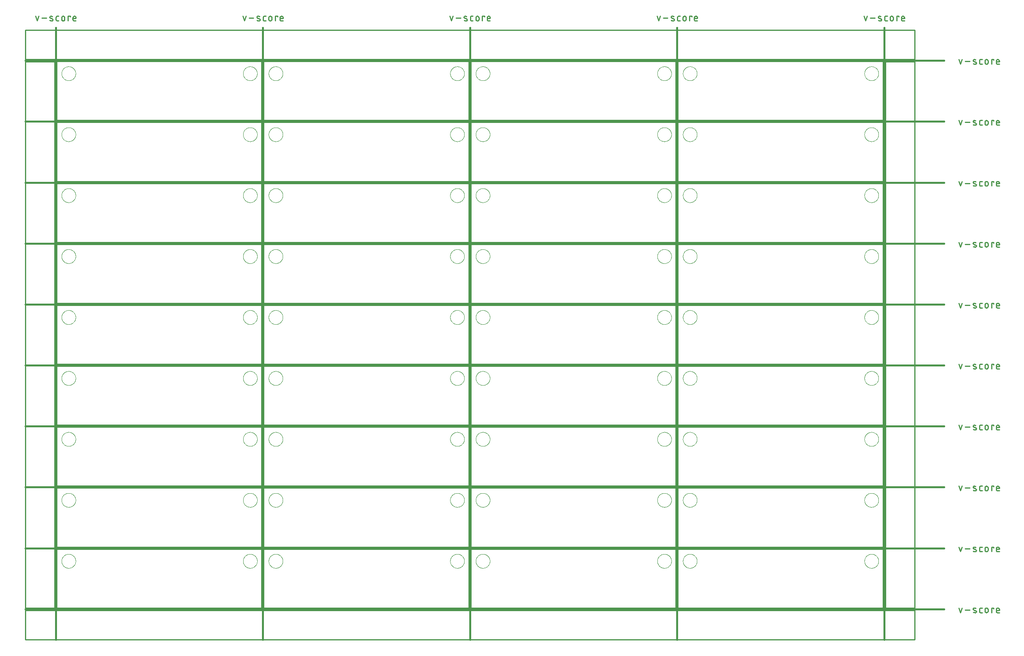
<source format=gko>
G04 EAGLE Gerber RS-274X export*
G75*
%MOMM*%
%FSLAX34Y34*%
%LPD*%
%IN*%
%IPPOS*%
%AMOC8*
5,1,8,0,0,1.08239X$1,22.5*%
G01*
%ADD10C,0.127000*%
%ADD11C,0.381000*%
%ADD12C,0.279400*%
%ADD13C,0.254000*%
%ADD14C,0.000000*%


D10*
X0Y0D02*
X444120Y0D01*
X444120Y127140D01*
X0Y127140D01*
X0Y0D01*
X449199Y0D02*
X893319Y0D01*
X893319Y127140D01*
X449199Y127140D01*
X449199Y0D01*
X898398Y0D02*
X1342518Y0D01*
X1342518Y127140D01*
X898398Y127140D01*
X898398Y0D01*
X1347597Y0D02*
X1791717Y0D01*
X1791717Y127140D01*
X1347597Y127140D01*
X1347597Y0D01*
X444120Y132232D02*
X0Y132232D01*
X444120Y132232D02*
X444120Y259372D01*
X0Y259372D01*
X0Y132232D01*
X449199Y132232D02*
X893319Y132232D01*
X893319Y259372D01*
X449199Y259372D01*
X449199Y132232D01*
X898398Y132232D02*
X1342518Y132232D01*
X1342518Y259372D01*
X898398Y259372D01*
X898398Y132232D01*
X1347597Y132232D02*
X1791717Y132232D01*
X1791717Y259372D01*
X1347597Y259372D01*
X1347597Y132232D01*
X444120Y264439D02*
X0Y264439D01*
X444120Y264439D02*
X444120Y391579D01*
X0Y391579D01*
X0Y264439D01*
X449199Y264439D02*
X893319Y264439D01*
X893319Y391579D01*
X449199Y391579D01*
X449199Y264439D01*
X898398Y264439D02*
X1342518Y264439D01*
X1342518Y391579D01*
X898398Y391579D01*
X898398Y264439D01*
X1347597Y264439D02*
X1791717Y264439D01*
X1791717Y391579D01*
X1347597Y391579D01*
X1347597Y264439D01*
X444120Y396672D02*
X0Y396672D01*
X444120Y396672D02*
X444120Y523812D01*
X0Y523812D01*
X0Y396672D01*
X449199Y396672D02*
X893319Y396672D01*
X893319Y523812D01*
X449199Y523812D01*
X449199Y396672D01*
X898398Y396672D02*
X1342518Y396672D01*
X1342518Y523812D01*
X898398Y523812D01*
X898398Y396672D01*
X1347597Y396672D02*
X1791717Y396672D01*
X1791717Y523812D01*
X1347597Y523812D01*
X1347597Y396672D01*
X444120Y528879D02*
X0Y528879D01*
X444120Y528879D02*
X444120Y656019D01*
X0Y656019D01*
X0Y528879D01*
X449199Y528879D02*
X893319Y528879D01*
X893319Y656019D01*
X449199Y656019D01*
X449199Y528879D01*
X898398Y528879D02*
X1342518Y528879D01*
X1342518Y656019D01*
X898398Y656019D01*
X898398Y528879D01*
X1347597Y528879D02*
X1791717Y528879D01*
X1791717Y656019D01*
X1347597Y656019D01*
X1347597Y528879D01*
X444120Y661111D02*
X0Y661111D01*
X444120Y661111D02*
X444120Y788251D01*
X0Y788251D01*
X0Y661111D01*
X449199Y661111D02*
X893319Y661111D01*
X893319Y788251D01*
X449199Y788251D01*
X449199Y661111D01*
X898398Y661111D02*
X1342518Y661111D01*
X1342518Y788251D01*
X898398Y788251D01*
X898398Y661111D01*
X1347597Y661111D02*
X1791717Y661111D01*
X1791717Y788251D01*
X1347597Y788251D01*
X1347597Y661111D01*
X444120Y793318D02*
X0Y793318D01*
X444120Y793318D02*
X444120Y920458D01*
X0Y920458D01*
X0Y793318D01*
X449199Y793318D02*
X893319Y793318D01*
X893319Y920458D01*
X449199Y920458D01*
X449199Y793318D01*
X898398Y793318D02*
X1342518Y793318D01*
X1342518Y920458D01*
X898398Y920458D01*
X898398Y793318D01*
X1347597Y793318D02*
X1791717Y793318D01*
X1791717Y920458D01*
X1347597Y920458D01*
X1347597Y793318D01*
X444120Y925551D02*
X0Y925551D01*
X444120Y925551D02*
X444120Y1052691D01*
X0Y1052691D01*
X0Y925551D01*
X449199Y925551D02*
X893319Y925551D01*
X893319Y1052691D01*
X449199Y1052691D01*
X449199Y925551D01*
X898398Y925551D02*
X1342518Y925551D01*
X1342518Y1052691D01*
X898398Y1052691D01*
X898398Y925551D01*
X1347597Y925551D02*
X1791717Y925551D01*
X1791717Y1052691D01*
X1347597Y1052691D01*
X1347597Y925551D01*
X444120Y1057758D02*
X0Y1057758D01*
X444120Y1057758D02*
X444120Y1184898D01*
X0Y1184898D01*
X0Y1057758D01*
X449199Y1057758D02*
X893319Y1057758D01*
X893319Y1184898D01*
X449199Y1184898D01*
X449199Y1057758D01*
X898398Y1057758D02*
X1342518Y1057758D01*
X1342518Y1184898D01*
X898398Y1184898D01*
X898398Y1057758D01*
X1347597Y1057758D02*
X1791717Y1057758D01*
X1791717Y1184898D01*
X1347597Y1184898D01*
X1347597Y1057758D01*
D11*
X-2540Y1258570D02*
X-2540Y-68580D01*
D12*
X-42921Y1273937D02*
X-46251Y1283928D01*
X-39590Y1283928D02*
X-42921Y1273937D01*
X-32806Y1279765D02*
X-22815Y1279765D01*
X-14261Y1279765D02*
X-10098Y1278100D01*
X-14261Y1279764D02*
X-14346Y1279800D01*
X-14429Y1279840D01*
X-14510Y1279883D01*
X-14590Y1279930D01*
X-14667Y1279980D01*
X-14743Y1280033D01*
X-14816Y1280089D01*
X-14886Y1280149D01*
X-14954Y1280211D01*
X-15019Y1280276D01*
X-15081Y1280344D01*
X-15141Y1280415D01*
X-15197Y1280488D01*
X-15250Y1280563D01*
X-15300Y1280641D01*
X-15346Y1280720D01*
X-15389Y1280802D01*
X-15429Y1280885D01*
X-15465Y1280970D01*
X-15497Y1281056D01*
X-15526Y1281144D01*
X-15550Y1281233D01*
X-15571Y1281323D01*
X-15588Y1281413D01*
X-15602Y1281504D01*
X-15611Y1281596D01*
X-15616Y1281688D01*
X-15618Y1281780D01*
X-15616Y1281872D01*
X-15609Y1281964D01*
X-15599Y1282056D01*
X-15585Y1282147D01*
X-15567Y1282238D01*
X-15545Y1282327D01*
X-15519Y1282416D01*
X-15489Y1282503D01*
X-15456Y1282589D01*
X-15419Y1282673D01*
X-15379Y1282756D01*
X-15335Y1282837D01*
X-15288Y1282916D01*
X-15237Y1282993D01*
X-15183Y1283068D01*
X-15126Y1283141D01*
X-15066Y1283211D01*
X-15003Y1283278D01*
X-14937Y1283342D01*
X-14869Y1283404D01*
X-14798Y1283463D01*
X-14724Y1283518D01*
X-14648Y1283571D01*
X-14570Y1283620D01*
X-14490Y1283666D01*
X-14409Y1283708D01*
X-14325Y1283747D01*
X-14240Y1283782D01*
X-14153Y1283813D01*
X-14065Y1283841D01*
X-13976Y1283865D01*
X-13886Y1283885D01*
X-13796Y1283902D01*
X-13704Y1283914D01*
X-13612Y1283923D01*
X-13520Y1283927D01*
X-13428Y1283928D01*
X-13201Y1283922D01*
X-12974Y1283911D01*
X-12747Y1283894D01*
X-12521Y1283871D01*
X-12295Y1283844D01*
X-12070Y1283810D01*
X-11846Y1283772D01*
X-11623Y1283728D01*
X-11401Y1283679D01*
X-11180Y1283624D01*
X-10961Y1283564D01*
X-10743Y1283499D01*
X-10527Y1283428D01*
X-10313Y1283353D01*
X-10100Y1283272D01*
X-9890Y1283186D01*
X-9681Y1283095D01*
X-10098Y1278100D02*
X-10013Y1278064D01*
X-9930Y1278024D01*
X-9849Y1277981D01*
X-9769Y1277934D01*
X-9692Y1277884D01*
X-9616Y1277831D01*
X-9543Y1277775D01*
X-9473Y1277715D01*
X-9405Y1277653D01*
X-9340Y1277588D01*
X-9278Y1277520D01*
X-9218Y1277449D01*
X-9162Y1277376D01*
X-9109Y1277301D01*
X-9059Y1277223D01*
X-9013Y1277144D01*
X-8970Y1277062D01*
X-8930Y1276979D01*
X-8894Y1276894D01*
X-8862Y1276808D01*
X-8833Y1276720D01*
X-8809Y1276631D01*
X-8788Y1276541D01*
X-8771Y1276451D01*
X-8757Y1276360D01*
X-8748Y1276268D01*
X-8743Y1276176D01*
X-8741Y1276084D01*
X-8743Y1275992D01*
X-8750Y1275900D01*
X-8760Y1275808D01*
X-8774Y1275717D01*
X-8792Y1275626D01*
X-8814Y1275537D01*
X-8840Y1275448D01*
X-8870Y1275361D01*
X-8903Y1275275D01*
X-8940Y1275191D01*
X-8980Y1275108D01*
X-9024Y1275027D01*
X-9071Y1274948D01*
X-9122Y1274871D01*
X-9176Y1274796D01*
X-9233Y1274723D01*
X-9293Y1274653D01*
X-9356Y1274586D01*
X-9422Y1274522D01*
X-9490Y1274460D01*
X-9561Y1274401D01*
X-9635Y1274346D01*
X-9711Y1274293D01*
X-9789Y1274244D01*
X-9869Y1274198D01*
X-9950Y1274156D01*
X-10034Y1274117D01*
X-10119Y1274082D01*
X-10206Y1274051D01*
X-10294Y1274023D01*
X-10383Y1273999D01*
X-10473Y1273979D01*
X-10563Y1273962D01*
X-10655Y1273950D01*
X-10747Y1273941D01*
X-10839Y1273937D01*
X-10931Y1273936D01*
X-10931Y1273937D02*
X-11265Y1273946D01*
X-11598Y1273963D01*
X-11931Y1273987D01*
X-12264Y1274020D01*
X-12595Y1274060D01*
X-12926Y1274108D01*
X-13255Y1274164D01*
X-13583Y1274227D01*
X-13909Y1274299D01*
X-14233Y1274378D01*
X-14556Y1274464D01*
X-14876Y1274559D01*
X-15194Y1274661D01*
X-15510Y1274770D01*
X562Y1273937D02*
X3892Y1273937D01*
X562Y1273937D02*
X464Y1273939D01*
X366Y1273945D01*
X268Y1273954D01*
X171Y1273968D01*
X75Y1273985D01*
X-21Y1274006D01*
X-116Y1274031D01*
X-210Y1274059D01*
X-303Y1274091D01*
X-394Y1274127D01*
X-484Y1274166D01*
X-572Y1274209D01*
X-659Y1274256D01*
X-743Y1274305D01*
X-826Y1274358D01*
X-906Y1274414D01*
X-985Y1274473D01*
X-1060Y1274536D01*
X-1134Y1274601D01*
X-1204Y1274669D01*
X-1272Y1274739D01*
X-1338Y1274813D01*
X-1400Y1274889D01*
X-1459Y1274967D01*
X-1515Y1275047D01*
X-1568Y1275130D01*
X-1618Y1275214D01*
X-1664Y1275301D01*
X-1707Y1275389D01*
X-1746Y1275479D01*
X-1782Y1275570D01*
X-1814Y1275663D01*
X-1842Y1275757D01*
X-1867Y1275852D01*
X-1888Y1275948D01*
X-1905Y1276044D01*
X-1919Y1276141D01*
X-1928Y1276239D01*
X-1934Y1276337D01*
X-1936Y1276435D01*
X-1936Y1281430D01*
X-1934Y1281528D01*
X-1928Y1281626D01*
X-1919Y1281724D01*
X-1905Y1281821D01*
X-1888Y1281917D01*
X-1867Y1282013D01*
X-1842Y1282108D01*
X-1814Y1282202D01*
X-1782Y1282295D01*
X-1746Y1282386D01*
X-1707Y1282476D01*
X-1664Y1282564D01*
X-1617Y1282651D01*
X-1568Y1282735D01*
X-1515Y1282818D01*
X-1459Y1282898D01*
X-1400Y1282976D01*
X-1337Y1283052D01*
X-1272Y1283126D01*
X-1204Y1283196D01*
X-1134Y1283264D01*
X-1060Y1283329D01*
X-984Y1283392D01*
X-906Y1283451D01*
X-826Y1283507D01*
X-743Y1283560D01*
X-659Y1283609D01*
X-572Y1283656D01*
X-484Y1283699D01*
X-394Y1283738D01*
X-303Y1283774D01*
X-210Y1283806D01*
X-116Y1283834D01*
X-21Y1283859D01*
X75Y1283880D01*
X171Y1283897D01*
X268Y1283911D01*
X366Y1283920D01*
X464Y1283926D01*
X562Y1283928D01*
X3892Y1283928D01*
X10022Y1280597D02*
X10022Y1277267D01*
X10022Y1280597D02*
X10024Y1280711D01*
X10030Y1280824D01*
X10039Y1280938D01*
X10053Y1281050D01*
X10070Y1281163D01*
X10092Y1281275D01*
X10117Y1281385D01*
X10145Y1281495D01*
X10178Y1281604D01*
X10214Y1281712D01*
X10254Y1281819D01*
X10298Y1281924D01*
X10345Y1282027D01*
X10395Y1282129D01*
X10449Y1282229D01*
X10507Y1282327D01*
X10568Y1282423D01*
X10631Y1282517D01*
X10699Y1282609D01*
X10769Y1282699D01*
X10842Y1282785D01*
X10918Y1282870D01*
X10997Y1282952D01*
X11079Y1283031D01*
X11164Y1283107D01*
X11250Y1283180D01*
X11340Y1283250D01*
X11432Y1283318D01*
X11526Y1283381D01*
X11622Y1283442D01*
X11720Y1283500D01*
X11820Y1283554D01*
X11922Y1283604D01*
X12025Y1283651D01*
X12130Y1283695D01*
X12237Y1283735D01*
X12345Y1283771D01*
X12454Y1283804D01*
X12564Y1283832D01*
X12674Y1283857D01*
X12786Y1283879D01*
X12899Y1283896D01*
X13011Y1283910D01*
X13125Y1283919D01*
X13238Y1283925D01*
X13352Y1283927D01*
X13466Y1283925D01*
X13579Y1283919D01*
X13693Y1283910D01*
X13805Y1283896D01*
X13918Y1283879D01*
X14030Y1283857D01*
X14140Y1283832D01*
X14250Y1283804D01*
X14359Y1283771D01*
X14467Y1283735D01*
X14574Y1283695D01*
X14679Y1283651D01*
X14782Y1283604D01*
X14884Y1283554D01*
X14984Y1283500D01*
X15082Y1283442D01*
X15178Y1283381D01*
X15272Y1283318D01*
X15364Y1283250D01*
X15454Y1283180D01*
X15540Y1283107D01*
X15625Y1283031D01*
X15707Y1282952D01*
X15786Y1282870D01*
X15862Y1282785D01*
X15935Y1282699D01*
X16005Y1282609D01*
X16073Y1282517D01*
X16136Y1282423D01*
X16197Y1282327D01*
X16255Y1282229D01*
X16309Y1282129D01*
X16359Y1282027D01*
X16406Y1281924D01*
X16450Y1281819D01*
X16490Y1281712D01*
X16526Y1281604D01*
X16559Y1281495D01*
X16587Y1281385D01*
X16612Y1281275D01*
X16634Y1281163D01*
X16651Y1281050D01*
X16665Y1280938D01*
X16674Y1280824D01*
X16680Y1280711D01*
X16682Y1280597D01*
X16682Y1277267D01*
X16680Y1277153D01*
X16674Y1277040D01*
X16665Y1276926D01*
X16651Y1276814D01*
X16634Y1276701D01*
X16612Y1276589D01*
X16587Y1276479D01*
X16559Y1276369D01*
X16526Y1276260D01*
X16490Y1276152D01*
X16450Y1276045D01*
X16406Y1275940D01*
X16359Y1275837D01*
X16309Y1275735D01*
X16255Y1275635D01*
X16197Y1275537D01*
X16136Y1275441D01*
X16073Y1275347D01*
X16005Y1275255D01*
X15935Y1275165D01*
X15862Y1275079D01*
X15786Y1274994D01*
X15707Y1274912D01*
X15625Y1274833D01*
X15540Y1274757D01*
X15454Y1274684D01*
X15364Y1274614D01*
X15272Y1274546D01*
X15178Y1274483D01*
X15082Y1274422D01*
X14984Y1274364D01*
X14884Y1274310D01*
X14782Y1274260D01*
X14679Y1274213D01*
X14574Y1274169D01*
X14467Y1274129D01*
X14359Y1274093D01*
X14250Y1274060D01*
X14140Y1274032D01*
X14030Y1274007D01*
X13918Y1273985D01*
X13805Y1273968D01*
X13693Y1273954D01*
X13579Y1273945D01*
X13466Y1273939D01*
X13352Y1273937D01*
X13238Y1273939D01*
X13125Y1273945D01*
X13011Y1273954D01*
X12899Y1273968D01*
X12786Y1273985D01*
X12674Y1274007D01*
X12564Y1274032D01*
X12454Y1274060D01*
X12345Y1274093D01*
X12237Y1274129D01*
X12130Y1274169D01*
X12025Y1274213D01*
X11922Y1274260D01*
X11820Y1274310D01*
X11720Y1274364D01*
X11622Y1274422D01*
X11526Y1274483D01*
X11432Y1274546D01*
X11340Y1274614D01*
X11250Y1274684D01*
X11164Y1274757D01*
X11079Y1274833D01*
X10997Y1274912D01*
X10918Y1274994D01*
X10842Y1275079D01*
X10769Y1275165D01*
X10699Y1275255D01*
X10631Y1275347D01*
X10568Y1275441D01*
X10507Y1275537D01*
X10449Y1275635D01*
X10395Y1275735D01*
X10345Y1275837D01*
X10298Y1275940D01*
X10254Y1276045D01*
X10214Y1276152D01*
X10178Y1276260D01*
X10145Y1276369D01*
X10117Y1276479D01*
X10092Y1276589D01*
X10070Y1276701D01*
X10053Y1276814D01*
X10039Y1276926D01*
X10030Y1277040D01*
X10024Y1277153D01*
X10022Y1277267D01*
X24218Y1273937D02*
X24218Y1283928D01*
X29213Y1283928D01*
X29213Y1282263D01*
X37008Y1273937D02*
X41171Y1273937D01*
X37008Y1273937D02*
X36910Y1273939D01*
X36812Y1273945D01*
X36714Y1273954D01*
X36617Y1273968D01*
X36521Y1273985D01*
X36425Y1274006D01*
X36330Y1274031D01*
X36236Y1274059D01*
X36143Y1274091D01*
X36052Y1274127D01*
X35962Y1274166D01*
X35874Y1274209D01*
X35787Y1274256D01*
X35703Y1274305D01*
X35620Y1274358D01*
X35540Y1274414D01*
X35462Y1274473D01*
X35386Y1274536D01*
X35312Y1274601D01*
X35242Y1274669D01*
X35174Y1274739D01*
X35109Y1274813D01*
X35046Y1274889D01*
X34987Y1274967D01*
X34931Y1275047D01*
X34878Y1275130D01*
X34829Y1275214D01*
X34782Y1275301D01*
X34739Y1275389D01*
X34700Y1275479D01*
X34664Y1275570D01*
X34632Y1275663D01*
X34604Y1275757D01*
X34579Y1275852D01*
X34558Y1275948D01*
X34541Y1276044D01*
X34527Y1276141D01*
X34518Y1276239D01*
X34512Y1276337D01*
X34510Y1276435D01*
X34510Y1280597D01*
X34511Y1280597D02*
X34513Y1280711D01*
X34519Y1280824D01*
X34528Y1280938D01*
X34542Y1281050D01*
X34559Y1281163D01*
X34581Y1281275D01*
X34606Y1281385D01*
X34634Y1281495D01*
X34667Y1281604D01*
X34703Y1281712D01*
X34743Y1281819D01*
X34787Y1281924D01*
X34834Y1282027D01*
X34884Y1282129D01*
X34938Y1282229D01*
X34996Y1282327D01*
X35057Y1282423D01*
X35120Y1282517D01*
X35188Y1282609D01*
X35258Y1282699D01*
X35331Y1282785D01*
X35407Y1282870D01*
X35486Y1282952D01*
X35568Y1283031D01*
X35653Y1283107D01*
X35739Y1283180D01*
X35829Y1283250D01*
X35921Y1283318D01*
X36015Y1283381D01*
X36111Y1283442D01*
X36209Y1283500D01*
X36309Y1283554D01*
X36411Y1283604D01*
X36514Y1283651D01*
X36619Y1283695D01*
X36726Y1283735D01*
X36834Y1283771D01*
X36943Y1283804D01*
X37053Y1283832D01*
X37163Y1283857D01*
X37275Y1283879D01*
X37388Y1283896D01*
X37500Y1283910D01*
X37614Y1283919D01*
X37727Y1283925D01*
X37841Y1283927D01*
X37955Y1283925D01*
X38068Y1283919D01*
X38182Y1283910D01*
X38294Y1283896D01*
X38407Y1283879D01*
X38519Y1283857D01*
X38629Y1283832D01*
X38739Y1283804D01*
X38848Y1283771D01*
X38956Y1283735D01*
X39063Y1283695D01*
X39168Y1283651D01*
X39271Y1283604D01*
X39373Y1283554D01*
X39473Y1283500D01*
X39571Y1283442D01*
X39667Y1283381D01*
X39761Y1283318D01*
X39853Y1283250D01*
X39943Y1283180D01*
X40029Y1283107D01*
X40114Y1283031D01*
X40196Y1282952D01*
X40275Y1282870D01*
X40351Y1282785D01*
X40424Y1282699D01*
X40494Y1282609D01*
X40562Y1282517D01*
X40625Y1282423D01*
X40686Y1282327D01*
X40744Y1282229D01*
X40798Y1282129D01*
X40848Y1282027D01*
X40895Y1281924D01*
X40939Y1281819D01*
X40979Y1281712D01*
X41015Y1281604D01*
X41048Y1281495D01*
X41076Y1281385D01*
X41101Y1281275D01*
X41123Y1281163D01*
X41140Y1281050D01*
X41154Y1280938D01*
X41163Y1280824D01*
X41169Y1280711D01*
X41171Y1280597D01*
X41171Y1278932D01*
X34510Y1278932D01*
D11*
X446659Y1258570D02*
X446659Y-68580D01*
D12*
X406278Y1273937D02*
X402948Y1283928D01*
X409609Y1283928D02*
X406278Y1273937D01*
X416393Y1279765D02*
X426384Y1279765D01*
X434938Y1279765D02*
X439101Y1278100D01*
X434938Y1279764D02*
X434853Y1279800D01*
X434770Y1279840D01*
X434689Y1279883D01*
X434609Y1279930D01*
X434532Y1279980D01*
X434456Y1280033D01*
X434383Y1280089D01*
X434313Y1280149D01*
X434245Y1280211D01*
X434180Y1280276D01*
X434118Y1280344D01*
X434058Y1280415D01*
X434002Y1280488D01*
X433949Y1280563D01*
X433899Y1280641D01*
X433853Y1280720D01*
X433810Y1280802D01*
X433770Y1280885D01*
X433734Y1280970D01*
X433702Y1281056D01*
X433673Y1281144D01*
X433649Y1281233D01*
X433628Y1281323D01*
X433611Y1281413D01*
X433597Y1281504D01*
X433588Y1281596D01*
X433583Y1281688D01*
X433581Y1281780D01*
X433583Y1281872D01*
X433590Y1281964D01*
X433600Y1282056D01*
X433614Y1282147D01*
X433632Y1282238D01*
X433654Y1282327D01*
X433680Y1282416D01*
X433710Y1282503D01*
X433743Y1282589D01*
X433780Y1282673D01*
X433820Y1282756D01*
X433864Y1282837D01*
X433911Y1282916D01*
X433962Y1282993D01*
X434016Y1283068D01*
X434073Y1283141D01*
X434133Y1283211D01*
X434196Y1283278D01*
X434262Y1283342D01*
X434330Y1283404D01*
X434401Y1283463D01*
X434475Y1283518D01*
X434551Y1283571D01*
X434629Y1283620D01*
X434709Y1283666D01*
X434790Y1283708D01*
X434874Y1283747D01*
X434959Y1283782D01*
X435046Y1283813D01*
X435134Y1283841D01*
X435223Y1283865D01*
X435313Y1283885D01*
X435403Y1283902D01*
X435495Y1283914D01*
X435587Y1283923D01*
X435679Y1283927D01*
X435771Y1283928D01*
X435998Y1283922D01*
X436225Y1283911D01*
X436452Y1283894D01*
X436678Y1283871D01*
X436904Y1283844D01*
X437129Y1283810D01*
X437353Y1283772D01*
X437576Y1283728D01*
X437798Y1283679D01*
X438019Y1283624D01*
X438238Y1283564D01*
X438456Y1283499D01*
X438672Y1283428D01*
X438886Y1283353D01*
X439099Y1283272D01*
X439309Y1283186D01*
X439518Y1283095D01*
X439101Y1278100D02*
X439186Y1278064D01*
X439269Y1278024D01*
X439350Y1277981D01*
X439430Y1277934D01*
X439507Y1277884D01*
X439583Y1277831D01*
X439656Y1277775D01*
X439726Y1277715D01*
X439794Y1277653D01*
X439859Y1277588D01*
X439921Y1277520D01*
X439981Y1277449D01*
X440037Y1277376D01*
X440090Y1277301D01*
X440140Y1277223D01*
X440186Y1277144D01*
X440229Y1277062D01*
X440269Y1276979D01*
X440305Y1276894D01*
X440337Y1276808D01*
X440366Y1276720D01*
X440390Y1276631D01*
X440411Y1276541D01*
X440428Y1276451D01*
X440442Y1276360D01*
X440451Y1276268D01*
X440456Y1276176D01*
X440458Y1276084D01*
X440456Y1275992D01*
X440449Y1275900D01*
X440439Y1275808D01*
X440425Y1275717D01*
X440407Y1275626D01*
X440385Y1275537D01*
X440359Y1275448D01*
X440329Y1275361D01*
X440296Y1275275D01*
X440259Y1275191D01*
X440219Y1275108D01*
X440175Y1275027D01*
X440128Y1274948D01*
X440077Y1274871D01*
X440023Y1274796D01*
X439966Y1274723D01*
X439906Y1274653D01*
X439843Y1274586D01*
X439777Y1274522D01*
X439709Y1274460D01*
X439638Y1274401D01*
X439564Y1274346D01*
X439488Y1274293D01*
X439410Y1274244D01*
X439330Y1274198D01*
X439249Y1274156D01*
X439165Y1274117D01*
X439080Y1274082D01*
X438993Y1274051D01*
X438905Y1274023D01*
X438816Y1273999D01*
X438726Y1273979D01*
X438636Y1273962D01*
X438544Y1273950D01*
X438452Y1273941D01*
X438360Y1273937D01*
X438268Y1273936D01*
X438268Y1273937D02*
X437934Y1273946D01*
X437601Y1273963D01*
X437268Y1273987D01*
X436935Y1274020D01*
X436604Y1274060D01*
X436273Y1274108D01*
X435944Y1274164D01*
X435616Y1274227D01*
X435290Y1274299D01*
X434966Y1274378D01*
X434643Y1274464D01*
X434323Y1274559D01*
X434005Y1274661D01*
X433689Y1274770D01*
X449761Y1273937D02*
X453091Y1273937D01*
X449761Y1273937D02*
X449663Y1273939D01*
X449565Y1273945D01*
X449467Y1273954D01*
X449370Y1273968D01*
X449274Y1273985D01*
X449178Y1274006D01*
X449083Y1274031D01*
X448989Y1274059D01*
X448896Y1274091D01*
X448805Y1274127D01*
X448715Y1274166D01*
X448627Y1274209D01*
X448540Y1274256D01*
X448456Y1274305D01*
X448373Y1274358D01*
X448293Y1274414D01*
X448215Y1274473D01*
X448139Y1274536D01*
X448065Y1274601D01*
X447995Y1274669D01*
X447927Y1274739D01*
X447862Y1274813D01*
X447799Y1274889D01*
X447740Y1274967D01*
X447684Y1275047D01*
X447631Y1275130D01*
X447582Y1275214D01*
X447535Y1275301D01*
X447492Y1275389D01*
X447453Y1275479D01*
X447417Y1275570D01*
X447385Y1275663D01*
X447357Y1275757D01*
X447332Y1275852D01*
X447311Y1275948D01*
X447294Y1276044D01*
X447280Y1276141D01*
X447271Y1276239D01*
X447265Y1276337D01*
X447263Y1276435D01*
X447263Y1281430D01*
X447265Y1281528D01*
X447271Y1281626D01*
X447280Y1281724D01*
X447294Y1281821D01*
X447311Y1281917D01*
X447332Y1282013D01*
X447357Y1282108D01*
X447385Y1282202D01*
X447417Y1282295D01*
X447453Y1282386D01*
X447492Y1282476D01*
X447535Y1282564D01*
X447582Y1282651D01*
X447631Y1282735D01*
X447684Y1282818D01*
X447740Y1282898D01*
X447799Y1282977D01*
X447862Y1283052D01*
X447927Y1283126D01*
X447995Y1283196D01*
X448065Y1283264D01*
X448139Y1283330D01*
X448215Y1283392D01*
X448293Y1283451D01*
X448373Y1283507D01*
X448456Y1283560D01*
X448540Y1283610D01*
X448627Y1283656D01*
X448715Y1283699D01*
X448805Y1283738D01*
X448896Y1283774D01*
X448989Y1283806D01*
X449083Y1283834D01*
X449178Y1283859D01*
X449274Y1283880D01*
X449370Y1283897D01*
X449467Y1283911D01*
X449565Y1283920D01*
X449663Y1283926D01*
X449761Y1283928D01*
X453091Y1283928D01*
X459221Y1280597D02*
X459221Y1277267D01*
X459221Y1280597D02*
X459223Y1280711D01*
X459229Y1280824D01*
X459238Y1280938D01*
X459252Y1281050D01*
X459269Y1281163D01*
X459291Y1281275D01*
X459316Y1281385D01*
X459344Y1281495D01*
X459377Y1281604D01*
X459413Y1281712D01*
X459453Y1281819D01*
X459497Y1281924D01*
X459544Y1282027D01*
X459594Y1282129D01*
X459648Y1282229D01*
X459706Y1282327D01*
X459767Y1282423D01*
X459830Y1282517D01*
X459898Y1282609D01*
X459968Y1282699D01*
X460041Y1282785D01*
X460117Y1282870D01*
X460196Y1282952D01*
X460278Y1283031D01*
X460363Y1283107D01*
X460449Y1283180D01*
X460539Y1283250D01*
X460631Y1283318D01*
X460725Y1283381D01*
X460821Y1283442D01*
X460919Y1283500D01*
X461019Y1283554D01*
X461121Y1283604D01*
X461224Y1283651D01*
X461329Y1283695D01*
X461436Y1283735D01*
X461544Y1283771D01*
X461653Y1283804D01*
X461763Y1283832D01*
X461873Y1283857D01*
X461985Y1283879D01*
X462098Y1283896D01*
X462210Y1283910D01*
X462324Y1283919D01*
X462437Y1283925D01*
X462551Y1283927D01*
X462665Y1283925D01*
X462778Y1283919D01*
X462892Y1283910D01*
X463004Y1283896D01*
X463117Y1283879D01*
X463229Y1283857D01*
X463339Y1283832D01*
X463449Y1283804D01*
X463558Y1283771D01*
X463666Y1283735D01*
X463773Y1283695D01*
X463878Y1283651D01*
X463981Y1283604D01*
X464083Y1283554D01*
X464183Y1283500D01*
X464281Y1283442D01*
X464377Y1283381D01*
X464471Y1283318D01*
X464563Y1283250D01*
X464653Y1283180D01*
X464739Y1283107D01*
X464824Y1283031D01*
X464906Y1282952D01*
X464985Y1282870D01*
X465061Y1282785D01*
X465134Y1282699D01*
X465204Y1282609D01*
X465272Y1282517D01*
X465335Y1282423D01*
X465396Y1282327D01*
X465454Y1282229D01*
X465508Y1282129D01*
X465558Y1282027D01*
X465605Y1281924D01*
X465649Y1281819D01*
X465689Y1281712D01*
X465725Y1281604D01*
X465758Y1281495D01*
X465786Y1281385D01*
X465811Y1281275D01*
X465833Y1281163D01*
X465850Y1281050D01*
X465864Y1280938D01*
X465873Y1280824D01*
X465879Y1280711D01*
X465881Y1280597D01*
X465881Y1277267D01*
X465879Y1277153D01*
X465873Y1277040D01*
X465864Y1276926D01*
X465850Y1276814D01*
X465833Y1276701D01*
X465811Y1276589D01*
X465786Y1276479D01*
X465758Y1276369D01*
X465725Y1276260D01*
X465689Y1276152D01*
X465649Y1276045D01*
X465605Y1275940D01*
X465558Y1275837D01*
X465508Y1275735D01*
X465454Y1275635D01*
X465396Y1275537D01*
X465335Y1275441D01*
X465272Y1275347D01*
X465204Y1275255D01*
X465134Y1275165D01*
X465061Y1275079D01*
X464985Y1274994D01*
X464906Y1274912D01*
X464824Y1274833D01*
X464739Y1274757D01*
X464653Y1274684D01*
X464563Y1274614D01*
X464471Y1274546D01*
X464377Y1274483D01*
X464281Y1274422D01*
X464183Y1274364D01*
X464083Y1274310D01*
X463981Y1274260D01*
X463878Y1274213D01*
X463773Y1274169D01*
X463666Y1274129D01*
X463558Y1274093D01*
X463449Y1274060D01*
X463339Y1274032D01*
X463229Y1274007D01*
X463117Y1273985D01*
X463004Y1273968D01*
X462892Y1273954D01*
X462778Y1273945D01*
X462665Y1273939D01*
X462551Y1273937D01*
X462437Y1273939D01*
X462324Y1273945D01*
X462210Y1273954D01*
X462098Y1273968D01*
X461985Y1273985D01*
X461873Y1274007D01*
X461763Y1274032D01*
X461653Y1274060D01*
X461544Y1274093D01*
X461436Y1274129D01*
X461329Y1274169D01*
X461224Y1274213D01*
X461121Y1274260D01*
X461019Y1274310D01*
X460919Y1274364D01*
X460821Y1274422D01*
X460725Y1274483D01*
X460631Y1274546D01*
X460539Y1274614D01*
X460449Y1274684D01*
X460363Y1274757D01*
X460278Y1274833D01*
X460196Y1274912D01*
X460117Y1274994D01*
X460041Y1275079D01*
X459968Y1275165D01*
X459898Y1275255D01*
X459830Y1275347D01*
X459767Y1275441D01*
X459706Y1275537D01*
X459648Y1275635D01*
X459594Y1275735D01*
X459544Y1275837D01*
X459497Y1275940D01*
X459453Y1276045D01*
X459413Y1276152D01*
X459377Y1276260D01*
X459344Y1276369D01*
X459316Y1276479D01*
X459291Y1276589D01*
X459269Y1276701D01*
X459252Y1276814D01*
X459238Y1276926D01*
X459229Y1277040D01*
X459223Y1277153D01*
X459221Y1277267D01*
X473417Y1273937D02*
X473417Y1283928D01*
X478412Y1283928D01*
X478412Y1282263D01*
X486207Y1273937D02*
X490370Y1273937D01*
X486207Y1273937D02*
X486109Y1273939D01*
X486011Y1273945D01*
X485913Y1273954D01*
X485816Y1273968D01*
X485720Y1273985D01*
X485624Y1274006D01*
X485529Y1274031D01*
X485435Y1274059D01*
X485342Y1274091D01*
X485251Y1274127D01*
X485161Y1274166D01*
X485073Y1274209D01*
X484986Y1274256D01*
X484902Y1274305D01*
X484819Y1274358D01*
X484739Y1274414D01*
X484661Y1274473D01*
X484585Y1274536D01*
X484511Y1274601D01*
X484441Y1274669D01*
X484373Y1274739D01*
X484308Y1274813D01*
X484245Y1274889D01*
X484186Y1274967D01*
X484130Y1275047D01*
X484077Y1275130D01*
X484028Y1275214D01*
X483981Y1275301D01*
X483938Y1275389D01*
X483899Y1275479D01*
X483863Y1275570D01*
X483831Y1275663D01*
X483803Y1275757D01*
X483778Y1275852D01*
X483757Y1275948D01*
X483740Y1276044D01*
X483726Y1276141D01*
X483717Y1276239D01*
X483711Y1276337D01*
X483709Y1276435D01*
X483709Y1280597D01*
X483710Y1280597D02*
X483712Y1280711D01*
X483718Y1280824D01*
X483727Y1280938D01*
X483741Y1281050D01*
X483758Y1281163D01*
X483780Y1281275D01*
X483805Y1281385D01*
X483833Y1281495D01*
X483866Y1281604D01*
X483902Y1281712D01*
X483942Y1281819D01*
X483986Y1281924D01*
X484033Y1282027D01*
X484083Y1282129D01*
X484137Y1282229D01*
X484195Y1282327D01*
X484256Y1282423D01*
X484319Y1282517D01*
X484387Y1282609D01*
X484457Y1282699D01*
X484530Y1282785D01*
X484606Y1282870D01*
X484685Y1282952D01*
X484767Y1283031D01*
X484852Y1283107D01*
X484938Y1283180D01*
X485028Y1283250D01*
X485120Y1283318D01*
X485214Y1283381D01*
X485310Y1283442D01*
X485408Y1283500D01*
X485508Y1283554D01*
X485610Y1283604D01*
X485713Y1283651D01*
X485818Y1283695D01*
X485925Y1283735D01*
X486033Y1283771D01*
X486142Y1283804D01*
X486252Y1283832D01*
X486362Y1283857D01*
X486474Y1283879D01*
X486587Y1283896D01*
X486699Y1283910D01*
X486813Y1283919D01*
X486926Y1283925D01*
X487040Y1283927D01*
X487154Y1283925D01*
X487267Y1283919D01*
X487381Y1283910D01*
X487493Y1283896D01*
X487606Y1283879D01*
X487718Y1283857D01*
X487828Y1283832D01*
X487938Y1283804D01*
X488047Y1283771D01*
X488155Y1283735D01*
X488262Y1283695D01*
X488367Y1283651D01*
X488470Y1283604D01*
X488572Y1283554D01*
X488672Y1283500D01*
X488770Y1283442D01*
X488866Y1283381D01*
X488960Y1283318D01*
X489052Y1283250D01*
X489142Y1283180D01*
X489228Y1283107D01*
X489313Y1283031D01*
X489395Y1282952D01*
X489474Y1282870D01*
X489550Y1282785D01*
X489623Y1282699D01*
X489693Y1282609D01*
X489761Y1282517D01*
X489824Y1282423D01*
X489885Y1282327D01*
X489943Y1282229D01*
X489997Y1282129D01*
X490047Y1282027D01*
X490094Y1281924D01*
X490138Y1281819D01*
X490178Y1281712D01*
X490214Y1281604D01*
X490247Y1281495D01*
X490275Y1281385D01*
X490300Y1281275D01*
X490322Y1281163D01*
X490339Y1281050D01*
X490353Y1280938D01*
X490362Y1280824D01*
X490368Y1280711D01*
X490370Y1280597D01*
X490370Y1278932D01*
X483709Y1278932D01*
D11*
X895858Y1258570D02*
X895858Y-68580D01*
D12*
X855477Y1273937D02*
X852147Y1283928D01*
X858808Y1283928D02*
X855477Y1273937D01*
X865592Y1279765D02*
X875583Y1279765D01*
X884137Y1279765D02*
X888300Y1278100D01*
X884137Y1279764D02*
X884052Y1279800D01*
X883969Y1279840D01*
X883888Y1279883D01*
X883808Y1279930D01*
X883731Y1279980D01*
X883655Y1280033D01*
X883582Y1280089D01*
X883512Y1280149D01*
X883444Y1280211D01*
X883379Y1280276D01*
X883317Y1280344D01*
X883257Y1280415D01*
X883201Y1280488D01*
X883148Y1280563D01*
X883098Y1280641D01*
X883052Y1280720D01*
X883009Y1280802D01*
X882969Y1280885D01*
X882933Y1280970D01*
X882901Y1281056D01*
X882872Y1281144D01*
X882848Y1281233D01*
X882827Y1281323D01*
X882810Y1281413D01*
X882796Y1281504D01*
X882787Y1281596D01*
X882782Y1281688D01*
X882780Y1281780D01*
X882782Y1281872D01*
X882789Y1281964D01*
X882799Y1282056D01*
X882813Y1282147D01*
X882831Y1282238D01*
X882853Y1282327D01*
X882879Y1282416D01*
X882909Y1282503D01*
X882942Y1282589D01*
X882979Y1282673D01*
X883019Y1282756D01*
X883063Y1282837D01*
X883110Y1282916D01*
X883161Y1282993D01*
X883215Y1283068D01*
X883272Y1283141D01*
X883332Y1283211D01*
X883395Y1283278D01*
X883461Y1283342D01*
X883529Y1283404D01*
X883600Y1283463D01*
X883674Y1283518D01*
X883750Y1283571D01*
X883828Y1283620D01*
X883908Y1283666D01*
X883989Y1283708D01*
X884073Y1283747D01*
X884158Y1283782D01*
X884245Y1283813D01*
X884333Y1283841D01*
X884422Y1283865D01*
X884512Y1283885D01*
X884602Y1283902D01*
X884694Y1283914D01*
X884786Y1283923D01*
X884878Y1283927D01*
X884970Y1283928D01*
X885197Y1283922D01*
X885424Y1283911D01*
X885651Y1283894D01*
X885877Y1283871D01*
X886103Y1283844D01*
X886328Y1283810D01*
X886552Y1283772D01*
X886775Y1283728D01*
X886997Y1283679D01*
X887218Y1283624D01*
X887437Y1283564D01*
X887655Y1283499D01*
X887871Y1283428D01*
X888085Y1283353D01*
X888298Y1283272D01*
X888508Y1283186D01*
X888717Y1283095D01*
X888300Y1278100D02*
X888385Y1278064D01*
X888468Y1278024D01*
X888549Y1277981D01*
X888629Y1277934D01*
X888706Y1277884D01*
X888782Y1277831D01*
X888855Y1277775D01*
X888925Y1277715D01*
X888993Y1277653D01*
X889058Y1277588D01*
X889120Y1277520D01*
X889180Y1277449D01*
X889236Y1277376D01*
X889289Y1277301D01*
X889339Y1277223D01*
X889385Y1277144D01*
X889428Y1277062D01*
X889468Y1276979D01*
X889504Y1276894D01*
X889536Y1276808D01*
X889565Y1276720D01*
X889589Y1276631D01*
X889610Y1276541D01*
X889627Y1276451D01*
X889641Y1276360D01*
X889650Y1276268D01*
X889655Y1276176D01*
X889657Y1276084D01*
X889655Y1275992D01*
X889648Y1275900D01*
X889638Y1275808D01*
X889624Y1275717D01*
X889606Y1275626D01*
X889584Y1275537D01*
X889558Y1275448D01*
X889528Y1275361D01*
X889495Y1275275D01*
X889458Y1275191D01*
X889418Y1275108D01*
X889374Y1275027D01*
X889327Y1274948D01*
X889276Y1274871D01*
X889222Y1274796D01*
X889165Y1274723D01*
X889105Y1274653D01*
X889042Y1274586D01*
X888976Y1274522D01*
X888908Y1274460D01*
X888837Y1274401D01*
X888763Y1274346D01*
X888687Y1274293D01*
X888609Y1274244D01*
X888529Y1274198D01*
X888448Y1274156D01*
X888364Y1274117D01*
X888279Y1274082D01*
X888192Y1274051D01*
X888104Y1274023D01*
X888015Y1273999D01*
X887925Y1273979D01*
X887835Y1273962D01*
X887743Y1273950D01*
X887651Y1273941D01*
X887559Y1273937D01*
X887467Y1273936D01*
X887467Y1273937D02*
X887133Y1273946D01*
X886800Y1273963D01*
X886467Y1273987D01*
X886134Y1274020D01*
X885803Y1274060D01*
X885472Y1274108D01*
X885143Y1274164D01*
X884815Y1274227D01*
X884489Y1274299D01*
X884165Y1274378D01*
X883842Y1274464D01*
X883522Y1274559D01*
X883204Y1274661D01*
X882888Y1274770D01*
X898960Y1273937D02*
X902290Y1273937D01*
X898960Y1273937D02*
X898862Y1273939D01*
X898764Y1273945D01*
X898666Y1273954D01*
X898569Y1273968D01*
X898473Y1273985D01*
X898377Y1274006D01*
X898282Y1274031D01*
X898188Y1274059D01*
X898095Y1274091D01*
X898004Y1274127D01*
X897914Y1274166D01*
X897826Y1274209D01*
X897739Y1274256D01*
X897655Y1274305D01*
X897572Y1274358D01*
X897492Y1274414D01*
X897414Y1274473D01*
X897338Y1274536D01*
X897264Y1274601D01*
X897194Y1274669D01*
X897126Y1274739D01*
X897061Y1274813D01*
X896998Y1274889D01*
X896939Y1274967D01*
X896883Y1275047D01*
X896830Y1275130D01*
X896781Y1275214D01*
X896734Y1275301D01*
X896691Y1275389D01*
X896652Y1275479D01*
X896616Y1275570D01*
X896584Y1275663D01*
X896556Y1275757D01*
X896531Y1275852D01*
X896510Y1275948D01*
X896493Y1276044D01*
X896479Y1276141D01*
X896470Y1276239D01*
X896464Y1276337D01*
X896462Y1276435D01*
X896462Y1281430D01*
X896464Y1281528D01*
X896470Y1281626D01*
X896479Y1281724D01*
X896493Y1281821D01*
X896510Y1281917D01*
X896531Y1282013D01*
X896556Y1282108D01*
X896584Y1282202D01*
X896616Y1282295D01*
X896652Y1282386D01*
X896691Y1282476D01*
X896734Y1282564D01*
X896781Y1282651D01*
X896830Y1282735D01*
X896883Y1282818D01*
X896939Y1282898D01*
X896998Y1282977D01*
X897061Y1283052D01*
X897126Y1283126D01*
X897194Y1283196D01*
X897264Y1283264D01*
X897338Y1283330D01*
X897414Y1283392D01*
X897492Y1283451D01*
X897572Y1283507D01*
X897655Y1283560D01*
X897739Y1283610D01*
X897826Y1283656D01*
X897914Y1283699D01*
X898004Y1283738D01*
X898095Y1283774D01*
X898188Y1283806D01*
X898282Y1283834D01*
X898377Y1283859D01*
X898473Y1283880D01*
X898569Y1283897D01*
X898666Y1283911D01*
X898764Y1283920D01*
X898862Y1283926D01*
X898960Y1283928D01*
X902290Y1283928D01*
X908420Y1280597D02*
X908420Y1277267D01*
X908420Y1280597D02*
X908422Y1280711D01*
X908428Y1280824D01*
X908437Y1280938D01*
X908451Y1281050D01*
X908468Y1281163D01*
X908490Y1281275D01*
X908515Y1281385D01*
X908543Y1281495D01*
X908576Y1281604D01*
X908612Y1281712D01*
X908652Y1281819D01*
X908696Y1281924D01*
X908743Y1282027D01*
X908793Y1282129D01*
X908847Y1282229D01*
X908905Y1282327D01*
X908966Y1282423D01*
X909029Y1282517D01*
X909097Y1282609D01*
X909167Y1282699D01*
X909240Y1282785D01*
X909316Y1282870D01*
X909395Y1282952D01*
X909477Y1283031D01*
X909562Y1283107D01*
X909648Y1283180D01*
X909738Y1283250D01*
X909830Y1283318D01*
X909924Y1283381D01*
X910020Y1283442D01*
X910118Y1283500D01*
X910218Y1283554D01*
X910320Y1283604D01*
X910423Y1283651D01*
X910528Y1283695D01*
X910635Y1283735D01*
X910743Y1283771D01*
X910852Y1283804D01*
X910962Y1283832D01*
X911072Y1283857D01*
X911184Y1283879D01*
X911297Y1283896D01*
X911409Y1283910D01*
X911523Y1283919D01*
X911636Y1283925D01*
X911750Y1283927D01*
X911864Y1283925D01*
X911977Y1283919D01*
X912091Y1283910D01*
X912203Y1283896D01*
X912316Y1283879D01*
X912428Y1283857D01*
X912538Y1283832D01*
X912648Y1283804D01*
X912757Y1283771D01*
X912865Y1283735D01*
X912972Y1283695D01*
X913077Y1283651D01*
X913180Y1283604D01*
X913282Y1283554D01*
X913382Y1283500D01*
X913480Y1283442D01*
X913576Y1283381D01*
X913670Y1283318D01*
X913762Y1283250D01*
X913852Y1283180D01*
X913938Y1283107D01*
X914023Y1283031D01*
X914105Y1282952D01*
X914184Y1282870D01*
X914260Y1282785D01*
X914333Y1282699D01*
X914403Y1282609D01*
X914471Y1282517D01*
X914534Y1282423D01*
X914595Y1282327D01*
X914653Y1282229D01*
X914707Y1282129D01*
X914757Y1282027D01*
X914804Y1281924D01*
X914848Y1281819D01*
X914888Y1281712D01*
X914924Y1281604D01*
X914957Y1281495D01*
X914985Y1281385D01*
X915010Y1281275D01*
X915032Y1281163D01*
X915049Y1281050D01*
X915063Y1280938D01*
X915072Y1280824D01*
X915078Y1280711D01*
X915080Y1280597D01*
X915080Y1277267D01*
X915078Y1277153D01*
X915072Y1277040D01*
X915063Y1276926D01*
X915049Y1276814D01*
X915032Y1276701D01*
X915010Y1276589D01*
X914985Y1276479D01*
X914957Y1276369D01*
X914924Y1276260D01*
X914888Y1276152D01*
X914848Y1276045D01*
X914804Y1275940D01*
X914757Y1275837D01*
X914707Y1275735D01*
X914653Y1275635D01*
X914595Y1275537D01*
X914534Y1275441D01*
X914471Y1275347D01*
X914403Y1275255D01*
X914333Y1275165D01*
X914260Y1275079D01*
X914184Y1274994D01*
X914105Y1274912D01*
X914023Y1274833D01*
X913938Y1274757D01*
X913852Y1274684D01*
X913762Y1274614D01*
X913670Y1274546D01*
X913576Y1274483D01*
X913480Y1274422D01*
X913382Y1274364D01*
X913282Y1274310D01*
X913180Y1274260D01*
X913077Y1274213D01*
X912972Y1274169D01*
X912865Y1274129D01*
X912757Y1274093D01*
X912648Y1274060D01*
X912538Y1274032D01*
X912428Y1274007D01*
X912316Y1273985D01*
X912203Y1273968D01*
X912091Y1273954D01*
X911977Y1273945D01*
X911864Y1273939D01*
X911750Y1273937D01*
X911636Y1273939D01*
X911523Y1273945D01*
X911409Y1273954D01*
X911297Y1273968D01*
X911184Y1273985D01*
X911072Y1274007D01*
X910962Y1274032D01*
X910852Y1274060D01*
X910743Y1274093D01*
X910635Y1274129D01*
X910528Y1274169D01*
X910423Y1274213D01*
X910320Y1274260D01*
X910218Y1274310D01*
X910118Y1274364D01*
X910020Y1274422D01*
X909924Y1274483D01*
X909830Y1274546D01*
X909738Y1274614D01*
X909648Y1274684D01*
X909562Y1274757D01*
X909477Y1274833D01*
X909395Y1274912D01*
X909316Y1274994D01*
X909240Y1275079D01*
X909167Y1275165D01*
X909097Y1275255D01*
X909029Y1275347D01*
X908966Y1275441D01*
X908905Y1275537D01*
X908847Y1275635D01*
X908793Y1275735D01*
X908743Y1275837D01*
X908696Y1275940D01*
X908652Y1276045D01*
X908612Y1276152D01*
X908576Y1276260D01*
X908543Y1276369D01*
X908515Y1276479D01*
X908490Y1276589D01*
X908468Y1276701D01*
X908451Y1276814D01*
X908437Y1276926D01*
X908428Y1277040D01*
X908422Y1277153D01*
X908420Y1277267D01*
X922616Y1273937D02*
X922616Y1283928D01*
X927611Y1283928D01*
X927611Y1282263D01*
X935406Y1273937D02*
X939569Y1273937D01*
X935406Y1273937D02*
X935308Y1273939D01*
X935210Y1273945D01*
X935112Y1273954D01*
X935015Y1273968D01*
X934919Y1273985D01*
X934823Y1274006D01*
X934728Y1274031D01*
X934634Y1274059D01*
X934541Y1274091D01*
X934450Y1274127D01*
X934360Y1274166D01*
X934272Y1274209D01*
X934185Y1274256D01*
X934101Y1274305D01*
X934018Y1274358D01*
X933938Y1274414D01*
X933860Y1274473D01*
X933784Y1274536D01*
X933710Y1274601D01*
X933640Y1274669D01*
X933572Y1274739D01*
X933507Y1274813D01*
X933444Y1274889D01*
X933385Y1274967D01*
X933329Y1275047D01*
X933276Y1275130D01*
X933227Y1275214D01*
X933180Y1275301D01*
X933137Y1275389D01*
X933098Y1275479D01*
X933062Y1275570D01*
X933030Y1275663D01*
X933002Y1275757D01*
X932977Y1275852D01*
X932956Y1275948D01*
X932939Y1276044D01*
X932925Y1276141D01*
X932916Y1276239D01*
X932910Y1276337D01*
X932908Y1276435D01*
X932908Y1280597D01*
X932909Y1280597D02*
X932911Y1280711D01*
X932917Y1280824D01*
X932926Y1280938D01*
X932940Y1281050D01*
X932957Y1281163D01*
X932979Y1281275D01*
X933004Y1281385D01*
X933032Y1281495D01*
X933065Y1281604D01*
X933101Y1281712D01*
X933141Y1281819D01*
X933185Y1281924D01*
X933232Y1282027D01*
X933282Y1282129D01*
X933336Y1282229D01*
X933394Y1282327D01*
X933455Y1282423D01*
X933518Y1282517D01*
X933586Y1282609D01*
X933656Y1282699D01*
X933729Y1282785D01*
X933805Y1282870D01*
X933884Y1282952D01*
X933966Y1283031D01*
X934051Y1283107D01*
X934137Y1283180D01*
X934227Y1283250D01*
X934319Y1283318D01*
X934413Y1283381D01*
X934509Y1283442D01*
X934607Y1283500D01*
X934707Y1283554D01*
X934809Y1283604D01*
X934912Y1283651D01*
X935017Y1283695D01*
X935124Y1283735D01*
X935232Y1283771D01*
X935341Y1283804D01*
X935451Y1283832D01*
X935561Y1283857D01*
X935673Y1283879D01*
X935786Y1283896D01*
X935898Y1283910D01*
X936012Y1283919D01*
X936125Y1283925D01*
X936239Y1283927D01*
X936353Y1283925D01*
X936466Y1283919D01*
X936580Y1283910D01*
X936692Y1283896D01*
X936805Y1283879D01*
X936917Y1283857D01*
X937027Y1283832D01*
X937137Y1283804D01*
X937246Y1283771D01*
X937354Y1283735D01*
X937461Y1283695D01*
X937566Y1283651D01*
X937669Y1283604D01*
X937771Y1283554D01*
X937871Y1283500D01*
X937969Y1283442D01*
X938065Y1283381D01*
X938159Y1283318D01*
X938251Y1283250D01*
X938341Y1283180D01*
X938427Y1283107D01*
X938512Y1283031D01*
X938594Y1282952D01*
X938673Y1282870D01*
X938749Y1282785D01*
X938822Y1282699D01*
X938892Y1282609D01*
X938960Y1282517D01*
X939023Y1282423D01*
X939084Y1282327D01*
X939142Y1282229D01*
X939196Y1282129D01*
X939246Y1282027D01*
X939293Y1281924D01*
X939337Y1281819D01*
X939377Y1281712D01*
X939413Y1281604D01*
X939446Y1281495D01*
X939474Y1281385D01*
X939499Y1281275D01*
X939521Y1281163D01*
X939538Y1281050D01*
X939552Y1280938D01*
X939561Y1280824D01*
X939567Y1280711D01*
X939569Y1280597D01*
X939569Y1278932D01*
X932908Y1278932D01*
D11*
X1345057Y1258570D02*
X1345057Y-68580D01*
D12*
X1304676Y1273937D02*
X1301346Y1283928D01*
X1308007Y1283928D02*
X1304676Y1273937D01*
X1314791Y1279765D02*
X1324782Y1279765D01*
X1333336Y1279765D02*
X1337499Y1278100D01*
X1333336Y1279764D02*
X1333251Y1279800D01*
X1333168Y1279840D01*
X1333087Y1279883D01*
X1333007Y1279930D01*
X1332930Y1279980D01*
X1332854Y1280033D01*
X1332781Y1280089D01*
X1332711Y1280149D01*
X1332643Y1280211D01*
X1332578Y1280276D01*
X1332516Y1280344D01*
X1332456Y1280415D01*
X1332400Y1280488D01*
X1332347Y1280563D01*
X1332297Y1280641D01*
X1332251Y1280720D01*
X1332208Y1280802D01*
X1332168Y1280885D01*
X1332132Y1280970D01*
X1332100Y1281056D01*
X1332071Y1281144D01*
X1332047Y1281233D01*
X1332026Y1281323D01*
X1332009Y1281413D01*
X1331995Y1281504D01*
X1331986Y1281596D01*
X1331981Y1281688D01*
X1331979Y1281780D01*
X1331981Y1281872D01*
X1331988Y1281964D01*
X1331998Y1282056D01*
X1332012Y1282147D01*
X1332030Y1282238D01*
X1332052Y1282327D01*
X1332078Y1282416D01*
X1332108Y1282503D01*
X1332141Y1282589D01*
X1332178Y1282673D01*
X1332218Y1282756D01*
X1332262Y1282837D01*
X1332309Y1282916D01*
X1332360Y1282993D01*
X1332414Y1283068D01*
X1332471Y1283141D01*
X1332531Y1283211D01*
X1332594Y1283278D01*
X1332660Y1283342D01*
X1332728Y1283404D01*
X1332799Y1283463D01*
X1332873Y1283518D01*
X1332949Y1283571D01*
X1333027Y1283620D01*
X1333107Y1283666D01*
X1333188Y1283708D01*
X1333272Y1283747D01*
X1333357Y1283782D01*
X1333444Y1283813D01*
X1333532Y1283841D01*
X1333621Y1283865D01*
X1333711Y1283885D01*
X1333801Y1283902D01*
X1333893Y1283914D01*
X1333985Y1283923D01*
X1334077Y1283927D01*
X1334169Y1283928D01*
X1334396Y1283922D01*
X1334623Y1283911D01*
X1334850Y1283894D01*
X1335076Y1283871D01*
X1335302Y1283844D01*
X1335527Y1283810D01*
X1335751Y1283772D01*
X1335974Y1283728D01*
X1336196Y1283679D01*
X1336417Y1283624D01*
X1336636Y1283564D01*
X1336854Y1283499D01*
X1337070Y1283428D01*
X1337284Y1283353D01*
X1337497Y1283272D01*
X1337707Y1283186D01*
X1337916Y1283095D01*
X1337499Y1278100D02*
X1337584Y1278064D01*
X1337667Y1278024D01*
X1337748Y1277981D01*
X1337828Y1277934D01*
X1337905Y1277884D01*
X1337981Y1277831D01*
X1338054Y1277775D01*
X1338124Y1277715D01*
X1338192Y1277653D01*
X1338257Y1277588D01*
X1338319Y1277520D01*
X1338379Y1277449D01*
X1338435Y1277376D01*
X1338488Y1277301D01*
X1338538Y1277223D01*
X1338584Y1277144D01*
X1338627Y1277062D01*
X1338667Y1276979D01*
X1338703Y1276894D01*
X1338735Y1276808D01*
X1338764Y1276720D01*
X1338788Y1276631D01*
X1338809Y1276541D01*
X1338826Y1276451D01*
X1338840Y1276360D01*
X1338849Y1276268D01*
X1338854Y1276176D01*
X1338856Y1276084D01*
X1338854Y1275992D01*
X1338847Y1275900D01*
X1338837Y1275808D01*
X1338823Y1275717D01*
X1338805Y1275626D01*
X1338783Y1275537D01*
X1338757Y1275448D01*
X1338727Y1275361D01*
X1338694Y1275275D01*
X1338657Y1275191D01*
X1338617Y1275108D01*
X1338573Y1275027D01*
X1338526Y1274948D01*
X1338475Y1274871D01*
X1338421Y1274796D01*
X1338364Y1274723D01*
X1338304Y1274653D01*
X1338241Y1274586D01*
X1338175Y1274522D01*
X1338107Y1274460D01*
X1338036Y1274401D01*
X1337962Y1274346D01*
X1337886Y1274293D01*
X1337808Y1274244D01*
X1337728Y1274198D01*
X1337647Y1274156D01*
X1337563Y1274117D01*
X1337478Y1274082D01*
X1337391Y1274051D01*
X1337303Y1274023D01*
X1337214Y1273999D01*
X1337124Y1273979D01*
X1337034Y1273962D01*
X1336942Y1273950D01*
X1336850Y1273941D01*
X1336758Y1273937D01*
X1336666Y1273936D01*
X1336666Y1273937D02*
X1336332Y1273946D01*
X1335999Y1273963D01*
X1335666Y1273987D01*
X1335333Y1274020D01*
X1335002Y1274060D01*
X1334671Y1274108D01*
X1334342Y1274164D01*
X1334014Y1274227D01*
X1333688Y1274299D01*
X1333364Y1274378D01*
X1333041Y1274464D01*
X1332721Y1274559D01*
X1332403Y1274661D01*
X1332087Y1274770D01*
X1348159Y1273937D02*
X1351489Y1273937D01*
X1348159Y1273937D02*
X1348061Y1273939D01*
X1347963Y1273945D01*
X1347865Y1273954D01*
X1347768Y1273968D01*
X1347672Y1273985D01*
X1347576Y1274006D01*
X1347481Y1274031D01*
X1347387Y1274059D01*
X1347294Y1274091D01*
X1347203Y1274127D01*
X1347113Y1274166D01*
X1347025Y1274209D01*
X1346938Y1274256D01*
X1346854Y1274305D01*
X1346771Y1274358D01*
X1346691Y1274414D01*
X1346613Y1274473D01*
X1346537Y1274536D01*
X1346463Y1274601D01*
X1346393Y1274669D01*
X1346325Y1274739D01*
X1346260Y1274813D01*
X1346197Y1274889D01*
X1346138Y1274967D01*
X1346082Y1275047D01*
X1346029Y1275130D01*
X1345980Y1275214D01*
X1345933Y1275301D01*
X1345890Y1275389D01*
X1345851Y1275479D01*
X1345815Y1275570D01*
X1345783Y1275663D01*
X1345755Y1275757D01*
X1345730Y1275852D01*
X1345709Y1275948D01*
X1345692Y1276044D01*
X1345678Y1276141D01*
X1345669Y1276239D01*
X1345663Y1276337D01*
X1345661Y1276435D01*
X1345661Y1281430D01*
X1345663Y1281528D01*
X1345669Y1281626D01*
X1345678Y1281724D01*
X1345692Y1281821D01*
X1345709Y1281917D01*
X1345730Y1282013D01*
X1345755Y1282108D01*
X1345783Y1282202D01*
X1345815Y1282295D01*
X1345851Y1282386D01*
X1345890Y1282476D01*
X1345933Y1282564D01*
X1345980Y1282651D01*
X1346029Y1282735D01*
X1346082Y1282818D01*
X1346138Y1282898D01*
X1346197Y1282977D01*
X1346260Y1283052D01*
X1346325Y1283126D01*
X1346393Y1283196D01*
X1346463Y1283264D01*
X1346537Y1283330D01*
X1346613Y1283392D01*
X1346691Y1283451D01*
X1346771Y1283507D01*
X1346854Y1283560D01*
X1346938Y1283610D01*
X1347025Y1283656D01*
X1347113Y1283699D01*
X1347203Y1283738D01*
X1347294Y1283774D01*
X1347387Y1283806D01*
X1347481Y1283834D01*
X1347576Y1283859D01*
X1347672Y1283880D01*
X1347768Y1283897D01*
X1347865Y1283911D01*
X1347963Y1283920D01*
X1348061Y1283926D01*
X1348159Y1283928D01*
X1351489Y1283928D01*
X1357619Y1280597D02*
X1357619Y1277267D01*
X1357619Y1280597D02*
X1357621Y1280711D01*
X1357627Y1280824D01*
X1357636Y1280938D01*
X1357650Y1281050D01*
X1357667Y1281163D01*
X1357689Y1281275D01*
X1357714Y1281385D01*
X1357742Y1281495D01*
X1357775Y1281604D01*
X1357811Y1281712D01*
X1357851Y1281819D01*
X1357895Y1281924D01*
X1357942Y1282027D01*
X1357992Y1282129D01*
X1358046Y1282229D01*
X1358104Y1282327D01*
X1358165Y1282423D01*
X1358228Y1282517D01*
X1358296Y1282609D01*
X1358366Y1282699D01*
X1358439Y1282785D01*
X1358515Y1282870D01*
X1358594Y1282952D01*
X1358676Y1283031D01*
X1358761Y1283107D01*
X1358847Y1283180D01*
X1358937Y1283250D01*
X1359029Y1283318D01*
X1359123Y1283381D01*
X1359219Y1283442D01*
X1359317Y1283500D01*
X1359417Y1283554D01*
X1359519Y1283604D01*
X1359622Y1283651D01*
X1359727Y1283695D01*
X1359834Y1283735D01*
X1359942Y1283771D01*
X1360051Y1283804D01*
X1360161Y1283832D01*
X1360271Y1283857D01*
X1360383Y1283879D01*
X1360496Y1283896D01*
X1360608Y1283910D01*
X1360722Y1283919D01*
X1360835Y1283925D01*
X1360949Y1283927D01*
X1361063Y1283925D01*
X1361176Y1283919D01*
X1361290Y1283910D01*
X1361402Y1283896D01*
X1361515Y1283879D01*
X1361627Y1283857D01*
X1361737Y1283832D01*
X1361847Y1283804D01*
X1361956Y1283771D01*
X1362064Y1283735D01*
X1362171Y1283695D01*
X1362276Y1283651D01*
X1362379Y1283604D01*
X1362481Y1283554D01*
X1362581Y1283500D01*
X1362679Y1283442D01*
X1362775Y1283381D01*
X1362869Y1283318D01*
X1362961Y1283250D01*
X1363051Y1283180D01*
X1363137Y1283107D01*
X1363222Y1283031D01*
X1363304Y1282952D01*
X1363383Y1282870D01*
X1363459Y1282785D01*
X1363532Y1282699D01*
X1363602Y1282609D01*
X1363670Y1282517D01*
X1363733Y1282423D01*
X1363794Y1282327D01*
X1363852Y1282229D01*
X1363906Y1282129D01*
X1363956Y1282027D01*
X1364003Y1281924D01*
X1364047Y1281819D01*
X1364087Y1281712D01*
X1364123Y1281604D01*
X1364156Y1281495D01*
X1364184Y1281385D01*
X1364209Y1281275D01*
X1364231Y1281163D01*
X1364248Y1281050D01*
X1364262Y1280938D01*
X1364271Y1280824D01*
X1364277Y1280711D01*
X1364279Y1280597D01*
X1364279Y1277267D01*
X1364277Y1277153D01*
X1364271Y1277040D01*
X1364262Y1276926D01*
X1364248Y1276814D01*
X1364231Y1276701D01*
X1364209Y1276589D01*
X1364184Y1276479D01*
X1364156Y1276369D01*
X1364123Y1276260D01*
X1364087Y1276152D01*
X1364047Y1276045D01*
X1364003Y1275940D01*
X1363956Y1275837D01*
X1363906Y1275735D01*
X1363852Y1275635D01*
X1363794Y1275537D01*
X1363733Y1275441D01*
X1363670Y1275347D01*
X1363602Y1275255D01*
X1363532Y1275165D01*
X1363459Y1275079D01*
X1363383Y1274994D01*
X1363304Y1274912D01*
X1363222Y1274833D01*
X1363137Y1274757D01*
X1363051Y1274684D01*
X1362961Y1274614D01*
X1362869Y1274546D01*
X1362775Y1274483D01*
X1362679Y1274422D01*
X1362581Y1274364D01*
X1362481Y1274310D01*
X1362379Y1274260D01*
X1362276Y1274213D01*
X1362171Y1274169D01*
X1362064Y1274129D01*
X1361956Y1274093D01*
X1361847Y1274060D01*
X1361737Y1274032D01*
X1361627Y1274007D01*
X1361515Y1273985D01*
X1361402Y1273968D01*
X1361290Y1273954D01*
X1361176Y1273945D01*
X1361063Y1273939D01*
X1360949Y1273937D01*
X1360835Y1273939D01*
X1360722Y1273945D01*
X1360608Y1273954D01*
X1360496Y1273968D01*
X1360383Y1273985D01*
X1360271Y1274007D01*
X1360161Y1274032D01*
X1360051Y1274060D01*
X1359942Y1274093D01*
X1359834Y1274129D01*
X1359727Y1274169D01*
X1359622Y1274213D01*
X1359519Y1274260D01*
X1359417Y1274310D01*
X1359317Y1274364D01*
X1359219Y1274422D01*
X1359123Y1274483D01*
X1359029Y1274546D01*
X1358937Y1274614D01*
X1358847Y1274684D01*
X1358761Y1274757D01*
X1358676Y1274833D01*
X1358594Y1274912D01*
X1358515Y1274994D01*
X1358439Y1275079D01*
X1358366Y1275165D01*
X1358296Y1275255D01*
X1358228Y1275347D01*
X1358165Y1275441D01*
X1358104Y1275537D01*
X1358046Y1275635D01*
X1357992Y1275735D01*
X1357942Y1275837D01*
X1357895Y1275940D01*
X1357851Y1276045D01*
X1357811Y1276152D01*
X1357775Y1276260D01*
X1357742Y1276369D01*
X1357714Y1276479D01*
X1357689Y1276589D01*
X1357667Y1276701D01*
X1357650Y1276814D01*
X1357636Y1276926D01*
X1357627Y1277040D01*
X1357621Y1277153D01*
X1357619Y1277267D01*
X1371815Y1273937D02*
X1371815Y1283928D01*
X1376810Y1283928D01*
X1376810Y1282263D01*
X1384605Y1273937D02*
X1388768Y1273937D01*
X1384605Y1273937D02*
X1384507Y1273939D01*
X1384409Y1273945D01*
X1384311Y1273954D01*
X1384214Y1273968D01*
X1384118Y1273985D01*
X1384022Y1274006D01*
X1383927Y1274031D01*
X1383833Y1274059D01*
X1383740Y1274091D01*
X1383649Y1274127D01*
X1383559Y1274166D01*
X1383471Y1274209D01*
X1383384Y1274256D01*
X1383300Y1274305D01*
X1383217Y1274358D01*
X1383137Y1274414D01*
X1383059Y1274473D01*
X1382983Y1274536D01*
X1382909Y1274601D01*
X1382839Y1274669D01*
X1382771Y1274739D01*
X1382706Y1274813D01*
X1382643Y1274889D01*
X1382584Y1274967D01*
X1382528Y1275047D01*
X1382475Y1275130D01*
X1382426Y1275214D01*
X1382379Y1275301D01*
X1382336Y1275389D01*
X1382297Y1275479D01*
X1382261Y1275570D01*
X1382229Y1275663D01*
X1382201Y1275757D01*
X1382176Y1275852D01*
X1382155Y1275948D01*
X1382138Y1276044D01*
X1382124Y1276141D01*
X1382115Y1276239D01*
X1382109Y1276337D01*
X1382107Y1276435D01*
X1382107Y1280597D01*
X1382108Y1280597D02*
X1382110Y1280711D01*
X1382116Y1280824D01*
X1382125Y1280938D01*
X1382139Y1281050D01*
X1382156Y1281163D01*
X1382178Y1281275D01*
X1382203Y1281385D01*
X1382231Y1281495D01*
X1382264Y1281604D01*
X1382300Y1281712D01*
X1382340Y1281819D01*
X1382384Y1281924D01*
X1382431Y1282027D01*
X1382481Y1282129D01*
X1382535Y1282229D01*
X1382593Y1282327D01*
X1382654Y1282423D01*
X1382717Y1282517D01*
X1382785Y1282609D01*
X1382855Y1282699D01*
X1382928Y1282785D01*
X1383004Y1282870D01*
X1383083Y1282952D01*
X1383165Y1283031D01*
X1383250Y1283107D01*
X1383336Y1283180D01*
X1383426Y1283250D01*
X1383518Y1283318D01*
X1383612Y1283381D01*
X1383708Y1283442D01*
X1383806Y1283500D01*
X1383906Y1283554D01*
X1384008Y1283604D01*
X1384111Y1283651D01*
X1384216Y1283695D01*
X1384323Y1283735D01*
X1384431Y1283771D01*
X1384540Y1283804D01*
X1384650Y1283832D01*
X1384760Y1283857D01*
X1384872Y1283879D01*
X1384985Y1283896D01*
X1385097Y1283910D01*
X1385211Y1283919D01*
X1385324Y1283925D01*
X1385438Y1283927D01*
X1385552Y1283925D01*
X1385665Y1283919D01*
X1385779Y1283910D01*
X1385891Y1283896D01*
X1386004Y1283879D01*
X1386116Y1283857D01*
X1386226Y1283832D01*
X1386336Y1283804D01*
X1386445Y1283771D01*
X1386553Y1283735D01*
X1386660Y1283695D01*
X1386765Y1283651D01*
X1386868Y1283604D01*
X1386970Y1283554D01*
X1387070Y1283500D01*
X1387168Y1283442D01*
X1387264Y1283381D01*
X1387358Y1283318D01*
X1387450Y1283250D01*
X1387540Y1283180D01*
X1387626Y1283107D01*
X1387711Y1283031D01*
X1387793Y1282952D01*
X1387872Y1282870D01*
X1387948Y1282785D01*
X1388021Y1282699D01*
X1388091Y1282609D01*
X1388159Y1282517D01*
X1388222Y1282423D01*
X1388283Y1282327D01*
X1388341Y1282229D01*
X1388395Y1282129D01*
X1388445Y1282027D01*
X1388492Y1281924D01*
X1388536Y1281819D01*
X1388576Y1281712D01*
X1388612Y1281604D01*
X1388645Y1281495D01*
X1388673Y1281385D01*
X1388698Y1281275D01*
X1388720Y1281163D01*
X1388737Y1281050D01*
X1388751Y1280938D01*
X1388760Y1280824D01*
X1388766Y1280711D01*
X1388768Y1280597D01*
X1388768Y1278932D01*
X1382107Y1278932D01*
D11*
X1794256Y1258570D02*
X1794256Y-68580D01*
D12*
X1753875Y1273937D02*
X1750545Y1283928D01*
X1757206Y1283928D02*
X1753875Y1273937D01*
X1763990Y1279765D02*
X1773981Y1279765D01*
X1782535Y1279765D02*
X1786698Y1278100D01*
X1782535Y1279764D02*
X1782450Y1279800D01*
X1782367Y1279840D01*
X1782286Y1279883D01*
X1782206Y1279930D01*
X1782129Y1279980D01*
X1782053Y1280033D01*
X1781980Y1280089D01*
X1781910Y1280149D01*
X1781842Y1280211D01*
X1781777Y1280276D01*
X1781715Y1280344D01*
X1781655Y1280415D01*
X1781599Y1280488D01*
X1781546Y1280563D01*
X1781496Y1280641D01*
X1781450Y1280720D01*
X1781407Y1280802D01*
X1781367Y1280885D01*
X1781331Y1280970D01*
X1781299Y1281056D01*
X1781270Y1281144D01*
X1781246Y1281233D01*
X1781225Y1281323D01*
X1781208Y1281413D01*
X1781194Y1281504D01*
X1781185Y1281596D01*
X1781180Y1281688D01*
X1781178Y1281780D01*
X1781180Y1281872D01*
X1781187Y1281964D01*
X1781197Y1282056D01*
X1781211Y1282147D01*
X1781229Y1282238D01*
X1781251Y1282327D01*
X1781277Y1282416D01*
X1781307Y1282503D01*
X1781340Y1282589D01*
X1781377Y1282673D01*
X1781417Y1282756D01*
X1781461Y1282837D01*
X1781508Y1282916D01*
X1781559Y1282993D01*
X1781613Y1283068D01*
X1781670Y1283141D01*
X1781730Y1283211D01*
X1781793Y1283278D01*
X1781859Y1283342D01*
X1781927Y1283404D01*
X1781998Y1283463D01*
X1782072Y1283518D01*
X1782148Y1283571D01*
X1782226Y1283620D01*
X1782306Y1283666D01*
X1782387Y1283708D01*
X1782471Y1283747D01*
X1782556Y1283782D01*
X1782643Y1283813D01*
X1782731Y1283841D01*
X1782820Y1283865D01*
X1782910Y1283885D01*
X1783000Y1283902D01*
X1783092Y1283914D01*
X1783184Y1283923D01*
X1783276Y1283927D01*
X1783368Y1283928D01*
X1783595Y1283922D01*
X1783822Y1283911D01*
X1784049Y1283894D01*
X1784275Y1283871D01*
X1784501Y1283844D01*
X1784726Y1283810D01*
X1784950Y1283772D01*
X1785173Y1283728D01*
X1785395Y1283679D01*
X1785616Y1283624D01*
X1785835Y1283564D01*
X1786053Y1283499D01*
X1786269Y1283428D01*
X1786483Y1283353D01*
X1786696Y1283272D01*
X1786906Y1283186D01*
X1787115Y1283095D01*
X1786698Y1278100D02*
X1786783Y1278064D01*
X1786866Y1278024D01*
X1786947Y1277981D01*
X1787027Y1277934D01*
X1787104Y1277884D01*
X1787180Y1277831D01*
X1787253Y1277775D01*
X1787323Y1277715D01*
X1787391Y1277653D01*
X1787456Y1277588D01*
X1787518Y1277520D01*
X1787578Y1277449D01*
X1787634Y1277376D01*
X1787687Y1277301D01*
X1787737Y1277223D01*
X1787783Y1277144D01*
X1787826Y1277062D01*
X1787866Y1276979D01*
X1787902Y1276894D01*
X1787934Y1276808D01*
X1787963Y1276720D01*
X1787987Y1276631D01*
X1788008Y1276541D01*
X1788025Y1276451D01*
X1788039Y1276360D01*
X1788048Y1276268D01*
X1788053Y1276176D01*
X1788055Y1276084D01*
X1788053Y1275992D01*
X1788046Y1275900D01*
X1788036Y1275808D01*
X1788022Y1275717D01*
X1788004Y1275626D01*
X1787982Y1275537D01*
X1787956Y1275448D01*
X1787926Y1275361D01*
X1787893Y1275275D01*
X1787856Y1275191D01*
X1787816Y1275108D01*
X1787772Y1275027D01*
X1787725Y1274948D01*
X1787674Y1274871D01*
X1787620Y1274796D01*
X1787563Y1274723D01*
X1787503Y1274653D01*
X1787440Y1274586D01*
X1787374Y1274522D01*
X1787306Y1274460D01*
X1787235Y1274401D01*
X1787161Y1274346D01*
X1787085Y1274293D01*
X1787007Y1274244D01*
X1786927Y1274198D01*
X1786846Y1274156D01*
X1786762Y1274117D01*
X1786677Y1274082D01*
X1786590Y1274051D01*
X1786502Y1274023D01*
X1786413Y1273999D01*
X1786323Y1273979D01*
X1786233Y1273962D01*
X1786141Y1273950D01*
X1786049Y1273941D01*
X1785957Y1273937D01*
X1785865Y1273936D01*
X1785865Y1273937D02*
X1785531Y1273946D01*
X1785198Y1273963D01*
X1784865Y1273987D01*
X1784532Y1274020D01*
X1784201Y1274060D01*
X1783870Y1274108D01*
X1783541Y1274164D01*
X1783213Y1274227D01*
X1782887Y1274299D01*
X1782563Y1274378D01*
X1782240Y1274464D01*
X1781920Y1274559D01*
X1781602Y1274661D01*
X1781286Y1274770D01*
X1797358Y1273937D02*
X1800688Y1273937D01*
X1797358Y1273937D02*
X1797260Y1273939D01*
X1797162Y1273945D01*
X1797064Y1273954D01*
X1796967Y1273968D01*
X1796871Y1273985D01*
X1796775Y1274006D01*
X1796680Y1274031D01*
X1796586Y1274059D01*
X1796493Y1274091D01*
X1796402Y1274127D01*
X1796312Y1274166D01*
X1796224Y1274209D01*
X1796137Y1274256D01*
X1796053Y1274305D01*
X1795970Y1274358D01*
X1795890Y1274414D01*
X1795812Y1274473D01*
X1795736Y1274536D01*
X1795662Y1274601D01*
X1795592Y1274669D01*
X1795524Y1274739D01*
X1795459Y1274813D01*
X1795396Y1274889D01*
X1795337Y1274967D01*
X1795281Y1275047D01*
X1795228Y1275130D01*
X1795179Y1275214D01*
X1795132Y1275301D01*
X1795089Y1275389D01*
X1795050Y1275479D01*
X1795014Y1275570D01*
X1794982Y1275663D01*
X1794954Y1275757D01*
X1794929Y1275852D01*
X1794908Y1275948D01*
X1794891Y1276044D01*
X1794877Y1276141D01*
X1794868Y1276239D01*
X1794862Y1276337D01*
X1794860Y1276435D01*
X1794860Y1281430D01*
X1794862Y1281528D01*
X1794868Y1281626D01*
X1794877Y1281724D01*
X1794891Y1281821D01*
X1794908Y1281917D01*
X1794929Y1282013D01*
X1794954Y1282108D01*
X1794982Y1282202D01*
X1795014Y1282295D01*
X1795050Y1282386D01*
X1795089Y1282476D01*
X1795132Y1282564D01*
X1795179Y1282651D01*
X1795228Y1282735D01*
X1795281Y1282818D01*
X1795337Y1282898D01*
X1795396Y1282977D01*
X1795459Y1283052D01*
X1795524Y1283126D01*
X1795592Y1283196D01*
X1795662Y1283264D01*
X1795736Y1283330D01*
X1795812Y1283392D01*
X1795890Y1283451D01*
X1795970Y1283507D01*
X1796053Y1283560D01*
X1796137Y1283610D01*
X1796224Y1283656D01*
X1796312Y1283699D01*
X1796402Y1283738D01*
X1796493Y1283774D01*
X1796586Y1283806D01*
X1796680Y1283834D01*
X1796775Y1283859D01*
X1796871Y1283880D01*
X1796967Y1283897D01*
X1797064Y1283911D01*
X1797162Y1283920D01*
X1797260Y1283926D01*
X1797358Y1283928D01*
X1800688Y1283928D01*
X1806818Y1280597D02*
X1806818Y1277267D01*
X1806818Y1280597D02*
X1806820Y1280711D01*
X1806826Y1280824D01*
X1806835Y1280938D01*
X1806849Y1281050D01*
X1806866Y1281163D01*
X1806888Y1281275D01*
X1806913Y1281385D01*
X1806941Y1281495D01*
X1806974Y1281604D01*
X1807010Y1281712D01*
X1807050Y1281819D01*
X1807094Y1281924D01*
X1807141Y1282027D01*
X1807191Y1282129D01*
X1807245Y1282229D01*
X1807303Y1282327D01*
X1807364Y1282423D01*
X1807427Y1282517D01*
X1807495Y1282609D01*
X1807565Y1282699D01*
X1807638Y1282785D01*
X1807714Y1282870D01*
X1807793Y1282952D01*
X1807875Y1283031D01*
X1807960Y1283107D01*
X1808046Y1283180D01*
X1808136Y1283250D01*
X1808228Y1283318D01*
X1808322Y1283381D01*
X1808418Y1283442D01*
X1808516Y1283500D01*
X1808616Y1283554D01*
X1808718Y1283604D01*
X1808821Y1283651D01*
X1808926Y1283695D01*
X1809033Y1283735D01*
X1809141Y1283771D01*
X1809250Y1283804D01*
X1809360Y1283832D01*
X1809470Y1283857D01*
X1809582Y1283879D01*
X1809695Y1283896D01*
X1809807Y1283910D01*
X1809921Y1283919D01*
X1810034Y1283925D01*
X1810148Y1283927D01*
X1810262Y1283925D01*
X1810375Y1283919D01*
X1810489Y1283910D01*
X1810601Y1283896D01*
X1810714Y1283879D01*
X1810826Y1283857D01*
X1810936Y1283832D01*
X1811046Y1283804D01*
X1811155Y1283771D01*
X1811263Y1283735D01*
X1811370Y1283695D01*
X1811475Y1283651D01*
X1811578Y1283604D01*
X1811680Y1283554D01*
X1811780Y1283500D01*
X1811878Y1283442D01*
X1811974Y1283381D01*
X1812068Y1283318D01*
X1812160Y1283250D01*
X1812250Y1283180D01*
X1812336Y1283107D01*
X1812421Y1283031D01*
X1812503Y1282952D01*
X1812582Y1282870D01*
X1812658Y1282785D01*
X1812731Y1282699D01*
X1812801Y1282609D01*
X1812869Y1282517D01*
X1812932Y1282423D01*
X1812993Y1282327D01*
X1813051Y1282229D01*
X1813105Y1282129D01*
X1813155Y1282027D01*
X1813202Y1281924D01*
X1813246Y1281819D01*
X1813286Y1281712D01*
X1813322Y1281604D01*
X1813355Y1281495D01*
X1813383Y1281385D01*
X1813408Y1281275D01*
X1813430Y1281163D01*
X1813447Y1281050D01*
X1813461Y1280938D01*
X1813470Y1280824D01*
X1813476Y1280711D01*
X1813478Y1280597D01*
X1813478Y1277267D01*
X1813476Y1277153D01*
X1813470Y1277040D01*
X1813461Y1276926D01*
X1813447Y1276814D01*
X1813430Y1276701D01*
X1813408Y1276589D01*
X1813383Y1276479D01*
X1813355Y1276369D01*
X1813322Y1276260D01*
X1813286Y1276152D01*
X1813246Y1276045D01*
X1813202Y1275940D01*
X1813155Y1275837D01*
X1813105Y1275735D01*
X1813051Y1275635D01*
X1812993Y1275537D01*
X1812932Y1275441D01*
X1812869Y1275347D01*
X1812801Y1275255D01*
X1812731Y1275165D01*
X1812658Y1275079D01*
X1812582Y1274994D01*
X1812503Y1274912D01*
X1812421Y1274833D01*
X1812336Y1274757D01*
X1812250Y1274684D01*
X1812160Y1274614D01*
X1812068Y1274546D01*
X1811974Y1274483D01*
X1811878Y1274422D01*
X1811780Y1274364D01*
X1811680Y1274310D01*
X1811578Y1274260D01*
X1811475Y1274213D01*
X1811370Y1274169D01*
X1811263Y1274129D01*
X1811155Y1274093D01*
X1811046Y1274060D01*
X1810936Y1274032D01*
X1810826Y1274007D01*
X1810714Y1273985D01*
X1810601Y1273968D01*
X1810489Y1273954D01*
X1810375Y1273945D01*
X1810262Y1273939D01*
X1810148Y1273937D01*
X1810034Y1273939D01*
X1809921Y1273945D01*
X1809807Y1273954D01*
X1809695Y1273968D01*
X1809582Y1273985D01*
X1809470Y1274007D01*
X1809360Y1274032D01*
X1809250Y1274060D01*
X1809141Y1274093D01*
X1809033Y1274129D01*
X1808926Y1274169D01*
X1808821Y1274213D01*
X1808718Y1274260D01*
X1808616Y1274310D01*
X1808516Y1274364D01*
X1808418Y1274422D01*
X1808322Y1274483D01*
X1808228Y1274546D01*
X1808136Y1274614D01*
X1808046Y1274684D01*
X1807960Y1274757D01*
X1807875Y1274833D01*
X1807793Y1274912D01*
X1807714Y1274994D01*
X1807638Y1275079D01*
X1807565Y1275165D01*
X1807495Y1275255D01*
X1807427Y1275347D01*
X1807364Y1275441D01*
X1807303Y1275537D01*
X1807245Y1275635D01*
X1807191Y1275735D01*
X1807141Y1275837D01*
X1807094Y1275940D01*
X1807050Y1276045D01*
X1807010Y1276152D01*
X1806974Y1276260D01*
X1806941Y1276369D01*
X1806913Y1276479D01*
X1806888Y1276589D01*
X1806866Y1276701D01*
X1806849Y1276814D01*
X1806835Y1276926D01*
X1806826Y1277040D01*
X1806820Y1277153D01*
X1806818Y1277267D01*
X1821014Y1273937D02*
X1821014Y1283928D01*
X1826009Y1283928D01*
X1826009Y1282263D01*
X1833804Y1273937D02*
X1837967Y1273937D01*
X1833804Y1273937D02*
X1833706Y1273939D01*
X1833608Y1273945D01*
X1833510Y1273954D01*
X1833413Y1273968D01*
X1833317Y1273985D01*
X1833221Y1274006D01*
X1833126Y1274031D01*
X1833032Y1274059D01*
X1832939Y1274091D01*
X1832848Y1274127D01*
X1832758Y1274166D01*
X1832670Y1274209D01*
X1832583Y1274256D01*
X1832499Y1274305D01*
X1832416Y1274358D01*
X1832336Y1274414D01*
X1832258Y1274473D01*
X1832182Y1274536D01*
X1832108Y1274601D01*
X1832038Y1274669D01*
X1831970Y1274739D01*
X1831905Y1274813D01*
X1831842Y1274889D01*
X1831783Y1274967D01*
X1831727Y1275047D01*
X1831674Y1275130D01*
X1831625Y1275214D01*
X1831578Y1275301D01*
X1831535Y1275389D01*
X1831496Y1275479D01*
X1831460Y1275570D01*
X1831428Y1275663D01*
X1831400Y1275757D01*
X1831375Y1275852D01*
X1831354Y1275948D01*
X1831337Y1276044D01*
X1831323Y1276141D01*
X1831314Y1276239D01*
X1831308Y1276337D01*
X1831306Y1276435D01*
X1831306Y1280597D01*
X1831307Y1280597D02*
X1831309Y1280711D01*
X1831315Y1280824D01*
X1831324Y1280938D01*
X1831338Y1281050D01*
X1831355Y1281163D01*
X1831377Y1281275D01*
X1831402Y1281385D01*
X1831430Y1281495D01*
X1831463Y1281604D01*
X1831499Y1281712D01*
X1831539Y1281819D01*
X1831583Y1281924D01*
X1831630Y1282027D01*
X1831680Y1282129D01*
X1831734Y1282229D01*
X1831792Y1282327D01*
X1831853Y1282423D01*
X1831916Y1282517D01*
X1831984Y1282609D01*
X1832054Y1282699D01*
X1832127Y1282785D01*
X1832203Y1282870D01*
X1832282Y1282952D01*
X1832364Y1283031D01*
X1832449Y1283107D01*
X1832535Y1283180D01*
X1832625Y1283250D01*
X1832717Y1283318D01*
X1832811Y1283381D01*
X1832907Y1283442D01*
X1833005Y1283500D01*
X1833105Y1283554D01*
X1833207Y1283604D01*
X1833310Y1283651D01*
X1833415Y1283695D01*
X1833522Y1283735D01*
X1833630Y1283771D01*
X1833739Y1283804D01*
X1833849Y1283832D01*
X1833959Y1283857D01*
X1834071Y1283879D01*
X1834184Y1283896D01*
X1834296Y1283910D01*
X1834410Y1283919D01*
X1834523Y1283925D01*
X1834637Y1283927D01*
X1834751Y1283925D01*
X1834864Y1283919D01*
X1834978Y1283910D01*
X1835090Y1283896D01*
X1835203Y1283879D01*
X1835315Y1283857D01*
X1835425Y1283832D01*
X1835535Y1283804D01*
X1835644Y1283771D01*
X1835752Y1283735D01*
X1835859Y1283695D01*
X1835964Y1283651D01*
X1836067Y1283604D01*
X1836169Y1283554D01*
X1836269Y1283500D01*
X1836367Y1283442D01*
X1836463Y1283381D01*
X1836557Y1283318D01*
X1836649Y1283250D01*
X1836739Y1283180D01*
X1836825Y1283107D01*
X1836910Y1283031D01*
X1836992Y1282952D01*
X1837071Y1282870D01*
X1837147Y1282785D01*
X1837220Y1282699D01*
X1837290Y1282609D01*
X1837358Y1282517D01*
X1837421Y1282423D01*
X1837482Y1282327D01*
X1837540Y1282229D01*
X1837594Y1282129D01*
X1837644Y1282027D01*
X1837691Y1281924D01*
X1837735Y1281819D01*
X1837775Y1281712D01*
X1837811Y1281604D01*
X1837844Y1281495D01*
X1837872Y1281385D01*
X1837897Y1281275D01*
X1837919Y1281163D01*
X1837936Y1281050D01*
X1837950Y1280938D01*
X1837959Y1280824D01*
X1837965Y1280711D01*
X1837967Y1280597D01*
X1837967Y1278932D01*
X1831306Y1278932D01*
D11*
X1923796Y-2540D02*
X-68580Y-2540D01*
D12*
X1956285Y-42D02*
X1959615Y-10033D01*
X1962946Y-42D01*
X1969730Y-4205D02*
X1979721Y-4205D01*
X1988275Y-4205D02*
X1992438Y-5870D01*
X1988275Y-4206D02*
X1988190Y-4170D01*
X1988107Y-4130D01*
X1988026Y-4087D01*
X1987946Y-4040D01*
X1987869Y-3990D01*
X1987793Y-3937D01*
X1987720Y-3881D01*
X1987650Y-3821D01*
X1987582Y-3759D01*
X1987517Y-3694D01*
X1987455Y-3626D01*
X1987395Y-3555D01*
X1987339Y-3482D01*
X1987286Y-3407D01*
X1987236Y-3329D01*
X1987190Y-3250D01*
X1987147Y-3168D01*
X1987107Y-3085D01*
X1987071Y-3000D01*
X1987039Y-2914D01*
X1987010Y-2826D01*
X1986986Y-2737D01*
X1986965Y-2647D01*
X1986948Y-2557D01*
X1986934Y-2466D01*
X1986925Y-2374D01*
X1986920Y-2282D01*
X1986918Y-2190D01*
X1986920Y-2098D01*
X1986927Y-2006D01*
X1986937Y-1914D01*
X1986951Y-1823D01*
X1986969Y-1732D01*
X1986991Y-1643D01*
X1987017Y-1554D01*
X1987047Y-1467D01*
X1987080Y-1381D01*
X1987117Y-1297D01*
X1987157Y-1214D01*
X1987201Y-1133D01*
X1987248Y-1054D01*
X1987299Y-977D01*
X1987353Y-902D01*
X1987410Y-829D01*
X1987470Y-759D01*
X1987533Y-692D01*
X1987599Y-628D01*
X1987667Y-566D01*
X1987738Y-507D01*
X1987812Y-452D01*
X1987888Y-399D01*
X1987966Y-350D01*
X1988046Y-304D01*
X1988127Y-262D01*
X1988211Y-223D01*
X1988296Y-188D01*
X1988383Y-157D01*
X1988471Y-129D01*
X1988560Y-105D01*
X1988650Y-85D01*
X1988740Y-68D01*
X1988832Y-56D01*
X1988924Y-47D01*
X1989016Y-43D01*
X1989108Y-42D01*
X1989335Y-48D01*
X1989562Y-59D01*
X1989789Y-76D01*
X1990015Y-99D01*
X1990241Y-126D01*
X1990466Y-160D01*
X1990690Y-198D01*
X1990913Y-242D01*
X1991135Y-291D01*
X1991356Y-346D01*
X1991575Y-406D01*
X1991793Y-471D01*
X1992009Y-542D01*
X1992223Y-617D01*
X1992436Y-698D01*
X1992646Y-784D01*
X1992855Y-875D01*
X1992438Y-5870D02*
X1992523Y-5906D01*
X1992606Y-5946D01*
X1992687Y-5989D01*
X1992767Y-6036D01*
X1992844Y-6086D01*
X1992920Y-6139D01*
X1992993Y-6195D01*
X1993063Y-6255D01*
X1993131Y-6317D01*
X1993196Y-6382D01*
X1993258Y-6450D01*
X1993318Y-6521D01*
X1993374Y-6594D01*
X1993427Y-6669D01*
X1993477Y-6747D01*
X1993523Y-6826D01*
X1993566Y-6908D01*
X1993606Y-6991D01*
X1993642Y-7076D01*
X1993674Y-7162D01*
X1993703Y-7250D01*
X1993727Y-7339D01*
X1993748Y-7429D01*
X1993765Y-7519D01*
X1993779Y-7610D01*
X1993788Y-7702D01*
X1993793Y-7794D01*
X1993795Y-7886D01*
X1993793Y-7978D01*
X1993786Y-8070D01*
X1993776Y-8162D01*
X1993762Y-8253D01*
X1993744Y-8344D01*
X1993722Y-8433D01*
X1993696Y-8522D01*
X1993666Y-8609D01*
X1993633Y-8695D01*
X1993596Y-8779D01*
X1993556Y-8862D01*
X1993512Y-8943D01*
X1993465Y-9022D01*
X1993414Y-9099D01*
X1993360Y-9174D01*
X1993303Y-9247D01*
X1993243Y-9317D01*
X1993180Y-9384D01*
X1993114Y-9448D01*
X1993046Y-9510D01*
X1992975Y-9569D01*
X1992901Y-9624D01*
X1992825Y-9677D01*
X1992747Y-9726D01*
X1992667Y-9772D01*
X1992586Y-9814D01*
X1992502Y-9853D01*
X1992417Y-9888D01*
X1992330Y-9919D01*
X1992242Y-9947D01*
X1992153Y-9971D01*
X1992063Y-9991D01*
X1991973Y-10008D01*
X1991881Y-10020D01*
X1991789Y-10029D01*
X1991697Y-10033D01*
X1991605Y-10034D01*
X1991605Y-10033D02*
X1991271Y-10024D01*
X1990938Y-10007D01*
X1990605Y-9983D01*
X1990272Y-9950D01*
X1989941Y-9910D01*
X1989610Y-9862D01*
X1989281Y-9806D01*
X1988953Y-9743D01*
X1988627Y-9671D01*
X1988303Y-9592D01*
X1987980Y-9506D01*
X1987660Y-9411D01*
X1987342Y-9309D01*
X1987026Y-9200D01*
X2003098Y-10033D02*
X2006428Y-10033D01*
X2003098Y-10033D02*
X2003000Y-10031D01*
X2002902Y-10025D01*
X2002804Y-10016D01*
X2002707Y-10002D01*
X2002611Y-9985D01*
X2002515Y-9964D01*
X2002420Y-9939D01*
X2002326Y-9911D01*
X2002233Y-9879D01*
X2002142Y-9843D01*
X2002052Y-9804D01*
X2001964Y-9761D01*
X2001877Y-9714D01*
X2001793Y-9665D01*
X2001710Y-9612D01*
X2001630Y-9556D01*
X2001552Y-9497D01*
X2001476Y-9435D01*
X2001402Y-9369D01*
X2001332Y-9301D01*
X2001264Y-9231D01*
X2001199Y-9157D01*
X2001136Y-9082D01*
X2001077Y-9003D01*
X2001021Y-8923D01*
X2000968Y-8840D01*
X2000919Y-8756D01*
X2000872Y-8669D01*
X2000829Y-8581D01*
X2000790Y-8491D01*
X2000754Y-8400D01*
X2000722Y-8307D01*
X2000694Y-8213D01*
X2000669Y-8118D01*
X2000648Y-8022D01*
X2000631Y-7926D01*
X2000617Y-7829D01*
X2000608Y-7731D01*
X2000602Y-7633D01*
X2000600Y-7535D01*
X2000600Y-2540D01*
X2000602Y-2442D01*
X2000608Y-2344D01*
X2000617Y-2246D01*
X2000631Y-2149D01*
X2000648Y-2053D01*
X2000669Y-1957D01*
X2000694Y-1862D01*
X2000722Y-1768D01*
X2000754Y-1675D01*
X2000790Y-1584D01*
X2000829Y-1494D01*
X2000872Y-1406D01*
X2000919Y-1319D01*
X2000968Y-1235D01*
X2001021Y-1152D01*
X2001077Y-1072D01*
X2001136Y-994D01*
X2001199Y-918D01*
X2001264Y-844D01*
X2001332Y-774D01*
X2001402Y-706D01*
X2001476Y-641D01*
X2001552Y-578D01*
X2001630Y-519D01*
X2001710Y-463D01*
X2001793Y-410D01*
X2001877Y-361D01*
X2001964Y-314D01*
X2002052Y-271D01*
X2002142Y-232D01*
X2002233Y-196D01*
X2002326Y-164D01*
X2002420Y-136D01*
X2002515Y-111D01*
X2002611Y-90D01*
X2002707Y-73D01*
X2002804Y-59D01*
X2002902Y-50D01*
X2003000Y-44D01*
X2003098Y-42D01*
X2006428Y-42D01*
X2012558Y-3373D02*
X2012558Y-6703D01*
X2012558Y-3373D02*
X2012560Y-3259D01*
X2012566Y-3146D01*
X2012575Y-3032D01*
X2012589Y-2920D01*
X2012606Y-2807D01*
X2012628Y-2695D01*
X2012653Y-2585D01*
X2012681Y-2475D01*
X2012714Y-2366D01*
X2012750Y-2258D01*
X2012790Y-2151D01*
X2012834Y-2046D01*
X2012881Y-1943D01*
X2012931Y-1841D01*
X2012985Y-1741D01*
X2013043Y-1643D01*
X2013104Y-1547D01*
X2013167Y-1453D01*
X2013235Y-1361D01*
X2013305Y-1271D01*
X2013378Y-1185D01*
X2013454Y-1100D01*
X2013533Y-1018D01*
X2013615Y-939D01*
X2013700Y-863D01*
X2013786Y-790D01*
X2013876Y-720D01*
X2013968Y-652D01*
X2014062Y-589D01*
X2014158Y-528D01*
X2014256Y-470D01*
X2014356Y-416D01*
X2014458Y-366D01*
X2014561Y-319D01*
X2014666Y-275D01*
X2014773Y-235D01*
X2014881Y-199D01*
X2014990Y-166D01*
X2015100Y-138D01*
X2015210Y-113D01*
X2015322Y-91D01*
X2015435Y-74D01*
X2015547Y-60D01*
X2015661Y-51D01*
X2015774Y-45D01*
X2015888Y-43D01*
X2016002Y-45D01*
X2016115Y-51D01*
X2016229Y-60D01*
X2016341Y-74D01*
X2016454Y-91D01*
X2016566Y-113D01*
X2016676Y-138D01*
X2016786Y-166D01*
X2016895Y-199D01*
X2017003Y-235D01*
X2017110Y-275D01*
X2017215Y-319D01*
X2017318Y-366D01*
X2017420Y-416D01*
X2017520Y-470D01*
X2017618Y-528D01*
X2017714Y-589D01*
X2017808Y-652D01*
X2017900Y-720D01*
X2017990Y-790D01*
X2018076Y-863D01*
X2018161Y-939D01*
X2018243Y-1018D01*
X2018322Y-1100D01*
X2018398Y-1185D01*
X2018471Y-1271D01*
X2018541Y-1361D01*
X2018609Y-1453D01*
X2018672Y-1547D01*
X2018733Y-1643D01*
X2018791Y-1741D01*
X2018845Y-1841D01*
X2018895Y-1943D01*
X2018942Y-2046D01*
X2018986Y-2151D01*
X2019026Y-2258D01*
X2019062Y-2366D01*
X2019095Y-2475D01*
X2019123Y-2585D01*
X2019148Y-2695D01*
X2019170Y-2807D01*
X2019187Y-2920D01*
X2019201Y-3032D01*
X2019210Y-3146D01*
X2019216Y-3259D01*
X2019218Y-3373D01*
X2019218Y-6703D01*
X2019216Y-6817D01*
X2019210Y-6930D01*
X2019201Y-7044D01*
X2019187Y-7156D01*
X2019170Y-7269D01*
X2019148Y-7381D01*
X2019123Y-7491D01*
X2019095Y-7601D01*
X2019062Y-7710D01*
X2019026Y-7818D01*
X2018986Y-7925D01*
X2018942Y-8030D01*
X2018895Y-8133D01*
X2018845Y-8235D01*
X2018791Y-8335D01*
X2018733Y-8433D01*
X2018672Y-8529D01*
X2018609Y-8623D01*
X2018541Y-8715D01*
X2018471Y-8805D01*
X2018398Y-8891D01*
X2018322Y-8976D01*
X2018243Y-9058D01*
X2018161Y-9137D01*
X2018076Y-9213D01*
X2017990Y-9286D01*
X2017900Y-9356D01*
X2017808Y-9424D01*
X2017714Y-9487D01*
X2017618Y-9548D01*
X2017520Y-9606D01*
X2017420Y-9660D01*
X2017318Y-9710D01*
X2017215Y-9757D01*
X2017110Y-9801D01*
X2017003Y-9841D01*
X2016895Y-9877D01*
X2016786Y-9910D01*
X2016676Y-9938D01*
X2016566Y-9963D01*
X2016454Y-9985D01*
X2016341Y-10002D01*
X2016229Y-10016D01*
X2016115Y-10025D01*
X2016002Y-10031D01*
X2015888Y-10033D01*
X2015774Y-10031D01*
X2015661Y-10025D01*
X2015547Y-10016D01*
X2015435Y-10002D01*
X2015322Y-9985D01*
X2015210Y-9963D01*
X2015100Y-9938D01*
X2014990Y-9910D01*
X2014881Y-9877D01*
X2014773Y-9841D01*
X2014666Y-9801D01*
X2014561Y-9757D01*
X2014458Y-9710D01*
X2014356Y-9660D01*
X2014256Y-9606D01*
X2014158Y-9548D01*
X2014062Y-9487D01*
X2013968Y-9424D01*
X2013876Y-9356D01*
X2013786Y-9286D01*
X2013700Y-9213D01*
X2013615Y-9137D01*
X2013533Y-9058D01*
X2013454Y-8976D01*
X2013378Y-8891D01*
X2013305Y-8805D01*
X2013235Y-8715D01*
X2013167Y-8623D01*
X2013104Y-8529D01*
X2013043Y-8433D01*
X2012985Y-8335D01*
X2012931Y-8235D01*
X2012881Y-8133D01*
X2012834Y-8030D01*
X2012790Y-7925D01*
X2012750Y-7818D01*
X2012714Y-7710D01*
X2012681Y-7601D01*
X2012653Y-7491D01*
X2012628Y-7381D01*
X2012606Y-7269D01*
X2012589Y-7156D01*
X2012575Y-7044D01*
X2012566Y-6930D01*
X2012560Y-6817D01*
X2012558Y-6703D01*
X2026754Y-10033D02*
X2026754Y-42D01*
X2031749Y-42D01*
X2031749Y-1707D01*
X2039544Y-10033D02*
X2043707Y-10033D01*
X2039544Y-10033D02*
X2039446Y-10031D01*
X2039348Y-10025D01*
X2039250Y-10016D01*
X2039153Y-10002D01*
X2039057Y-9985D01*
X2038961Y-9964D01*
X2038866Y-9939D01*
X2038772Y-9911D01*
X2038679Y-9879D01*
X2038588Y-9843D01*
X2038498Y-9804D01*
X2038410Y-9761D01*
X2038323Y-9714D01*
X2038239Y-9665D01*
X2038156Y-9612D01*
X2038076Y-9556D01*
X2037998Y-9497D01*
X2037922Y-9435D01*
X2037848Y-9369D01*
X2037778Y-9301D01*
X2037710Y-9231D01*
X2037645Y-9157D01*
X2037582Y-9082D01*
X2037523Y-9003D01*
X2037467Y-8923D01*
X2037414Y-8840D01*
X2037365Y-8756D01*
X2037318Y-8669D01*
X2037275Y-8581D01*
X2037236Y-8491D01*
X2037200Y-8400D01*
X2037168Y-8307D01*
X2037140Y-8213D01*
X2037115Y-8118D01*
X2037094Y-8022D01*
X2037077Y-7926D01*
X2037063Y-7829D01*
X2037054Y-7731D01*
X2037048Y-7633D01*
X2037046Y-7535D01*
X2037046Y-3373D01*
X2037047Y-3373D02*
X2037049Y-3259D01*
X2037055Y-3146D01*
X2037064Y-3032D01*
X2037078Y-2920D01*
X2037095Y-2807D01*
X2037117Y-2695D01*
X2037142Y-2585D01*
X2037170Y-2475D01*
X2037203Y-2366D01*
X2037239Y-2258D01*
X2037279Y-2151D01*
X2037323Y-2046D01*
X2037370Y-1943D01*
X2037420Y-1841D01*
X2037474Y-1741D01*
X2037532Y-1643D01*
X2037593Y-1547D01*
X2037656Y-1453D01*
X2037724Y-1361D01*
X2037794Y-1271D01*
X2037867Y-1185D01*
X2037943Y-1100D01*
X2038022Y-1018D01*
X2038104Y-939D01*
X2038189Y-863D01*
X2038275Y-790D01*
X2038365Y-720D01*
X2038457Y-652D01*
X2038551Y-589D01*
X2038647Y-528D01*
X2038745Y-470D01*
X2038845Y-416D01*
X2038947Y-366D01*
X2039050Y-319D01*
X2039155Y-275D01*
X2039262Y-235D01*
X2039370Y-199D01*
X2039479Y-166D01*
X2039589Y-138D01*
X2039699Y-113D01*
X2039811Y-91D01*
X2039924Y-74D01*
X2040036Y-60D01*
X2040150Y-51D01*
X2040263Y-45D01*
X2040377Y-43D01*
X2040491Y-45D01*
X2040604Y-51D01*
X2040718Y-60D01*
X2040830Y-74D01*
X2040943Y-91D01*
X2041055Y-113D01*
X2041165Y-138D01*
X2041275Y-166D01*
X2041384Y-199D01*
X2041492Y-235D01*
X2041599Y-275D01*
X2041704Y-319D01*
X2041807Y-366D01*
X2041909Y-416D01*
X2042009Y-470D01*
X2042107Y-528D01*
X2042203Y-589D01*
X2042297Y-652D01*
X2042389Y-720D01*
X2042479Y-790D01*
X2042565Y-863D01*
X2042650Y-939D01*
X2042732Y-1018D01*
X2042811Y-1100D01*
X2042887Y-1185D01*
X2042960Y-1271D01*
X2043030Y-1361D01*
X2043098Y-1453D01*
X2043161Y-1547D01*
X2043222Y-1643D01*
X2043280Y-1741D01*
X2043334Y-1841D01*
X2043384Y-1943D01*
X2043431Y-2046D01*
X2043475Y-2151D01*
X2043515Y-2258D01*
X2043551Y-2366D01*
X2043584Y-2475D01*
X2043612Y-2585D01*
X2043637Y-2695D01*
X2043659Y-2807D01*
X2043676Y-2920D01*
X2043690Y-3032D01*
X2043699Y-3146D01*
X2043705Y-3259D01*
X2043707Y-3373D01*
X2043707Y-5038D01*
X2037046Y-5038D01*
D11*
X1923796Y129692D02*
X-68580Y129692D01*
D12*
X1956285Y132190D02*
X1959615Y122199D01*
X1962946Y132190D01*
X1969730Y128027D02*
X1979721Y128027D01*
X1988275Y128027D02*
X1992438Y126362D01*
X1988275Y128027D02*
X1988190Y128063D01*
X1988107Y128103D01*
X1988026Y128146D01*
X1987946Y128193D01*
X1987869Y128243D01*
X1987793Y128296D01*
X1987720Y128352D01*
X1987650Y128412D01*
X1987582Y128474D01*
X1987517Y128539D01*
X1987455Y128607D01*
X1987395Y128678D01*
X1987339Y128751D01*
X1987286Y128826D01*
X1987236Y128904D01*
X1987190Y128983D01*
X1987147Y129065D01*
X1987107Y129148D01*
X1987071Y129233D01*
X1987039Y129319D01*
X1987010Y129407D01*
X1986986Y129496D01*
X1986965Y129586D01*
X1986948Y129676D01*
X1986934Y129767D01*
X1986925Y129859D01*
X1986920Y129951D01*
X1986918Y130043D01*
X1986920Y130135D01*
X1986927Y130227D01*
X1986937Y130319D01*
X1986951Y130410D01*
X1986969Y130501D01*
X1986991Y130590D01*
X1987017Y130679D01*
X1987047Y130766D01*
X1987080Y130852D01*
X1987117Y130936D01*
X1987157Y131019D01*
X1987201Y131100D01*
X1987248Y131179D01*
X1987299Y131256D01*
X1987353Y131331D01*
X1987410Y131404D01*
X1987470Y131474D01*
X1987533Y131541D01*
X1987599Y131605D01*
X1987667Y131667D01*
X1987738Y131726D01*
X1987812Y131781D01*
X1987888Y131834D01*
X1987966Y131883D01*
X1988046Y131929D01*
X1988127Y131971D01*
X1988211Y132010D01*
X1988296Y132045D01*
X1988383Y132076D01*
X1988471Y132104D01*
X1988560Y132128D01*
X1988650Y132148D01*
X1988740Y132165D01*
X1988832Y132177D01*
X1988924Y132186D01*
X1989016Y132190D01*
X1989108Y132191D01*
X1989108Y132190D02*
X1989335Y132184D01*
X1989562Y132173D01*
X1989789Y132156D01*
X1990015Y132133D01*
X1990241Y132106D01*
X1990466Y132072D01*
X1990690Y132034D01*
X1990913Y131990D01*
X1991135Y131941D01*
X1991356Y131886D01*
X1991575Y131826D01*
X1991793Y131761D01*
X1992009Y131690D01*
X1992223Y131615D01*
X1992436Y131534D01*
X1992646Y131448D01*
X1992855Y131357D01*
X1992438Y126363D02*
X1992523Y126327D01*
X1992606Y126287D01*
X1992687Y126244D01*
X1992767Y126197D01*
X1992844Y126147D01*
X1992920Y126094D01*
X1992993Y126038D01*
X1993063Y125978D01*
X1993131Y125916D01*
X1993196Y125851D01*
X1993258Y125783D01*
X1993318Y125712D01*
X1993374Y125639D01*
X1993427Y125564D01*
X1993477Y125486D01*
X1993523Y125407D01*
X1993566Y125325D01*
X1993606Y125242D01*
X1993642Y125157D01*
X1993674Y125071D01*
X1993703Y124983D01*
X1993727Y124894D01*
X1993748Y124804D01*
X1993765Y124714D01*
X1993779Y124623D01*
X1993788Y124531D01*
X1993793Y124439D01*
X1993795Y124347D01*
X1993793Y124255D01*
X1993786Y124163D01*
X1993776Y124071D01*
X1993762Y123980D01*
X1993744Y123889D01*
X1993722Y123800D01*
X1993696Y123711D01*
X1993666Y123624D01*
X1993633Y123538D01*
X1993596Y123454D01*
X1993556Y123371D01*
X1993512Y123290D01*
X1993465Y123211D01*
X1993414Y123134D01*
X1993360Y123059D01*
X1993303Y122986D01*
X1993243Y122916D01*
X1993180Y122849D01*
X1993114Y122785D01*
X1993046Y122723D01*
X1992975Y122664D01*
X1992901Y122609D01*
X1992825Y122556D01*
X1992747Y122507D01*
X1992667Y122461D01*
X1992586Y122419D01*
X1992502Y122380D01*
X1992417Y122345D01*
X1992330Y122314D01*
X1992242Y122286D01*
X1992153Y122262D01*
X1992063Y122242D01*
X1991973Y122225D01*
X1991881Y122213D01*
X1991789Y122204D01*
X1991697Y122200D01*
X1991605Y122199D01*
X1991271Y122208D01*
X1990938Y122225D01*
X1990605Y122249D01*
X1990272Y122282D01*
X1989941Y122322D01*
X1989610Y122370D01*
X1989281Y122426D01*
X1988953Y122489D01*
X1988627Y122561D01*
X1988303Y122640D01*
X1987980Y122726D01*
X1987660Y122821D01*
X1987342Y122923D01*
X1987026Y123032D01*
X2003098Y122199D02*
X2006428Y122199D01*
X2003098Y122199D02*
X2003000Y122201D01*
X2002902Y122207D01*
X2002804Y122216D01*
X2002707Y122230D01*
X2002611Y122247D01*
X2002515Y122268D01*
X2002420Y122293D01*
X2002326Y122321D01*
X2002233Y122353D01*
X2002142Y122389D01*
X2002052Y122428D01*
X2001964Y122471D01*
X2001877Y122518D01*
X2001793Y122567D01*
X2001710Y122620D01*
X2001630Y122676D01*
X2001552Y122735D01*
X2001476Y122798D01*
X2001402Y122863D01*
X2001332Y122931D01*
X2001264Y123001D01*
X2001199Y123075D01*
X2001136Y123151D01*
X2001077Y123229D01*
X2001021Y123309D01*
X2000968Y123392D01*
X2000919Y123476D01*
X2000872Y123563D01*
X2000829Y123651D01*
X2000790Y123741D01*
X2000754Y123832D01*
X2000722Y123925D01*
X2000694Y124019D01*
X2000669Y124114D01*
X2000648Y124210D01*
X2000631Y124306D01*
X2000617Y124403D01*
X2000608Y124501D01*
X2000602Y124599D01*
X2000600Y124697D01*
X2000600Y129692D01*
X2000602Y129790D01*
X2000608Y129888D01*
X2000617Y129986D01*
X2000631Y130083D01*
X2000648Y130179D01*
X2000669Y130275D01*
X2000694Y130370D01*
X2000722Y130464D01*
X2000754Y130557D01*
X2000790Y130648D01*
X2000829Y130738D01*
X2000872Y130826D01*
X2000919Y130913D01*
X2000968Y130997D01*
X2001021Y131080D01*
X2001077Y131160D01*
X2001136Y131239D01*
X2001199Y131314D01*
X2001264Y131388D01*
X2001332Y131458D01*
X2001402Y131526D01*
X2001476Y131592D01*
X2001552Y131654D01*
X2001630Y131713D01*
X2001710Y131769D01*
X2001793Y131822D01*
X2001877Y131872D01*
X2001964Y131918D01*
X2002052Y131961D01*
X2002142Y132000D01*
X2002233Y132036D01*
X2002326Y132068D01*
X2002420Y132096D01*
X2002515Y132121D01*
X2002611Y132142D01*
X2002707Y132159D01*
X2002804Y132173D01*
X2002902Y132182D01*
X2003000Y132188D01*
X2003098Y132190D01*
X2006428Y132190D01*
X2012558Y128860D02*
X2012558Y125530D01*
X2012558Y128860D02*
X2012560Y128974D01*
X2012566Y129087D01*
X2012575Y129201D01*
X2012589Y129313D01*
X2012606Y129426D01*
X2012628Y129538D01*
X2012653Y129648D01*
X2012681Y129758D01*
X2012714Y129867D01*
X2012750Y129975D01*
X2012790Y130082D01*
X2012834Y130187D01*
X2012881Y130290D01*
X2012931Y130392D01*
X2012985Y130492D01*
X2013043Y130590D01*
X2013104Y130686D01*
X2013167Y130780D01*
X2013235Y130872D01*
X2013305Y130962D01*
X2013378Y131048D01*
X2013454Y131133D01*
X2013533Y131215D01*
X2013615Y131294D01*
X2013700Y131370D01*
X2013786Y131443D01*
X2013876Y131513D01*
X2013968Y131581D01*
X2014062Y131644D01*
X2014158Y131705D01*
X2014256Y131763D01*
X2014356Y131817D01*
X2014458Y131867D01*
X2014561Y131914D01*
X2014666Y131958D01*
X2014773Y131998D01*
X2014881Y132034D01*
X2014990Y132067D01*
X2015100Y132095D01*
X2015210Y132120D01*
X2015322Y132142D01*
X2015435Y132159D01*
X2015547Y132173D01*
X2015661Y132182D01*
X2015774Y132188D01*
X2015888Y132190D01*
X2016002Y132188D01*
X2016115Y132182D01*
X2016229Y132173D01*
X2016341Y132159D01*
X2016454Y132142D01*
X2016566Y132120D01*
X2016676Y132095D01*
X2016786Y132067D01*
X2016895Y132034D01*
X2017003Y131998D01*
X2017110Y131958D01*
X2017215Y131914D01*
X2017318Y131867D01*
X2017420Y131817D01*
X2017520Y131763D01*
X2017618Y131705D01*
X2017714Y131644D01*
X2017808Y131581D01*
X2017900Y131513D01*
X2017990Y131443D01*
X2018076Y131370D01*
X2018161Y131294D01*
X2018243Y131215D01*
X2018322Y131133D01*
X2018398Y131048D01*
X2018471Y130962D01*
X2018541Y130872D01*
X2018609Y130780D01*
X2018672Y130686D01*
X2018733Y130590D01*
X2018791Y130492D01*
X2018845Y130392D01*
X2018895Y130290D01*
X2018942Y130187D01*
X2018986Y130082D01*
X2019026Y129975D01*
X2019062Y129867D01*
X2019095Y129758D01*
X2019123Y129648D01*
X2019148Y129538D01*
X2019170Y129426D01*
X2019187Y129313D01*
X2019201Y129201D01*
X2019210Y129087D01*
X2019216Y128974D01*
X2019218Y128860D01*
X2019218Y125530D01*
X2019216Y125416D01*
X2019210Y125303D01*
X2019201Y125189D01*
X2019187Y125077D01*
X2019170Y124964D01*
X2019148Y124852D01*
X2019123Y124742D01*
X2019095Y124632D01*
X2019062Y124523D01*
X2019026Y124415D01*
X2018986Y124308D01*
X2018942Y124203D01*
X2018895Y124100D01*
X2018845Y123998D01*
X2018791Y123898D01*
X2018733Y123800D01*
X2018672Y123704D01*
X2018609Y123610D01*
X2018541Y123518D01*
X2018471Y123428D01*
X2018398Y123342D01*
X2018322Y123257D01*
X2018243Y123175D01*
X2018161Y123096D01*
X2018076Y123020D01*
X2017990Y122947D01*
X2017900Y122877D01*
X2017808Y122809D01*
X2017714Y122746D01*
X2017618Y122685D01*
X2017520Y122627D01*
X2017420Y122573D01*
X2017318Y122523D01*
X2017215Y122476D01*
X2017110Y122432D01*
X2017003Y122392D01*
X2016895Y122356D01*
X2016786Y122323D01*
X2016676Y122295D01*
X2016566Y122270D01*
X2016454Y122248D01*
X2016341Y122231D01*
X2016229Y122217D01*
X2016115Y122208D01*
X2016002Y122202D01*
X2015888Y122200D01*
X2015774Y122202D01*
X2015661Y122208D01*
X2015547Y122217D01*
X2015435Y122231D01*
X2015322Y122248D01*
X2015210Y122270D01*
X2015100Y122295D01*
X2014990Y122323D01*
X2014881Y122356D01*
X2014773Y122392D01*
X2014666Y122432D01*
X2014561Y122476D01*
X2014458Y122523D01*
X2014356Y122573D01*
X2014256Y122627D01*
X2014158Y122685D01*
X2014062Y122746D01*
X2013968Y122809D01*
X2013876Y122877D01*
X2013786Y122947D01*
X2013700Y123020D01*
X2013615Y123096D01*
X2013533Y123175D01*
X2013454Y123257D01*
X2013378Y123342D01*
X2013305Y123428D01*
X2013235Y123518D01*
X2013167Y123610D01*
X2013104Y123704D01*
X2013043Y123800D01*
X2012985Y123898D01*
X2012931Y123998D01*
X2012881Y124100D01*
X2012834Y124203D01*
X2012790Y124308D01*
X2012750Y124415D01*
X2012714Y124523D01*
X2012681Y124632D01*
X2012653Y124742D01*
X2012628Y124852D01*
X2012606Y124964D01*
X2012589Y125077D01*
X2012575Y125189D01*
X2012566Y125303D01*
X2012560Y125416D01*
X2012558Y125530D01*
X2026754Y122199D02*
X2026754Y132190D01*
X2031749Y132190D01*
X2031749Y130525D01*
X2039544Y122199D02*
X2043707Y122199D01*
X2039544Y122199D02*
X2039446Y122201D01*
X2039348Y122207D01*
X2039250Y122216D01*
X2039153Y122230D01*
X2039057Y122247D01*
X2038961Y122268D01*
X2038866Y122293D01*
X2038772Y122321D01*
X2038679Y122353D01*
X2038588Y122389D01*
X2038498Y122428D01*
X2038410Y122471D01*
X2038323Y122518D01*
X2038239Y122567D01*
X2038156Y122620D01*
X2038076Y122676D01*
X2037998Y122735D01*
X2037922Y122798D01*
X2037848Y122863D01*
X2037778Y122931D01*
X2037710Y123001D01*
X2037645Y123075D01*
X2037582Y123151D01*
X2037523Y123229D01*
X2037467Y123309D01*
X2037414Y123392D01*
X2037365Y123476D01*
X2037318Y123563D01*
X2037275Y123651D01*
X2037236Y123741D01*
X2037200Y123832D01*
X2037168Y123925D01*
X2037140Y124019D01*
X2037115Y124114D01*
X2037094Y124210D01*
X2037077Y124306D01*
X2037063Y124403D01*
X2037054Y124501D01*
X2037048Y124599D01*
X2037046Y124697D01*
X2037046Y128860D01*
X2037047Y128860D02*
X2037049Y128974D01*
X2037055Y129087D01*
X2037064Y129201D01*
X2037078Y129313D01*
X2037095Y129426D01*
X2037117Y129538D01*
X2037142Y129648D01*
X2037170Y129758D01*
X2037203Y129867D01*
X2037239Y129975D01*
X2037279Y130082D01*
X2037323Y130187D01*
X2037370Y130290D01*
X2037420Y130392D01*
X2037474Y130492D01*
X2037532Y130590D01*
X2037593Y130686D01*
X2037656Y130780D01*
X2037724Y130872D01*
X2037794Y130962D01*
X2037867Y131048D01*
X2037943Y131133D01*
X2038022Y131215D01*
X2038104Y131294D01*
X2038189Y131370D01*
X2038275Y131443D01*
X2038365Y131513D01*
X2038457Y131581D01*
X2038551Y131644D01*
X2038647Y131705D01*
X2038745Y131763D01*
X2038845Y131817D01*
X2038947Y131867D01*
X2039050Y131914D01*
X2039155Y131958D01*
X2039262Y131998D01*
X2039370Y132034D01*
X2039479Y132067D01*
X2039589Y132095D01*
X2039699Y132120D01*
X2039811Y132142D01*
X2039924Y132159D01*
X2040036Y132173D01*
X2040150Y132182D01*
X2040263Y132188D01*
X2040377Y132190D01*
X2040491Y132188D01*
X2040604Y132182D01*
X2040718Y132173D01*
X2040830Y132159D01*
X2040943Y132142D01*
X2041055Y132120D01*
X2041165Y132095D01*
X2041275Y132067D01*
X2041384Y132034D01*
X2041492Y131998D01*
X2041599Y131958D01*
X2041704Y131914D01*
X2041807Y131867D01*
X2041909Y131817D01*
X2042009Y131763D01*
X2042107Y131705D01*
X2042203Y131644D01*
X2042297Y131581D01*
X2042389Y131513D01*
X2042479Y131443D01*
X2042565Y131370D01*
X2042650Y131294D01*
X2042732Y131215D01*
X2042811Y131133D01*
X2042887Y131048D01*
X2042960Y130962D01*
X2043030Y130872D01*
X2043098Y130780D01*
X2043161Y130686D01*
X2043222Y130590D01*
X2043280Y130492D01*
X2043334Y130392D01*
X2043384Y130290D01*
X2043431Y130187D01*
X2043475Y130082D01*
X2043515Y129975D01*
X2043551Y129867D01*
X2043584Y129758D01*
X2043612Y129648D01*
X2043637Y129538D01*
X2043659Y129426D01*
X2043676Y129313D01*
X2043690Y129201D01*
X2043699Y129087D01*
X2043705Y128974D01*
X2043707Y128860D01*
X2043707Y127195D01*
X2037046Y127195D01*
D11*
X1923796Y261899D02*
X-68580Y261899D01*
D12*
X1956285Y264397D02*
X1959615Y254406D01*
X1962946Y264397D01*
X1969730Y260234D02*
X1979721Y260234D01*
X1988275Y260234D02*
X1992438Y258569D01*
X1988275Y260234D02*
X1988190Y260270D01*
X1988107Y260310D01*
X1988026Y260353D01*
X1987946Y260400D01*
X1987869Y260450D01*
X1987793Y260503D01*
X1987720Y260559D01*
X1987650Y260619D01*
X1987582Y260681D01*
X1987517Y260746D01*
X1987455Y260814D01*
X1987395Y260885D01*
X1987339Y260958D01*
X1987286Y261033D01*
X1987236Y261111D01*
X1987190Y261190D01*
X1987147Y261272D01*
X1987107Y261355D01*
X1987071Y261440D01*
X1987039Y261526D01*
X1987010Y261614D01*
X1986986Y261703D01*
X1986965Y261793D01*
X1986948Y261883D01*
X1986934Y261974D01*
X1986925Y262066D01*
X1986920Y262158D01*
X1986918Y262250D01*
X1986920Y262342D01*
X1986927Y262434D01*
X1986937Y262526D01*
X1986951Y262617D01*
X1986969Y262708D01*
X1986991Y262797D01*
X1987017Y262886D01*
X1987047Y262973D01*
X1987080Y263059D01*
X1987117Y263143D01*
X1987157Y263226D01*
X1987201Y263307D01*
X1987248Y263386D01*
X1987299Y263463D01*
X1987353Y263538D01*
X1987410Y263611D01*
X1987470Y263681D01*
X1987533Y263748D01*
X1987599Y263812D01*
X1987667Y263874D01*
X1987738Y263933D01*
X1987812Y263988D01*
X1987888Y264041D01*
X1987966Y264090D01*
X1988046Y264136D01*
X1988127Y264178D01*
X1988211Y264217D01*
X1988296Y264252D01*
X1988383Y264283D01*
X1988471Y264311D01*
X1988560Y264335D01*
X1988650Y264355D01*
X1988740Y264372D01*
X1988832Y264384D01*
X1988924Y264393D01*
X1989016Y264397D01*
X1989108Y264398D01*
X1989108Y264397D02*
X1989335Y264391D01*
X1989562Y264380D01*
X1989789Y264363D01*
X1990015Y264340D01*
X1990241Y264313D01*
X1990466Y264279D01*
X1990690Y264241D01*
X1990913Y264197D01*
X1991135Y264148D01*
X1991356Y264093D01*
X1991575Y264033D01*
X1991793Y263968D01*
X1992009Y263897D01*
X1992223Y263822D01*
X1992436Y263741D01*
X1992646Y263655D01*
X1992855Y263564D01*
X1992438Y258570D02*
X1992523Y258534D01*
X1992606Y258494D01*
X1992687Y258451D01*
X1992767Y258404D01*
X1992844Y258354D01*
X1992920Y258301D01*
X1992993Y258245D01*
X1993063Y258185D01*
X1993131Y258123D01*
X1993196Y258058D01*
X1993258Y257990D01*
X1993318Y257919D01*
X1993374Y257846D01*
X1993427Y257771D01*
X1993477Y257693D01*
X1993523Y257614D01*
X1993566Y257532D01*
X1993606Y257449D01*
X1993642Y257364D01*
X1993674Y257278D01*
X1993703Y257190D01*
X1993727Y257101D01*
X1993748Y257011D01*
X1993765Y256921D01*
X1993779Y256830D01*
X1993788Y256738D01*
X1993793Y256646D01*
X1993795Y256554D01*
X1993793Y256462D01*
X1993786Y256370D01*
X1993776Y256278D01*
X1993762Y256187D01*
X1993744Y256096D01*
X1993722Y256007D01*
X1993696Y255918D01*
X1993666Y255831D01*
X1993633Y255745D01*
X1993596Y255661D01*
X1993556Y255578D01*
X1993512Y255497D01*
X1993465Y255418D01*
X1993414Y255341D01*
X1993360Y255266D01*
X1993303Y255193D01*
X1993243Y255123D01*
X1993180Y255056D01*
X1993114Y254992D01*
X1993046Y254930D01*
X1992975Y254871D01*
X1992901Y254816D01*
X1992825Y254763D01*
X1992747Y254714D01*
X1992667Y254668D01*
X1992586Y254626D01*
X1992502Y254587D01*
X1992417Y254552D01*
X1992330Y254521D01*
X1992242Y254493D01*
X1992153Y254469D01*
X1992063Y254449D01*
X1991973Y254432D01*
X1991881Y254420D01*
X1991789Y254411D01*
X1991697Y254407D01*
X1991605Y254406D01*
X1991271Y254415D01*
X1990938Y254432D01*
X1990605Y254456D01*
X1990272Y254489D01*
X1989941Y254529D01*
X1989610Y254577D01*
X1989281Y254633D01*
X1988953Y254696D01*
X1988627Y254768D01*
X1988303Y254847D01*
X1987980Y254933D01*
X1987660Y255028D01*
X1987342Y255130D01*
X1987026Y255239D01*
X2003098Y254406D02*
X2006428Y254406D01*
X2003098Y254406D02*
X2003000Y254408D01*
X2002902Y254414D01*
X2002804Y254423D01*
X2002707Y254437D01*
X2002611Y254454D01*
X2002515Y254475D01*
X2002420Y254500D01*
X2002326Y254528D01*
X2002233Y254560D01*
X2002142Y254596D01*
X2002052Y254635D01*
X2001964Y254678D01*
X2001877Y254725D01*
X2001793Y254774D01*
X2001710Y254827D01*
X2001630Y254883D01*
X2001552Y254942D01*
X2001476Y255005D01*
X2001402Y255070D01*
X2001332Y255138D01*
X2001264Y255208D01*
X2001199Y255282D01*
X2001136Y255358D01*
X2001077Y255436D01*
X2001021Y255516D01*
X2000968Y255599D01*
X2000919Y255683D01*
X2000872Y255770D01*
X2000829Y255858D01*
X2000790Y255948D01*
X2000754Y256039D01*
X2000722Y256132D01*
X2000694Y256226D01*
X2000669Y256321D01*
X2000648Y256417D01*
X2000631Y256513D01*
X2000617Y256610D01*
X2000608Y256708D01*
X2000602Y256806D01*
X2000600Y256904D01*
X2000600Y261899D01*
X2000602Y261997D01*
X2000608Y262095D01*
X2000617Y262193D01*
X2000631Y262290D01*
X2000648Y262386D01*
X2000669Y262482D01*
X2000694Y262577D01*
X2000722Y262671D01*
X2000754Y262764D01*
X2000790Y262855D01*
X2000829Y262945D01*
X2000872Y263033D01*
X2000919Y263120D01*
X2000968Y263204D01*
X2001021Y263287D01*
X2001077Y263367D01*
X2001136Y263446D01*
X2001199Y263521D01*
X2001264Y263595D01*
X2001332Y263665D01*
X2001402Y263733D01*
X2001476Y263799D01*
X2001552Y263861D01*
X2001630Y263920D01*
X2001710Y263976D01*
X2001793Y264029D01*
X2001877Y264079D01*
X2001964Y264125D01*
X2002052Y264168D01*
X2002142Y264207D01*
X2002233Y264243D01*
X2002326Y264275D01*
X2002420Y264303D01*
X2002515Y264328D01*
X2002611Y264349D01*
X2002707Y264366D01*
X2002804Y264380D01*
X2002902Y264389D01*
X2003000Y264395D01*
X2003098Y264397D01*
X2006428Y264397D01*
X2012558Y261067D02*
X2012558Y257737D01*
X2012558Y261067D02*
X2012560Y261181D01*
X2012566Y261294D01*
X2012575Y261408D01*
X2012589Y261520D01*
X2012606Y261633D01*
X2012628Y261745D01*
X2012653Y261855D01*
X2012681Y261965D01*
X2012714Y262074D01*
X2012750Y262182D01*
X2012790Y262289D01*
X2012834Y262394D01*
X2012881Y262497D01*
X2012931Y262599D01*
X2012985Y262699D01*
X2013043Y262797D01*
X2013104Y262893D01*
X2013167Y262987D01*
X2013235Y263079D01*
X2013305Y263169D01*
X2013378Y263255D01*
X2013454Y263340D01*
X2013533Y263422D01*
X2013615Y263501D01*
X2013700Y263577D01*
X2013786Y263650D01*
X2013876Y263720D01*
X2013968Y263788D01*
X2014062Y263851D01*
X2014158Y263912D01*
X2014256Y263970D01*
X2014356Y264024D01*
X2014458Y264074D01*
X2014561Y264121D01*
X2014666Y264165D01*
X2014773Y264205D01*
X2014881Y264241D01*
X2014990Y264274D01*
X2015100Y264302D01*
X2015210Y264327D01*
X2015322Y264349D01*
X2015435Y264366D01*
X2015547Y264380D01*
X2015661Y264389D01*
X2015774Y264395D01*
X2015888Y264397D01*
X2016002Y264395D01*
X2016115Y264389D01*
X2016229Y264380D01*
X2016341Y264366D01*
X2016454Y264349D01*
X2016566Y264327D01*
X2016676Y264302D01*
X2016786Y264274D01*
X2016895Y264241D01*
X2017003Y264205D01*
X2017110Y264165D01*
X2017215Y264121D01*
X2017318Y264074D01*
X2017420Y264024D01*
X2017520Y263970D01*
X2017618Y263912D01*
X2017714Y263851D01*
X2017808Y263788D01*
X2017900Y263720D01*
X2017990Y263650D01*
X2018076Y263577D01*
X2018161Y263501D01*
X2018243Y263422D01*
X2018322Y263340D01*
X2018398Y263255D01*
X2018471Y263169D01*
X2018541Y263079D01*
X2018609Y262987D01*
X2018672Y262893D01*
X2018733Y262797D01*
X2018791Y262699D01*
X2018845Y262599D01*
X2018895Y262497D01*
X2018942Y262394D01*
X2018986Y262289D01*
X2019026Y262182D01*
X2019062Y262074D01*
X2019095Y261965D01*
X2019123Y261855D01*
X2019148Y261745D01*
X2019170Y261633D01*
X2019187Y261520D01*
X2019201Y261408D01*
X2019210Y261294D01*
X2019216Y261181D01*
X2019218Y261067D01*
X2019218Y257737D01*
X2019216Y257623D01*
X2019210Y257510D01*
X2019201Y257396D01*
X2019187Y257284D01*
X2019170Y257171D01*
X2019148Y257059D01*
X2019123Y256949D01*
X2019095Y256839D01*
X2019062Y256730D01*
X2019026Y256622D01*
X2018986Y256515D01*
X2018942Y256410D01*
X2018895Y256307D01*
X2018845Y256205D01*
X2018791Y256105D01*
X2018733Y256007D01*
X2018672Y255911D01*
X2018609Y255817D01*
X2018541Y255725D01*
X2018471Y255635D01*
X2018398Y255549D01*
X2018322Y255464D01*
X2018243Y255382D01*
X2018161Y255303D01*
X2018076Y255227D01*
X2017990Y255154D01*
X2017900Y255084D01*
X2017808Y255016D01*
X2017714Y254953D01*
X2017618Y254892D01*
X2017520Y254834D01*
X2017420Y254780D01*
X2017318Y254730D01*
X2017215Y254683D01*
X2017110Y254639D01*
X2017003Y254599D01*
X2016895Y254563D01*
X2016786Y254530D01*
X2016676Y254502D01*
X2016566Y254477D01*
X2016454Y254455D01*
X2016341Y254438D01*
X2016229Y254424D01*
X2016115Y254415D01*
X2016002Y254409D01*
X2015888Y254407D01*
X2015774Y254409D01*
X2015661Y254415D01*
X2015547Y254424D01*
X2015435Y254438D01*
X2015322Y254455D01*
X2015210Y254477D01*
X2015100Y254502D01*
X2014990Y254530D01*
X2014881Y254563D01*
X2014773Y254599D01*
X2014666Y254639D01*
X2014561Y254683D01*
X2014458Y254730D01*
X2014356Y254780D01*
X2014256Y254834D01*
X2014158Y254892D01*
X2014062Y254953D01*
X2013968Y255016D01*
X2013876Y255084D01*
X2013786Y255154D01*
X2013700Y255227D01*
X2013615Y255303D01*
X2013533Y255382D01*
X2013454Y255464D01*
X2013378Y255549D01*
X2013305Y255635D01*
X2013235Y255725D01*
X2013167Y255817D01*
X2013104Y255911D01*
X2013043Y256007D01*
X2012985Y256105D01*
X2012931Y256205D01*
X2012881Y256307D01*
X2012834Y256410D01*
X2012790Y256515D01*
X2012750Y256622D01*
X2012714Y256730D01*
X2012681Y256839D01*
X2012653Y256949D01*
X2012628Y257059D01*
X2012606Y257171D01*
X2012589Y257284D01*
X2012575Y257396D01*
X2012566Y257510D01*
X2012560Y257623D01*
X2012558Y257737D01*
X2026754Y254406D02*
X2026754Y264397D01*
X2031749Y264397D01*
X2031749Y262732D01*
X2039544Y254406D02*
X2043707Y254406D01*
X2039544Y254406D02*
X2039446Y254408D01*
X2039348Y254414D01*
X2039250Y254423D01*
X2039153Y254437D01*
X2039057Y254454D01*
X2038961Y254475D01*
X2038866Y254500D01*
X2038772Y254528D01*
X2038679Y254560D01*
X2038588Y254596D01*
X2038498Y254635D01*
X2038410Y254678D01*
X2038323Y254725D01*
X2038239Y254774D01*
X2038156Y254827D01*
X2038076Y254883D01*
X2037998Y254942D01*
X2037922Y255005D01*
X2037848Y255070D01*
X2037778Y255138D01*
X2037710Y255208D01*
X2037645Y255282D01*
X2037582Y255358D01*
X2037523Y255436D01*
X2037467Y255516D01*
X2037414Y255599D01*
X2037365Y255683D01*
X2037318Y255770D01*
X2037275Y255858D01*
X2037236Y255948D01*
X2037200Y256039D01*
X2037168Y256132D01*
X2037140Y256226D01*
X2037115Y256321D01*
X2037094Y256417D01*
X2037077Y256513D01*
X2037063Y256610D01*
X2037054Y256708D01*
X2037048Y256806D01*
X2037046Y256904D01*
X2037046Y261067D01*
X2037047Y261067D02*
X2037049Y261181D01*
X2037055Y261294D01*
X2037064Y261408D01*
X2037078Y261520D01*
X2037095Y261633D01*
X2037117Y261745D01*
X2037142Y261855D01*
X2037170Y261965D01*
X2037203Y262074D01*
X2037239Y262182D01*
X2037279Y262289D01*
X2037323Y262394D01*
X2037370Y262497D01*
X2037420Y262599D01*
X2037474Y262699D01*
X2037532Y262797D01*
X2037593Y262893D01*
X2037656Y262987D01*
X2037724Y263079D01*
X2037794Y263169D01*
X2037867Y263255D01*
X2037943Y263340D01*
X2038022Y263422D01*
X2038104Y263501D01*
X2038189Y263577D01*
X2038275Y263650D01*
X2038365Y263720D01*
X2038457Y263788D01*
X2038551Y263851D01*
X2038647Y263912D01*
X2038745Y263970D01*
X2038845Y264024D01*
X2038947Y264074D01*
X2039050Y264121D01*
X2039155Y264165D01*
X2039262Y264205D01*
X2039370Y264241D01*
X2039479Y264274D01*
X2039589Y264302D01*
X2039699Y264327D01*
X2039811Y264349D01*
X2039924Y264366D01*
X2040036Y264380D01*
X2040150Y264389D01*
X2040263Y264395D01*
X2040377Y264397D01*
X2040491Y264395D01*
X2040604Y264389D01*
X2040718Y264380D01*
X2040830Y264366D01*
X2040943Y264349D01*
X2041055Y264327D01*
X2041165Y264302D01*
X2041275Y264274D01*
X2041384Y264241D01*
X2041492Y264205D01*
X2041599Y264165D01*
X2041704Y264121D01*
X2041807Y264074D01*
X2041909Y264024D01*
X2042009Y263970D01*
X2042107Y263912D01*
X2042203Y263851D01*
X2042297Y263788D01*
X2042389Y263720D01*
X2042479Y263650D01*
X2042565Y263577D01*
X2042650Y263501D01*
X2042732Y263422D01*
X2042811Y263340D01*
X2042887Y263255D01*
X2042960Y263169D01*
X2043030Y263079D01*
X2043098Y262987D01*
X2043161Y262893D01*
X2043222Y262797D01*
X2043280Y262699D01*
X2043334Y262599D01*
X2043384Y262497D01*
X2043431Y262394D01*
X2043475Y262289D01*
X2043515Y262182D01*
X2043551Y262074D01*
X2043584Y261965D01*
X2043612Y261855D01*
X2043637Y261745D01*
X2043659Y261633D01*
X2043676Y261520D01*
X2043690Y261408D01*
X2043699Y261294D01*
X2043705Y261181D01*
X2043707Y261067D01*
X2043707Y259402D01*
X2037046Y259402D01*
D11*
X1923796Y394132D02*
X-68580Y394132D01*
D12*
X1956285Y396629D02*
X1959615Y386639D01*
X1962946Y396629D01*
X1969730Y392467D02*
X1979721Y392467D01*
X1988275Y392467D02*
X1992438Y390802D01*
X1988275Y392466D02*
X1988190Y392502D01*
X1988107Y392542D01*
X1988026Y392585D01*
X1987946Y392632D01*
X1987869Y392682D01*
X1987793Y392735D01*
X1987720Y392791D01*
X1987650Y392851D01*
X1987582Y392913D01*
X1987517Y392978D01*
X1987455Y393046D01*
X1987395Y393117D01*
X1987339Y393190D01*
X1987286Y393265D01*
X1987236Y393343D01*
X1987190Y393422D01*
X1987147Y393504D01*
X1987107Y393587D01*
X1987071Y393672D01*
X1987039Y393758D01*
X1987010Y393846D01*
X1986986Y393935D01*
X1986965Y394025D01*
X1986948Y394115D01*
X1986934Y394206D01*
X1986925Y394298D01*
X1986920Y394390D01*
X1986918Y394482D01*
X1986920Y394574D01*
X1986927Y394666D01*
X1986937Y394758D01*
X1986951Y394849D01*
X1986969Y394940D01*
X1986991Y395029D01*
X1987017Y395118D01*
X1987047Y395205D01*
X1987080Y395291D01*
X1987117Y395375D01*
X1987157Y395458D01*
X1987201Y395539D01*
X1987248Y395618D01*
X1987299Y395695D01*
X1987353Y395770D01*
X1987410Y395843D01*
X1987470Y395913D01*
X1987533Y395980D01*
X1987599Y396044D01*
X1987667Y396106D01*
X1987738Y396165D01*
X1987812Y396220D01*
X1987888Y396273D01*
X1987966Y396322D01*
X1988046Y396368D01*
X1988127Y396410D01*
X1988211Y396449D01*
X1988296Y396484D01*
X1988383Y396515D01*
X1988471Y396543D01*
X1988560Y396567D01*
X1988650Y396587D01*
X1988740Y396604D01*
X1988832Y396616D01*
X1988924Y396625D01*
X1989016Y396629D01*
X1989108Y396630D01*
X1989335Y396624D01*
X1989562Y396613D01*
X1989789Y396596D01*
X1990015Y396573D01*
X1990241Y396546D01*
X1990466Y396512D01*
X1990690Y396474D01*
X1990913Y396430D01*
X1991135Y396381D01*
X1991356Y396326D01*
X1991575Y396266D01*
X1991793Y396201D01*
X1992009Y396130D01*
X1992223Y396055D01*
X1992436Y395974D01*
X1992646Y395888D01*
X1992855Y395797D01*
X1992438Y390802D02*
X1992523Y390766D01*
X1992606Y390726D01*
X1992687Y390683D01*
X1992767Y390636D01*
X1992844Y390586D01*
X1992920Y390533D01*
X1992993Y390477D01*
X1993063Y390417D01*
X1993131Y390355D01*
X1993196Y390290D01*
X1993258Y390222D01*
X1993318Y390151D01*
X1993374Y390078D01*
X1993427Y390003D01*
X1993477Y389925D01*
X1993523Y389846D01*
X1993566Y389764D01*
X1993606Y389681D01*
X1993642Y389596D01*
X1993674Y389510D01*
X1993703Y389422D01*
X1993727Y389333D01*
X1993748Y389243D01*
X1993765Y389153D01*
X1993779Y389062D01*
X1993788Y388970D01*
X1993793Y388878D01*
X1993795Y388786D01*
X1993793Y388694D01*
X1993786Y388602D01*
X1993776Y388510D01*
X1993762Y388419D01*
X1993744Y388328D01*
X1993722Y388239D01*
X1993696Y388150D01*
X1993666Y388063D01*
X1993633Y387977D01*
X1993596Y387893D01*
X1993556Y387810D01*
X1993512Y387729D01*
X1993465Y387650D01*
X1993414Y387573D01*
X1993360Y387498D01*
X1993303Y387425D01*
X1993243Y387355D01*
X1993180Y387288D01*
X1993114Y387224D01*
X1993046Y387162D01*
X1992975Y387103D01*
X1992901Y387048D01*
X1992825Y386995D01*
X1992747Y386946D01*
X1992667Y386900D01*
X1992586Y386858D01*
X1992502Y386819D01*
X1992417Y386784D01*
X1992330Y386753D01*
X1992242Y386725D01*
X1992153Y386701D01*
X1992063Y386681D01*
X1991973Y386664D01*
X1991881Y386652D01*
X1991789Y386643D01*
X1991697Y386639D01*
X1991605Y386638D01*
X1991605Y386639D02*
X1991271Y386648D01*
X1990938Y386665D01*
X1990605Y386689D01*
X1990272Y386722D01*
X1989941Y386762D01*
X1989610Y386810D01*
X1989281Y386866D01*
X1988953Y386929D01*
X1988627Y387001D01*
X1988303Y387080D01*
X1987980Y387166D01*
X1987660Y387261D01*
X1987342Y387363D01*
X1987026Y387472D01*
X2003098Y386639D02*
X2006428Y386639D01*
X2003098Y386638D02*
X2003000Y386640D01*
X2002902Y386646D01*
X2002804Y386655D01*
X2002707Y386669D01*
X2002611Y386686D01*
X2002515Y386707D01*
X2002420Y386732D01*
X2002326Y386760D01*
X2002233Y386792D01*
X2002142Y386828D01*
X2002052Y386867D01*
X2001964Y386910D01*
X2001877Y386957D01*
X2001793Y387006D01*
X2001710Y387059D01*
X2001630Y387115D01*
X2001552Y387174D01*
X2001476Y387237D01*
X2001402Y387302D01*
X2001332Y387370D01*
X2001264Y387440D01*
X2001199Y387514D01*
X2001136Y387590D01*
X2001077Y387668D01*
X2001021Y387748D01*
X2000968Y387831D01*
X2000919Y387915D01*
X2000872Y388002D01*
X2000829Y388090D01*
X2000790Y388180D01*
X2000754Y388271D01*
X2000722Y388364D01*
X2000694Y388458D01*
X2000669Y388553D01*
X2000648Y388649D01*
X2000631Y388745D01*
X2000617Y388842D01*
X2000608Y388940D01*
X2000602Y389038D01*
X2000600Y389136D01*
X2000600Y394132D01*
X2000602Y394230D01*
X2000608Y394328D01*
X2000617Y394426D01*
X2000631Y394523D01*
X2000648Y394619D01*
X2000669Y394715D01*
X2000694Y394810D01*
X2000722Y394904D01*
X2000754Y394997D01*
X2000790Y395088D01*
X2000829Y395178D01*
X2000872Y395266D01*
X2000919Y395353D01*
X2000968Y395437D01*
X2001021Y395520D01*
X2001077Y395600D01*
X2001136Y395679D01*
X2001199Y395754D01*
X2001264Y395828D01*
X2001332Y395898D01*
X2001402Y395966D01*
X2001476Y396032D01*
X2001552Y396094D01*
X2001630Y396153D01*
X2001710Y396209D01*
X2001793Y396262D01*
X2001877Y396312D01*
X2001964Y396358D01*
X2002052Y396401D01*
X2002142Y396440D01*
X2002233Y396476D01*
X2002326Y396508D01*
X2002420Y396536D01*
X2002515Y396561D01*
X2002611Y396582D01*
X2002707Y396599D01*
X2002804Y396613D01*
X2002902Y396622D01*
X2003000Y396628D01*
X2003098Y396630D01*
X2003098Y396629D02*
X2006428Y396629D01*
X2012558Y393299D02*
X2012558Y389969D01*
X2012558Y393299D02*
X2012560Y393413D01*
X2012566Y393526D01*
X2012575Y393640D01*
X2012589Y393752D01*
X2012606Y393865D01*
X2012628Y393977D01*
X2012653Y394087D01*
X2012681Y394197D01*
X2012714Y394306D01*
X2012750Y394414D01*
X2012790Y394521D01*
X2012834Y394626D01*
X2012881Y394729D01*
X2012931Y394831D01*
X2012985Y394931D01*
X2013043Y395029D01*
X2013104Y395125D01*
X2013167Y395219D01*
X2013235Y395311D01*
X2013305Y395401D01*
X2013378Y395487D01*
X2013454Y395572D01*
X2013533Y395654D01*
X2013615Y395733D01*
X2013700Y395809D01*
X2013786Y395882D01*
X2013876Y395952D01*
X2013968Y396020D01*
X2014062Y396083D01*
X2014158Y396144D01*
X2014256Y396202D01*
X2014356Y396256D01*
X2014458Y396306D01*
X2014561Y396353D01*
X2014666Y396397D01*
X2014773Y396437D01*
X2014881Y396473D01*
X2014990Y396506D01*
X2015100Y396534D01*
X2015210Y396559D01*
X2015322Y396581D01*
X2015435Y396598D01*
X2015547Y396612D01*
X2015661Y396621D01*
X2015774Y396627D01*
X2015888Y396629D01*
X2016002Y396627D01*
X2016115Y396621D01*
X2016229Y396612D01*
X2016341Y396598D01*
X2016454Y396581D01*
X2016566Y396559D01*
X2016676Y396534D01*
X2016786Y396506D01*
X2016895Y396473D01*
X2017003Y396437D01*
X2017110Y396397D01*
X2017215Y396353D01*
X2017318Y396306D01*
X2017420Y396256D01*
X2017520Y396202D01*
X2017618Y396144D01*
X2017714Y396083D01*
X2017808Y396020D01*
X2017900Y395952D01*
X2017990Y395882D01*
X2018076Y395809D01*
X2018161Y395733D01*
X2018243Y395654D01*
X2018322Y395572D01*
X2018398Y395487D01*
X2018471Y395401D01*
X2018541Y395311D01*
X2018609Y395219D01*
X2018672Y395125D01*
X2018733Y395029D01*
X2018791Y394931D01*
X2018845Y394831D01*
X2018895Y394729D01*
X2018942Y394626D01*
X2018986Y394521D01*
X2019026Y394414D01*
X2019062Y394306D01*
X2019095Y394197D01*
X2019123Y394087D01*
X2019148Y393977D01*
X2019170Y393865D01*
X2019187Y393752D01*
X2019201Y393640D01*
X2019210Y393526D01*
X2019216Y393413D01*
X2019218Y393299D01*
X2019218Y389969D01*
X2019216Y389855D01*
X2019210Y389742D01*
X2019201Y389628D01*
X2019187Y389516D01*
X2019170Y389403D01*
X2019148Y389291D01*
X2019123Y389181D01*
X2019095Y389071D01*
X2019062Y388962D01*
X2019026Y388854D01*
X2018986Y388747D01*
X2018942Y388642D01*
X2018895Y388539D01*
X2018845Y388437D01*
X2018791Y388337D01*
X2018733Y388239D01*
X2018672Y388143D01*
X2018609Y388049D01*
X2018541Y387957D01*
X2018471Y387867D01*
X2018398Y387781D01*
X2018322Y387696D01*
X2018243Y387614D01*
X2018161Y387535D01*
X2018076Y387459D01*
X2017990Y387386D01*
X2017900Y387316D01*
X2017808Y387248D01*
X2017714Y387185D01*
X2017618Y387124D01*
X2017520Y387066D01*
X2017420Y387012D01*
X2017318Y386962D01*
X2017215Y386915D01*
X2017110Y386871D01*
X2017003Y386831D01*
X2016895Y386795D01*
X2016786Y386762D01*
X2016676Y386734D01*
X2016566Y386709D01*
X2016454Y386687D01*
X2016341Y386670D01*
X2016229Y386656D01*
X2016115Y386647D01*
X2016002Y386641D01*
X2015888Y386639D01*
X2015774Y386641D01*
X2015661Y386647D01*
X2015547Y386656D01*
X2015435Y386670D01*
X2015322Y386687D01*
X2015210Y386709D01*
X2015100Y386734D01*
X2014990Y386762D01*
X2014881Y386795D01*
X2014773Y386831D01*
X2014666Y386871D01*
X2014561Y386915D01*
X2014458Y386962D01*
X2014356Y387012D01*
X2014256Y387066D01*
X2014158Y387124D01*
X2014062Y387185D01*
X2013968Y387248D01*
X2013876Y387316D01*
X2013786Y387386D01*
X2013700Y387459D01*
X2013615Y387535D01*
X2013533Y387614D01*
X2013454Y387696D01*
X2013378Y387781D01*
X2013305Y387867D01*
X2013235Y387957D01*
X2013167Y388049D01*
X2013104Y388143D01*
X2013043Y388239D01*
X2012985Y388337D01*
X2012931Y388437D01*
X2012881Y388539D01*
X2012834Y388642D01*
X2012790Y388747D01*
X2012750Y388854D01*
X2012714Y388962D01*
X2012681Y389071D01*
X2012653Y389181D01*
X2012628Y389291D01*
X2012606Y389403D01*
X2012589Y389516D01*
X2012575Y389628D01*
X2012566Y389742D01*
X2012560Y389855D01*
X2012558Y389969D01*
X2026754Y386639D02*
X2026754Y396629D01*
X2031749Y396629D01*
X2031749Y394964D01*
X2039544Y386639D02*
X2043707Y386639D01*
X2039544Y386638D02*
X2039446Y386640D01*
X2039348Y386646D01*
X2039250Y386655D01*
X2039153Y386669D01*
X2039057Y386686D01*
X2038961Y386707D01*
X2038866Y386732D01*
X2038772Y386760D01*
X2038679Y386792D01*
X2038588Y386828D01*
X2038498Y386867D01*
X2038410Y386910D01*
X2038323Y386957D01*
X2038239Y387006D01*
X2038156Y387059D01*
X2038076Y387115D01*
X2037998Y387174D01*
X2037922Y387237D01*
X2037848Y387302D01*
X2037778Y387370D01*
X2037710Y387440D01*
X2037645Y387514D01*
X2037582Y387590D01*
X2037523Y387668D01*
X2037467Y387748D01*
X2037414Y387831D01*
X2037365Y387915D01*
X2037318Y388002D01*
X2037275Y388090D01*
X2037236Y388180D01*
X2037200Y388271D01*
X2037168Y388364D01*
X2037140Y388458D01*
X2037115Y388553D01*
X2037094Y388649D01*
X2037077Y388745D01*
X2037063Y388842D01*
X2037054Y388940D01*
X2037048Y389038D01*
X2037046Y389136D01*
X2037046Y393299D01*
X2037047Y393299D02*
X2037049Y393413D01*
X2037055Y393526D01*
X2037064Y393640D01*
X2037078Y393752D01*
X2037095Y393865D01*
X2037117Y393977D01*
X2037142Y394087D01*
X2037170Y394197D01*
X2037203Y394306D01*
X2037239Y394414D01*
X2037279Y394521D01*
X2037323Y394626D01*
X2037370Y394729D01*
X2037420Y394831D01*
X2037474Y394931D01*
X2037532Y395029D01*
X2037593Y395125D01*
X2037656Y395219D01*
X2037724Y395311D01*
X2037794Y395401D01*
X2037867Y395487D01*
X2037943Y395572D01*
X2038022Y395654D01*
X2038104Y395733D01*
X2038189Y395809D01*
X2038275Y395882D01*
X2038365Y395952D01*
X2038457Y396020D01*
X2038551Y396083D01*
X2038647Y396144D01*
X2038745Y396202D01*
X2038845Y396256D01*
X2038947Y396306D01*
X2039050Y396353D01*
X2039155Y396397D01*
X2039262Y396437D01*
X2039370Y396473D01*
X2039479Y396506D01*
X2039589Y396534D01*
X2039699Y396559D01*
X2039811Y396581D01*
X2039924Y396598D01*
X2040036Y396612D01*
X2040150Y396621D01*
X2040263Y396627D01*
X2040377Y396629D01*
X2040491Y396627D01*
X2040604Y396621D01*
X2040718Y396612D01*
X2040830Y396598D01*
X2040943Y396581D01*
X2041055Y396559D01*
X2041165Y396534D01*
X2041275Y396506D01*
X2041384Y396473D01*
X2041492Y396437D01*
X2041599Y396397D01*
X2041704Y396353D01*
X2041807Y396306D01*
X2041909Y396256D01*
X2042009Y396202D01*
X2042107Y396144D01*
X2042203Y396083D01*
X2042297Y396020D01*
X2042389Y395952D01*
X2042479Y395882D01*
X2042565Y395809D01*
X2042650Y395733D01*
X2042732Y395654D01*
X2042811Y395572D01*
X2042887Y395487D01*
X2042960Y395401D01*
X2043030Y395311D01*
X2043098Y395219D01*
X2043161Y395125D01*
X2043222Y395029D01*
X2043280Y394931D01*
X2043334Y394831D01*
X2043384Y394729D01*
X2043431Y394626D01*
X2043475Y394521D01*
X2043515Y394414D01*
X2043551Y394306D01*
X2043584Y394197D01*
X2043612Y394087D01*
X2043637Y393977D01*
X2043659Y393865D01*
X2043676Y393752D01*
X2043690Y393640D01*
X2043699Y393526D01*
X2043705Y393413D01*
X2043707Y393299D01*
X2043707Y391634D01*
X2037046Y391634D01*
D11*
X1923796Y526339D02*
X-68580Y526339D01*
D12*
X1956285Y528836D02*
X1959615Y518846D01*
X1962946Y528836D01*
X1969730Y524674D02*
X1979721Y524674D01*
X1988275Y524674D02*
X1992438Y523009D01*
X1988275Y524673D02*
X1988190Y524709D01*
X1988107Y524749D01*
X1988026Y524792D01*
X1987946Y524839D01*
X1987869Y524889D01*
X1987793Y524942D01*
X1987720Y524998D01*
X1987650Y525058D01*
X1987582Y525120D01*
X1987517Y525185D01*
X1987455Y525253D01*
X1987395Y525324D01*
X1987339Y525397D01*
X1987286Y525472D01*
X1987236Y525550D01*
X1987190Y525629D01*
X1987147Y525711D01*
X1987107Y525794D01*
X1987071Y525879D01*
X1987039Y525965D01*
X1987010Y526053D01*
X1986986Y526142D01*
X1986965Y526232D01*
X1986948Y526322D01*
X1986934Y526413D01*
X1986925Y526505D01*
X1986920Y526597D01*
X1986918Y526689D01*
X1986920Y526781D01*
X1986927Y526873D01*
X1986937Y526965D01*
X1986951Y527056D01*
X1986969Y527147D01*
X1986991Y527236D01*
X1987017Y527325D01*
X1987047Y527412D01*
X1987080Y527498D01*
X1987117Y527582D01*
X1987157Y527665D01*
X1987201Y527746D01*
X1987248Y527825D01*
X1987299Y527902D01*
X1987353Y527977D01*
X1987410Y528050D01*
X1987470Y528120D01*
X1987533Y528187D01*
X1987599Y528251D01*
X1987667Y528313D01*
X1987738Y528372D01*
X1987812Y528427D01*
X1987888Y528480D01*
X1987966Y528529D01*
X1988046Y528575D01*
X1988127Y528617D01*
X1988211Y528656D01*
X1988296Y528691D01*
X1988383Y528722D01*
X1988471Y528750D01*
X1988560Y528774D01*
X1988650Y528794D01*
X1988740Y528811D01*
X1988832Y528823D01*
X1988924Y528832D01*
X1989016Y528836D01*
X1989108Y528837D01*
X1989335Y528831D01*
X1989562Y528820D01*
X1989789Y528803D01*
X1990015Y528780D01*
X1990241Y528753D01*
X1990466Y528719D01*
X1990690Y528681D01*
X1990913Y528637D01*
X1991135Y528588D01*
X1991356Y528533D01*
X1991575Y528473D01*
X1991793Y528408D01*
X1992009Y528337D01*
X1992223Y528262D01*
X1992436Y528181D01*
X1992646Y528095D01*
X1992855Y528004D01*
X1992438Y523009D02*
X1992523Y522973D01*
X1992606Y522933D01*
X1992687Y522890D01*
X1992767Y522843D01*
X1992844Y522793D01*
X1992920Y522740D01*
X1992993Y522684D01*
X1993063Y522624D01*
X1993131Y522562D01*
X1993196Y522497D01*
X1993258Y522429D01*
X1993318Y522358D01*
X1993374Y522285D01*
X1993427Y522210D01*
X1993477Y522132D01*
X1993523Y522053D01*
X1993566Y521971D01*
X1993606Y521888D01*
X1993642Y521803D01*
X1993674Y521717D01*
X1993703Y521629D01*
X1993727Y521540D01*
X1993748Y521450D01*
X1993765Y521360D01*
X1993779Y521269D01*
X1993788Y521177D01*
X1993793Y521085D01*
X1993795Y520993D01*
X1993793Y520901D01*
X1993786Y520809D01*
X1993776Y520717D01*
X1993762Y520626D01*
X1993744Y520535D01*
X1993722Y520446D01*
X1993696Y520357D01*
X1993666Y520270D01*
X1993633Y520184D01*
X1993596Y520100D01*
X1993556Y520017D01*
X1993512Y519936D01*
X1993465Y519857D01*
X1993414Y519780D01*
X1993360Y519705D01*
X1993303Y519632D01*
X1993243Y519562D01*
X1993180Y519495D01*
X1993114Y519431D01*
X1993046Y519369D01*
X1992975Y519310D01*
X1992901Y519255D01*
X1992825Y519202D01*
X1992747Y519153D01*
X1992667Y519107D01*
X1992586Y519065D01*
X1992502Y519026D01*
X1992417Y518991D01*
X1992330Y518960D01*
X1992242Y518932D01*
X1992153Y518908D01*
X1992063Y518888D01*
X1991973Y518871D01*
X1991881Y518859D01*
X1991789Y518850D01*
X1991697Y518846D01*
X1991605Y518845D01*
X1991605Y518846D02*
X1991271Y518855D01*
X1990938Y518872D01*
X1990605Y518896D01*
X1990272Y518929D01*
X1989941Y518969D01*
X1989610Y519017D01*
X1989281Y519073D01*
X1988953Y519136D01*
X1988627Y519208D01*
X1988303Y519287D01*
X1987980Y519373D01*
X1987660Y519468D01*
X1987342Y519570D01*
X1987026Y519679D01*
X2003098Y518846D02*
X2006428Y518846D01*
X2003098Y518845D02*
X2003000Y518847D01*
X2002902Y518853D01*
X2002804Y518862D01*
X2002707Y518876D01*
X2002611Y518893D01*
X2002515Y518914D01*
X2002420Y518939D01*
X2002326Y518967D01*
X2002233Y518999D01*
X2002142Y519035D01*
X2002052Y519074D01*
X2001964Y519117D01*
X2001877Y519164D01*
X2001793Y519213D01*
X2001710Y519266D01*
X2001630Y519322D01*
X2001552Y519381D01*
X2001476Y519444D01*
X2001402Y519509D01*
X2001332Y519577D01*
X2001264Y519647D01*
X2001199Y519721D01*
X2001136Y519797D01*
X2001077Y519875D01*
X2001021Y519955D01*
X2000968Y520038D01*
X2000919Y520122D01*
X2000872Y520209D01*
X2000829Y520297D01*
X2000790Y520387D01*
X2000754Y520478D01*
X2000722Y520571D01*
X2000694Y520665D01*
X2000669Y520760D01*
X2000648Y520856D01*
X2000631Y520952D01*
X2000617Y521049D01*
X2000608Y521147D01*
X2000602Y521245D01*
X2000600Y521343D01*
X2000600Y526339D01*
X2000602Y526437D01*
X2000608Y526535D01*
X2000617Y526633D01*
X2000631Y526730D01*
X2000648Y526826D01*
X2000669Y526922D01*
X2000694Y527017D01*
X2000722Y527111D01*
X2000754Y527204D01*
X2000790Y527295D01*
X2000829Y527385D01*
X2000872Y527473D01*
X2000919Y527560D01*
X2000968Y527644D01*
X2001021Y527727D01*
X2001077Y527807D01*
X2001136Y527886D01*
X2001199Y527961D01*
X2001264Y528035D01*
X2001332Y528105D01*
X2001402Y528173D01*
X2001476Y528239D01*
X2001552Y528301D01*
X2001630Y528360D01*
X2001710Y528416D01*
X2001793Y528469D01*
X2001877Y528519D01*
X2001964Y528565D01*
X2002052Y528608D01*
X2002142Y528647D01*
X2002233Y528683D01*
X2002326Y528715D01*
X2002420Y528743D01*
X2002515Y528768D01*
X2002611Y528789D01*
X2002707Y528806D01*
X2002804Y528820D01*
X2002902Y528829D01*
X2003000Y528835D01*
X2003098Y528837D01*
X2003098Y528836D02*
X2006428Y528836D01*
X2012558Y525506D02*
X2012558Y522176D01*
X2012558Y525506D02*
X2012560Y525620D01*
X2012566Y525733D01*
X2012575Y525847D01*
X2012589Y525959D01*
X2012606Y526072D01*
X2012628Y526184D01*
X2012653Y526294D01*
X2012681Y526404D01*
X2012714Y526513D01*
X2012750Y526621D01*
X2012790Y526728D01*
X2012834Y526833D01*
X2012881Y526936D01*
X2012931Y527038D01*
X2012985Y527138D01*
X2013043Y527236D01*
X2013104Y527332D01*
X2013167Y527426D01*
X2013235Y527518D01*
X2013305Y527608D01*
X2013378Y527694D01*
X2013454Y527779D01*
X2013533Y527861D01*
X2013615Y527940D01*
X2013700Y528016D01*
X2013786Y528089D01*
X2013876Y528159D01*
X2013968Y528227D01*
X2014062Y528290D01*
X2014158Y528351D01*
X2014256Y528409D01*
X2014356Y528463D01*
X2014458Y528513D01*
X2014561Y528560D01*
X2014666Y528604D01*
X2014773Y528644D01*
X2014881Y528680D01*
X2014990Y528713D01*
X2015100Y528741D01*
X2015210Y528766D01*
X2015322Y528788D01*
X2015435Y528805D01*
X2015547Y528819D01*
X2015661Y528828D01*
X2015774Y528834D01*
X2015888Y528836D01*
X2016002Y528834D01*
X2016115Y528828D01*
X2016229Y528819D01*
X2016341Y528805D01*
X2016454Y528788D01*
X2016566Y528766D01*
X2016676Y528741D01*
X2016786Y528713D01*
X2016895Y528680D01*
X2017003Y528644D01*
X2017110Y528604D01*
X2017215Y528560D01*
X2017318Y528513D01*
X2017420Y528463D01*
X2017520Y528409D01*
X2017618Y528351D01*
X2017714Y528290D01*
X2017808Y528227D01*
X2017900Y528159D01*
X2017990Y528089D01*
X2018076Y528016D01*
X2018161Y527940D01*
X2018243Y527861D01*
X2018322Y527779D01*
X2018398Y527694D01*
X2018471Y527608D01*
X2018541Y527518D01*
X2018609Y527426D01*
X2018672Y527332D01*
X2018733Y527236D01*
X2018791Y527138D01*
X2018845Y527038D01*
X2018895Y526936D01*
X2018942Y526833D01*
X2018986Y526728D01*
X2019026Y526621D01*
X2019062Y526513D01*
X2019095Y526404D01*
X2019123Y526294D01*
X2019148Y526184D01*
X2019170Y526072D01*
X2019187Y525959D01*
X2019201Y525847D01*
X2019210Y525733D01*
X2019216Y525620D01*
X2019218Y525506D01*
X2019218Y522176D01*
X2019216Y522062D01*
X2019210Y521949D01*
X2019201Y521835D01*
X2019187Y521723D01*
X2019170Y521610D01*
X2019148Y521498D01*
X2019123Y521388D01*
X2019095Y521278D01*
X2019062Y521169D01*
X2019026Y521061D01*
X2018986Y520954D01*
X2018942Y520849D01*
X2018895Y520746D01*
X2018845Y520644D01*
X2018791Y520544D01*
X2018733Y520446D01*
X2018672Y520350D01*
X2018609Y520256D01*
X2018541Y520164D01*
X2018471Y520074D01*
X2018398Y519988D01*
X2018322Y519903D01*
X2018243Y519821D01*
X2018161Y519742D01*
X2018076Y519666D01*
X2017990Y519593D01*
X2017900Y519523D01*
X2017808Y519455D01*
X2017714Y519392D01*
X2017618Y519331D01*
X2017520Y519273D01*
X2017420Y519219D01*
X2017318Y519169D01*
X2017215Y519122D01*
X2017110Y519078D01*
X2017003Y519038D01*
X2016895Y519002D01*
X2016786Y518969D01*
X2016676Y518941D01*
X2016566Y518916D01*
X2016454Y518894D01*
X2016341Y518877D01*
X2016229Y518863D01*
X2016115Y518854D01*
X2016002Y518848D01*
X2015888Y518846D01*
X2015774Y518848D01*
X2015661Y518854D01*
X2015547Y518863D01*
X2015435Y518877D01*
X2015322Y518894D01*
X2015210Y518916D01*
X2015100Y518941D01*
X2014990Y518969D01*
X2014881Y519002D01*
X2014773Y519038D01*
X2014666Y519078D01*
X2014561Y519122D01*
X2014458Y519169D01*
X2014356Y519219D01*
X2014256Y519273D01*
X2014158Y519331D01*
X2014062Y519392D01*
X2013968Y519455D01*
X2013876Y519523D01*
X2013786Y519593D01*
X2013700Y519666D01*
X2013615Y519742D01*
X2013533Y519821D01*
X2013454Y519903D01*
X2013378Y519988D01*
X2013305Y520074D01*
X2013235Y520164D01*
X2013167Y520256D01*
X2013104Y520350D01*
X2013043Y520446D01*
X2012985Y520544D01*
X2012931Y520644D01*
X2012881Y520746D01*
X2012834Y520849D01*
X2012790Y520954D01*
X2012750Y521061D01*
X2012714Y521169D01*
X2012681Y521278D01*
X2012653Y521388D01*
X2012628Y521498D01*
X2012606Y521610D01*
X2012589Y521723D01*
X2012575Y521835D01*
X2012566Y521949D01*
X2012560Y522062D01*
X2012558Y522176D01*
X2026754Y518846D02*
X2026754Y528836D01*
X2031749Y528836D01*
X2031749Y527171D01*
X2039544Y518846D02*
X2043707Y518846D01*
X2039544Y518845D02*
X2039446Y518847D01*
X2039348Y518853D01*
X2039250Y518862D01*
X2039153Y518876D01*
X2039057Y518893D01*
X2038961Y518914D01*
X2038866Y518939D01*
X2038772Y518967D01*
X2038679Y518999D01*
X2038588Y519035D01*
X2038498Y519074D01*
X2038410Y519117D01*
X2038323Y519164D01*
X2038239Y519213D01*
X2038156Y519266D01*
X2038076Y519322D01*
X2037998Y519381D01*
X2037922Y519444D01*
X2037848Y519509D01*
X2037778Y519577D01*
X2037710Y519647D01*
X2037645Y519721D01*
X2037582Y519797D01*
X2037523Y519875D01*
X2037467Y519955D01*
X2037414Y520038D01*
X2037365Y520122D01*
X2037318Y520209D01*
X2037275Y520297D01*
X2037236Y520387D01*
X2037200Y520478D01*
X2037168Y520571D01*
X2037140Y520665D01*
X2037115Y520760D01*
X2037094Y520856D01*
X2037077Y520952D01*
X2037063Y521049D01*
X2037054Y521147D01*
X2037048Y521245D01*
X2037046Y521343D01*
X2037046Y525506D01*
X2037047Y525506D02*
X2037049Y525620D01*
X2037055Y525733D01*
X2037064Y525847D01*
X2037078Y525959D01*
X2037095Y526072D01*
X2037117Y526184D01*
X2037142Y526294D01*
X2037170Y526404D01*
X2037203Y526513D01*
X2037239Y526621D01*
X2037279Y526728D01*
X2037323Y526833D01*
X2037370Y526936D01*
X2037420Y527038D01*
X2037474Y527138D01*
X2037532Y527236D01*
X2037593Y527332D01*
X2037656Y527426D01*
X2037724Y527518D01*
X2037794Y527608D01*
X2037867Y527694D01*
X2037943Y527779D01*
X2038022Y527861D01*
X2038104Y527940D01*
X2038189Y528016D01*
X2038275Y528089D01*
X2038365Y528159D01*
X2038457Y528227D01*
X2038551Y528290D01*
X2038647Y528351D01*
X2038745Y528409D01*
X2038845Y528463D01*
X2038947Y528513D01*
X2039050Y528560D01*
X2039155Y528604D01*
X2039262Y528644D01*
X2039370Y528680D01*
X2039479Y528713D01*
X2039589Y528741D01*
X2039699Y528766D01*
X2039811Y528788D01*
X2039924Y528805D01*
X2040036Y528819D01*
X2040150Y528828D01*
X2040263Y528834D01*
X2040377Y528836D01*
X2040491Y528834D01*
X2040604Y528828D01*
X2040718Y528819D01*
X2040830Y528805D01*
X2040943Y528788D01*
X2041055Y528766D01*
X2041165Y528741D01*
X2041275Y528713D01*
X2041384Y528680D01*
X2041492Y528644D01*
X2041599Y528604D01*
X2041704Y528560D01*
X2041807Y528513D01*
X2041909Y528463D01*
X2042009Y528409D01*
X2042107Y528351D01*
X2042203Y528290D01*
X2042297Y528227D01*
X2042389Y528159D01*
X2042479Y528089D01*
X2042565Y528016D01*
X2042650Y527940D01*
X2042732Y527861D01*
X2042811Y527779D01*
X2042887Y527694D01*
X2042960Y527608D01*
X2043030Y527518D01*
X2043098Y527426D01*
X2043161Y527332D01*
X2043222Y527236D01*
X2043280Y527138D01*
X2043334Y527038D01*
X2043384Y526936D01*
X2043431Y526833D01*
X2043475Y526728D01*
X2043515Y526621D01*
X2043551Y526513D01*
X2043584Y526404D01*
X2043612Y526294D01*
X2043637Y526184D01*
X2043659Y526072D01*
X2043676Y525959D01*
X2043690Y525847D01*
X2043699Y525733D01*
X2043705Y525620D01*
X2043707Y525506D01*
X2043707Y523841D01*
X2037046Y523841D01*
D11*
X1923796Y658571D02*
X-68580Y658571D01*
D12*
X1956285Y661069D02*
X1959615Y651078D01*
X1962946Y661069D01*
X1969730Y656906D02*
X1979721Y656906D01*
X1988275Y656906D02*
X1992438Y655241D01*
X1988275Y656905D02*
X1988190Y656941D01*
X1988107Y656981D01*
X1988026Y657024D01*
X1987946Y657071D01*
X1987869Y657121D01*
X1987793Y657174D01*
X1987720Y657230D01*
X1987650Y657290D01*
X1987582Y657352D01*
X1987517Y657417D01*
X1987455Y657485D01*
X1987395Y657556D01*
X1987339Y657629D01*
X1987286Y657704D01*
X1987236Y657782D01*
X1987190Y657861D01*
X1987147Y657943D01*
X1987107Y658026D01*
X1987071Y658111D01*
X1987039Y658197D01*
X1987010Y658285D01*
X1986986Y658374D01*
X1986965Y658464D01*
X1986948Y658554D01*
X1986934Y658645D01*
X1986925Y658737D01*
X1986920Y658829D01*
X1986918Y658921D01*
X1986920Y659013D01*
X1986927Y659105D01*
X1986937Y659197D01*
X1986951Y659288D01*
X1986969Y659379D01*
X1986991Y659468D01*
X1987017Y659557D01*
X1987047Y659644D01*
X1987080Y659730D01*
X1987117Y659814D01*
X1987157Y659897D01*
X1987201Y659978D01*
X1987248Y660057D01*
X1987299Y660134D01*
X1987353Y660209D01*
X1987410Y660282D01*
X1987470Y660352D01*
X1987533Y660419D01*
X1987599Y660483D01*
X1987667Y660545D01*
X1987738Y660604D01*
X1987812Y660659D01*
X1987888Y660712D01*
X1987966Y660761D01*
X1988046Y660807D01*
X1988127Y660849D01*
X1988211Y660888D01*
X1988296Y660923D01*
X1988383Y660954D01*
X1988471Y660982D01*
X1988560Y661006D01*
X1988650Y661026D01*
X1988740Y661043D01*
X1988832Y661055D01*
X1988924Y661064D01*
X1989016Y661068D01*
X1989108Y661069D01*
X1989335Y661063D01*
X1989562Y661052D01*
X1989789Y661035D01*
X1990015Y661012D01*
X1990241Y660985D01*
X1990466Y660951D01*
X1990690Y660913D01*
X1990913Y660869D01*
X1991135Y660820D01*
X1991356Y660765D01*
X1991575Y660705D01*
X1991793Y660640D01*
X1992009Y660569D01*
X1992223Y660494D01*
X1992436Y660413D01*
X1992646Y660327D01*
X1992855Y660236D01*
X1992438Y655242D02*
X1992523Y655206D01*
X1992606Y655166D01*
X1992687Y655123D01*
X1992767Y655076D01*
X1992844Y655026D01*
X1992920Y654973D01*
X1992993Y654917D01*
X1993063Y654857D01*
X1993131Y654795D01*
X1993196Y654730D01*
X1993258Y654662D01*
X1993318Y654591D01*
X1993374Y654518D01*
X1993427Y654443D01*
X1993477Y654365D01*
X1993523Y654286D01*
X1993566Y654204D01*
X1993606Y654121D01*
X1993642Y654036D01*
X1993674Y653950D01*
X1993703Y653862D01*
X1993727Y653773D01*
X1993748Y653683D01*
X1993765Y653593D01*
X1993779Y653502D01*
X1993788Y653410D01*
X1993793Y653318D01*
X1993795Y653226D01*
X1993793Y653134D01*
X1993786Y653042D01*
X1993776Y652950D01*
X1993762Y652859D01*
X1993744Y652768D01*
X1993722Y652679D01*
X1993696Y652590D01*
X1993666Y652503D01*
X1993633Y652417D01*
X1993596Y652333D01*
X1993556Y652250D01*
X1993512Y652169D01*
X1993465Y652090D01*
X1993414Y652013D01*
X1993360Y651938D01*
X1993303Y651865D01*
X1993243Y651795D01*
X1993180Y651728D01*
X1993114Y651664D01*
X1993046Y651602D01*
X1992975Y651543D01*
X1992901Y651488D01*
X1992825Y651435D01*
X1992747Y651386D01*
X1992667Y651340D01*
X1992586Y651298D01*
X1992502Y651259D01*
X1992417Y651224D01*
X1992330Y651193D01*
X1992242Y651165D01*
X1992153Y651141D01*
X1992063Y651121D01*
X1991973Y651104D01*
X1991881Y651092D01*
X1991789Y651083D01*
X1991697Y651079D01*
X1991605Y651078D01*
X1991271Y651087D01*
X1990938Y651104D01*
X1990605Y651128D01*
X1990272Y651161D01*
X1989941Y651201D01*
X1989610Y651249D01*
X1989281Y651305D01*
X1988953Y651368D01*
X1988627Y651440D01*
X1988303Y651519D01*
X1987980Y651605D01*
X1987660Y651700D01*
X1987342Y651802D01*
X1987026Y651911D01*
X2003098Y651078D02*
X2006428Y651078D01*
X2003098Y651078D02*
X2003000Y651080D01*
X2002902Y651086D01*
X2002804Y651095D01*
X2002707Y651109D01*
X2002611Y651126D01*
X2002515Y651147D01*
X2002420Y651172D01*
X2002326Y651200D01*
X2002233Y651232D01*
X2002142Y651268D01*
X2002052Y651307D01*
X2001964Y651350D01*
X2001877Y651397D01*
X2001793Y651446D01*
X2001710Y651499D01*
X2001630Y651555D01*
X2001552Y651614D01*
X2001476Y651677D01*
X2001402Y651742D01*
X2001332Y651810D01*
X2001264Y651880D01*
X2001199Y651954D01*
X2001136Y652030D01*
X2001077Y652108D01*
X2001021Y652188D01*
X2000968Y652271D01*
X2000919Y652355D01*
X2000872Y652442D01*
X2000829Y652530D01*
X2000790Y652620D01*
X2000754Y652711D01*
X2000722Y652804D01*
X2000694Y652898D01*
X2000669Y652993D01*
X2000648Y653089D01*
X2000631Y653185D01*
X2000617Y653282D01*
X2000608Y653380D01*
X2000602Y653478D01*
X2000600Y653576D01*
X2000600Y658571D01*
X2000602Y658669D01*
X2000608Y658767D01*
X2000617Y658865D01*
X2000631Y658962D01*
X2000648Y659058D01*
X2000669Y659154D01*
X2000694Y659249D01*
X2000722Y659343D01*
X2000754Y659436D01*
X2000790Y659527D01*
X2000829Y659617D01*
X2000872Y659705D01*
X2000919Y659792D01*
X2000968Y659876D01*
X2001021Y659959D01*
X2001077Y660039D01*
X2001136Y660118D01*
X2001199Y660193D01*
X2001264Y660267D01*
X2001332Y660337D01*
X2001402Y660405D01*
X2001476Y660471D01*
X2001552Y660533D01*
X2001630Y660592D01*
X2001710Y660648D01*
X2001793Y660701D01*
X2001877Y660751D01*
X2001964Y660797D01*
X2002052Y660840D01*
X2002142Y660879D01*
X2002233Y660915D01*
X2002326Y660947D01*
X2002420Y660975D01*
X2002515Y661000D01*
X2002611Y661021D01*
X2002707Y661038D01*
X2002804Y661052D01*
X2002902Y661061D01*
X2003000Y661067D01*
X2003098Y661069D01*
X2006428Y661069D01*
X2012558Y657739D02*
X2012558Y654408D01*
X2012558Y657739D02*
X2012560Y657853D01*
X2012566Y657966D01*
X2012575Y658080D01*
X2012589Y658192D01*
X2012606Y658305D01*
X2012628Y658417D01*
X2012653Y658527D01*
X2012681Y658637D01*
X2012714Y658746D01*
X2012750Y658854D01*
X2012790Y658961D01*
X2012834Y659066D01*
X2012881Y659169D01*
X2012931Y659271D01*
X2012985Y659371D01*
X2013043Y659469D01*
X2013104Y659565D01*
X2013167Y659659D01*
X2013235Y659751D01*
X2013305Y659841D01*
X2013378Y659927D01*
X2013454Y660012D01*
X2013533Y660094D01*
X2013615Y660173D01*
X2013700Y660249D01*
X2013786Y660322D01*
X2013876Y660392D01*
X2013968Y660460D01*
X2014062Y660523D01*
X2014158Y660584D01*
X2014256Y660642D01*
X2014356Y660696D01*
X2014458Y660746D01*
X2014561Y660793D01*
X2014666Y660837D01*
X2014773Y660877D01*
X2014881Y660913D01*
X2014990Y660946D01*
X2015100Y660974D01*
X2015210Y660999D01*
X2015322Y661021D01*
X2015435Y661038D01*
X2015547Y661052D01*
X2015661Y661061D01*
X2015774Y661067D01*
X2015888Y661069D01*
X2016002Y661067D01*
X2016115Y661061D01*
X2016229Y661052D01*
X2016341Y661038D01*
X2016454Y661021D01*
X2016566Y660999D01*
X2016676Y660974D01*
X2016786Y660946D01*
X2016895Y660913D01*
X2017003Y660877D01*
X2017110Y660837D01*
X2017215Y660793D01*
X2017318Y660746D01*
X2017420Y660696D01*
X2017520Y660642D01*
X2017618Y660584D01*
X2017714Y660523D01*
X2017808Y660460D01*
X2017900Y660392D01*
X2017990Y660322D01*
X2018076Y660249D01*
X2018161Y660173D01*
X2018243Y660094D01*
X2018322Y660012D01*
X2018398Y659927D01*
X2018471Y659841D01*
X2018541Y659751D01*
X2018609Y659659D01*
X2018672Y659565D01*
X2018733Y659469D01*
X2018791Y659371D01*
X2018845Y659271D01*
X2018895Y659169D01*
X2018942Y659066D01*
X2018986Y658961D01*
X2019026Y658854D01*
X2019062Y658746D01*
X2019095Y658637D01*
X2019123Y658527D01*
X2019148Y658417D01*
X2019170Y658305D01*
X2019187Y658192D01*
X2019201Y658080D01*
X2019210Y657966D01*
X2019216Y657853D01*
X2019218Y657739D01*
X2019218Y654408D01*
X2019216Y654294D01*
X2019210Y654181D01*
X2019201Y654067D01*
X2019187Y653955D01*
X2019170Y653842D01*
X2019148Y653730D01*
X2019123Y653620D01*
X2019095Y653510D01*
X2019062Y653401D01*
X2019026Y653293D01*
X2018986Y653186D01*
X2018942Y653081D01*
X2018895Y652978D01*
X2018845Y652876D01*
X2018791Y652776D01*
X2018733Y652678D01*
X2018672Y652582D01*
X2018609Y652488D01*
X2018541Y652396D01*
X2018471Y652306D01*
X2018398Y652220D01*
X2018322Y652135D01*
X2018243Y652053D01*
X2018161Y651974D01*
X2018076Y651898D01*
X2017990Y651825D01*
X2017900Y651755D01*
X2017808Y651687D01*
X2017714Y651624D01*
X2017618Y651563D01*
X2017520Y651505D01*
X2017420Y651451D01*
X2017318Y651401D01*
X2017215Y651354D01*
X2017110Y651310D01*
X2017003Y651270D01*
X2016895Y651234D01*
X2016786Y651201D01*
X2016676Y651173D01*
X2016566Y651148D01*
X2016454Y651126D01*
X2016341Y651109D01*
X2016229Y651095D01*
X2016115Y651086D01*
X2016002Y651080D01*
X2015888Y651078D01*
X2015774Y651080D01*
X2015661Y651086D01*
X2015547Y651095D01*
X2015435Y651109D01*
X2015322Y651126D01*
X2015210Y651148D01*
X2015100Y651173D01*
X2014990Y651201D01*
X2014881Y651234D01*
X2014773Y651270D01*
X2014666Y651310D01*
X2014561Y651354D01*
X2014458Y651401D01*
X2014356Y651451D01*
X2014256Y651505D01*
X2014158Y651563D01*
X2014062Y651624D01*
X2013968Y651687D01*
X2013876Y651755D01*
X2013786Y651825D01*
X2013700Y651898D01*
X2013615Y651974D01*
X2013533Y652053D01*
X2013454Y652135D01*
X2013378Y652220D01*
X2013305Y652306D01*
X2013235Y652396D01*
X2013167Y652488D01*
X2013104Y652582D01*
X2013043Y652678D01*
X2012985Y652776D01*
X2012931Y652876D01*
X2012881Y652978D01*
X2012834Y653081D01*
X2012790Y653186D01*
X2012750Y653293D01*
X2012714Y653401D01*
X2012681Y653510D01*
X2012653Y653620D01*
X2012628Y653730D01*
X2012606Y653842D01*
X2012589Y653955D01*
X2012575Y654067D01*
X2012566Y654181D01*
X2012560Y654294D01*
X2012558Y654408D01*
X2026754Y651078D02*
X2026754Y661069D01*
X2031749Y661069D01*
X2031749Y659404D01*
X2039544Y651078D02*
X2043707Y651078D01*
X2039544Y651078D02*
X2039446Y651080D01*
X2039348Y651086D01*
X2039250Y651095D01*
X2039153Y651109D01*
X2039057Y651126D01*
X2038961Y651147D01*
X2038866Y651172D01*
X2038772Y651200D01*
X2038679Y651232D01*
X2038588Y651268D01*
X2038498Y651307D01*
X2038410Y651350D01*
X2038323Y651397D01*
X2038239Y651446D01*
X2038156Y651499D01*
X2038076Y651555D01*
X2037998Y651614D01*
X2037922Y651677D01*
X2037848Y651742D01*
X2037778Y651810D01*
X2037710Y651880D01*
X2037645Y651954D01*
X2037582Y652030D01*
X2037523Y652108D01*
X2037467Y652188D01*
X2037414Y652271D01*
X2037365Y652355D01*
X2037318Y652442D01*
X2037275Y652530D01*
X2037236Y652620D01*
X2037200Y652711D01*
X2037168Y652804D01*
X2037140Y652898D01*
X2037115Y652993D01*
X2037094Y653089D01*
X2037077Y653185D01*
X2037063Y653282D01*
X2037054Y653380D01*
X2037048Y653478D01*
X2037046Y653576D01*
X2037046Y657739D01*
X2037047Y657739D02*
X2037049Y657853D01*
X2037055Y657966D01*
X2037064Y658080D01*
X2037078Y658192D01*
X2037095Y658305D01*
X2037117Y658417D01*
X2037142Y658527D01*
X2037170Y658637D01*
X2037203Y658746D01*
X2037239Y658854D01*
X2037279Y658961D01*
X2037323Y659066D01*
X2037370Y659169D01*
X2037420Y659271D01*
X2037474Y659371D01*
X2037532Y659469D01*
X2037593Y659565D01*
X2037656Y659659D01*
X2037724Y659751D01*
X2037794Y659841D01*
X2037867Y659927D01*
X2037943Y660012D01*
X2038022Y660094D01*
X2038104Y660173D01*
X2038189Y660249D01*
X2038275Y660322D01*
X2038365Y660392D01*
X2038457Y660460D01*
X2038551Y660523D01*
X2038647Y660584D01*
X2038745Y660642D01*
X2038845Y660696D01*
X2038947Y660746D01*
X2039050Y660793D01*
X2039155Y660837D01*
X2039262Y660877D01*
X2039370Y660913D01*
X2039479Y660946D01*
X2039589Y660974D01*
X2039699Y660999D01*
X2039811Y661021D01*
X2039924Y661038D01*
X2040036Y661052D01*
X2040150Y661061D01*
X2040263Y661067D01*
X2040377Y661069D01*
X2040491Y661067D01*
X2040604Y661061D01*
X2040718Y661052D01*
X2040830Y661038D01*
X2040943Y661021D01*
X2041055Y660999D01*
X2041165Y660974D01*
X2041275Y660946D01*
X2041384Y660913D01*
X2041492Y660877D01*
X2041599Y660837D01*
X2041704Y660793D01*
X2041807Y660746D01*
X2041909Y660696D01*
X2042009Y660642D01*
X2042107Y660584D01*
X2042203Y660523D01*
X2042297Y660460D01*
X2042389Y660392D01*
X2042479Y660322D01*
X2042565Y660249D01*
X2042650Y660173D01*
X2042732Y660094D01*
X2042811Y660012D01*
X2042887Y659927D01*
X2042960Y659841D01*
X2043030Y659751D01*
X2043098Y659659D01*
X2043161Y659565D01*
X2043222Y659469D01*
X2043280Y659371D01*
X2043334Y659271D01*
X2043384Y659169D01*
X2043431Y659066D01*
X2043475Y658961D01*
X2043515Y658854D01*
X2043551Y658746D01*
X2043584Y658637D01*
X2043612Y658527D01*
X2043637Y658417D01*
X2043659Y658305D01*
X2043676Y658192D01*
X2043690Y658080D01*
X2043699Y657966D01*
X2043705Y657853D01*
X2043707Y657739D01*
X2043707Y656074D01*
X2037046Y656074D01*
D11*
X1923796Y790778D02*
X-68580Y790778D01*
D12*
X1956285Y793276D02*
X1959615Y783285D01*
X1962946Y793276D01*
X1969730Y789113D02*
X1979721Y789113D01*
X1988275Y789113D02*
X1992438Y787448D01*
X1988275Y789112D02*
X1988190Y789148D01*
X1988107Y789188D01*
X1988026Y789231D01*
X1987946Y789278D01*
X1987869Y789328D01*
X1987793Y789381D01*
X1987720Y789437D01*
X1987650Y789497D01*
X1987582Y789559D01*
X1987517Y789624D01*
X1987455Y789692D01*
X1987395Y789763D01*
X1987339Y789836D01*
X1987286Y789911D01*
X1987236Y789989D01*
X1987190Y790068D01*
X1987147Y790150D01*
X1987107Y790233D01*
X1987071Y790318D01*
X1987039Y790404D01*
X1987010Y790492D01*
X1986986Y790581D01*
X1986965Y790671D01*
X1986948Y790761D01*
X1986934Y790852D01*
X1986925Y790944D01*
X1986920Y791036D01*
X1986918Y791128D01*
X1986920Y791220D01*
X1986927Y791312D01*
X1986937Y791404D01*
X1986951Y791495D01*
X1986969Y791586D01*
X1986991Y791675D01*
X1987017Y791764D01*
X1987047Y791851D01*
X1987080Y791937D01*
X1987117Y792021D01*
X1987157Y792104D01*
X1987201Y792185D01*
X1987248Y792264D01*
X1987299Y792341D01*
X1987353Y792416D01*
X1987410Y792489D01*
X1987470Y792559D01*
X1987533Y792626D01*
X1987599Y792690D01*
X1987667Y792752D01*
X1987738Y792811D01*
X1987812Y792866D01*
X1987888Y792919D01*
X1987966Y792968D01*
X1988046Y793014D01*
X1988127Y793056D01*
X1988211Y793095D01*
X1988296Y793130D01*
X1988383Y793161D01*
X1988471Y793189D01*
X1988560Y793213D01*
X1988650Y793233D01*
X1988740Y793250D01*
X1988832Y793262D01*
X1988924Y793271D01*
X1989016Y793275D01*
X1989108Y793276D01*
X1989335Y793270D01*
X1989562Y793259D01*
X1989789Y793242D01*
X1990015Y793219D01*
X1990241Y793192D01*
X1990466Y793158D01*
X1990690Y793120D01*
X1990913Y793076D01*
X1991135Y793027D01*
X1991356Y792972D01*
X1991575Y792912D01*
X1991793Y792847D01*
X1992009Y792776D01*
X1992223Y792701D01*
X1992436Y792620D01*
X1992646Y792534D01*
X1992855Y792443D01*
X1992438Y787449D02*
X1992523Y787413D01*
X1992606Y787373D01*
X1992687Y787330D01*
X1992767Y787283D01*
X1992844Y787233D01*
X1992920Y787180D01*
X1992993Y787124D01*
X1993063Y787064D01*
X1993131Y787002D01*
X1993196Y786937D01*
X1993258Y786869D01*
X1993318Y786798D01*
X1993374Y786725D01*
X1993427Y786650D01*
X1993477Y786572D01*
X1993523Y786493D01*
X1993566Y786411D01*
X1993606Y786328D01*
X1993642Y786243D01*
X1993674Y786157D01*
X1993703Y786069D01*
X1993727Y785980D01*
X1993748Y785890D01*
X1993765Y785800D01*
X1993779Y785709D01*
X1993788Y785617D01*
X1993793Y785525D01*
X1993795Y785433D01*
X1993793Y785341D01*
X1993786Y785249D01*
X1993776Y785157D01*
X1993762Y785066D01*
X1993744Y784975D01*
X1993722Y784886D01*
X1993696Y784797D01*
X1993666Y784710D01*
X1993633Y784624D01*
X1993596Y784540D01*
X1993556Y784457D01*
X1993512Y784376D01*
X1993465Y784297D01*
X1993414Y784220D01*
X1993360Y784145D01*
X1993303Y784072D01*
X1993243Y784002D01*
X1993180Y783935D01*
X1993114Y783871D01*
X1993046Y783809D01*
X1992975Y783750D01*
X1992901Y783695D01*
X1992825Y783642D01*
X1992747Y783593D01*
X1992667Y783547D01*
X1992586Y783505D01*
X1992502Y783466D01*
X1992417Y783431D01*
X1992330Y783400D01*
X1992242Y783372D01*
X1992153Y783348D01*
X1992063Y783328D01*
X1991973Y783311D01*
X1991881Y783299D01*
X1991789Y783290D01*
X1991697Y783286D01*
X1991605Y783285D01*
X1991271Y783294D01*
X1990938Y783311D01*
X1990605Y783335D01*
X1990272Y783368D01*
X1989941Y783408D01*
X1989610Y783456D01*
X1989281Y783512D01*
X1988953Y783575D01*
X1988627Y783647D01*
X1988303Y783726D01*
X1987980Y783812D01*
X1987660Y783907D01*
X1987342Y784009D01*
X1987026Y784118D01*
X2003098Y783285D02*
X2006428Y783285D01*
X2003098Y783285D02*
X2003000Y783287D01*
X2002902Y783293D01*
X2002804Y783302D01*
X2002707Y783316D01*
X2002611Y783333D01*
X2002515Y783354D01*
X2002420Y783379D01*
X2002326Y783407D01*
X2002233Y783439D01*
X2002142Y783475D01*
X2002052Y783514D01*
X2001964Y783557D01*
X2001877Y783604D01*
X2001793Y783653D01*
X2001710Y783706D01*
X2001630Y783762D01*
X2001552Y783821D01*
X2001476Y783884D01*
X2001402Y783949D01*
X2001332Y784017D01*
X2001264Y784087D01*
X2001199Y784161D01*
X2001136Y784237D01*
X2001077Y784315D01*
X2001021Y784395D01*
X2000968Y784478D01*
X2000919Y784562D01*
X2000872Y784649D01*
X2000829Y784737D01*
X2000790Y784827D01*
X2000754Y784918D01*
X2000722Y785011D01*
X2000694Y785105D01*
X2000669Y785200D01*
X2000648Y785296D01*
X2000631Y785392D01*
X2000617Y785489D01*
X2000608Y785587D01*
X2000602Y785685D01*
X2000600Y785783D01*
X2000600Y790778D01*
X2000602Y790876D01*
X2000608Y790974D01*
X2000617Y791072D01*
X2000631Y791169D01*
X2000648Y791265D01*
X2000669Y791361D01*
X2000694Y791456D01*
X2000722Y791550D01*
X2000754Y791643D01*
X2000790Y791734D01*
X2000829Y791824D01*
X2000872Y791912D01*
X2000919Y791999D01*
X2000968Y792083D01*
X2001021Y792166D01*
X2001077Y792246D01*
X2001136Y792325D01*
X2001199Y792400D01*
X2001264Y792474D01*
X2001332Y792544D01*
X2001402Y792612D01*
X2001476Y792678D01*
X2001552Y792740D01*
X2001630Y792799D01*
X2001710Y792855D01*
X2001793Y792908D01*
X2001877Y792958D01*
X2001964Y793004D01*
X2002052Y793047D01*
X2002142Y793086D01*
X2002233Y793122D01*
X2002326Y793154D01*
X2002420Y793182D01*
X2002515Y793207D01*
X2002611Y793228D01*
X2002707Y793245D01*
X2002804Y793259D01*
X2002902Y793268D01*
X2003000Y793274D01*
X2003098Y793276D01*
X2006428Y793276D01*
X2012558Y789946D02*
X2012558Y786615D01*
X2012558Y789946D02*
X2012560Y790060D01*
X2012566Y790173D01*
X2012575Y790287D01*
X2012589Y790399D01*
X2012606Y790512D01*
X2012628Y790624D01*
X2012653Y790734D01*
X2012681Y790844D01*
X2012714Y790953D01*
X2012750Y791061D01*
X2012790Y791168D01*
X2012834Y791273D01*
X2012881Y791376D01*
X2012931Y791478D01*
X2012985Y791578D01*
X2013043Y791676D01*
X2013104Y791772D01*
X2013167Y791866D01*
X2013235Y791958D01*
X2013305Y792048D01*
X2013378Y792134D01*
X2013454Y792219D01*
X2013533Y792301D01*
X2013615Y792380D01*
X2013700Y792456D01*
X2013786Y792529D01*
X2013876Y792599D01*
X2013968Y792667D01*
X2014062Y792730D01*
X2014158Y792791D01*
X2014256Y792849D01*
X2014356Y792903D01*
X2014458Y792953D01*
X2014561Y793000D01*
X2014666Y793044D01*
X2014773Y793084D01*
X2014881Y793120D01*
X2014990Y793153D01*
X2015100Y793181D01*
X2015210Y793206D01*
X2015322Y793228D01*
X2015435Y793245D01*
X2015547Y793259D01*
X2015661Y793268D01*
X2015774Y793274D01*
X2015888Y793276D01*
X2016002Y793274D01*
X2016115Y793268D01*
X2016229Y793259D01*
X2016341Y793245D01*
X2016454Y793228D01*
X2016566Y793206D01*
X2016676Y793181D01*
X2016786Y793153D01*
X2016895Y793120D01*
X2017003Y793084D01*
X2017110Y793044D01*
X2017215Y793000D01*
X2017318Y792953D01*
X2017420Y792903D01*
X2017520Y792849D01*
X2017618Y792791D01*
X2017714Y792730D01*
X2017808Y792667D01*
X2017900Y792599D01*
X2017990Y792529D01*
X2018076Y792456D01*
X2018161Y792380D01*
X2018243Y792301D01*
X2018322Y792219D01*
X2018398Y792134D01*
X2018471Y792048D01*
X2018541Y791958D01*
X2018609Y791866D01*
X2018672Y791772D01*
X2018733Y791676D01*
X2018791Y791578D01*
X2018845Y791478D01*
X2018895Y791376D01*
X2018942Y791273D01*
X2018986Y791168D01*
X2019026Y791061D01*
X2019062Y790953D01*
X2019095Y790844D01*
X2019123Y790734D01*
X2019148Y790624D01*
X2019170Y790512D01*
X2019187Y790399D01*
X2019201Y790287D01*
X2019210Y790173D01*
X2019216Y790060D01*
X2019218Y789946D01*
X2019218Y786615D01*
X2019216Y786501D01*
X2019210Y786388D01*
X2019201Y786274D01*
X2019187Y786162D01*
X2019170Y786049D01*
X2019148Y785937D01*
X2019123Y785827D01*
X2019095Y785717D01*
X2019062Y785608D01*
X2019026Y785500D01*
X2018986Y785393D01*
X2018942Y785288D01*
X2018895Y785185D01*
X2018845Y785083D01*
X2018791Y784983D01*
X2018733Y784885D01*
X2018672Y784789D01*
X2018609Y784695D01*
X2018541Y784603D01*
X2018471Y784513D01*
X2018398Y784427D01*
X2018322Y784342D01*
X2018243Y784260D01*
X2018161Y784181D01*
X2018076Y784105D01*
X2017990Y784032D01*
X2017900Y783962D01*
X2017808Y783894D01*
X2017714Y783831D01*
X2017618Y783770D01*
X2017520Y783712D01*
X2017420Y783658D01*
X2017318Y783608D01*
X2017215Y783561D01*
X2017110Y783517D01*
X2017003Y783477D01*
X2016895Y783441D01*
X2016786Y783408D01*
X2016676Y783380D01*
X2016566Y783355D01*
X2016454Y783333D01*
X2016341Y783316D01*
X2016229Y783302D01*
X2016115Y783293D01*
X2016002Y783287D01*
X2015888Y783285D01*
X2015774Y783287D01*
X2015661Y783293D01*
X2015547Y783302D01*
X2015435Y783316D01*
X2015322Y783333D01*
X2015210Y783355D01*
X2015100Y783380D01*
X2014990Y783408D01*
X2014881Y783441D01*
X2014773Y783477D01*
X2014666Y783517D01*
X2014561Y783561D01*
X2014458Y783608D01*
X2014356Y783658D01*
X2014256Y783712D01*
X2014158Y783770D01*
X2014062Y783831D01*
X2013968Y783894D01*
X2013876Y783962D01*
X2013786Y784032D01*
X2013700Y784105D01*
X2013615Y784181D01*
X2013533Y784260D01*
X2013454Y784342D01*
X2013378Y784427D01*
X2013305Y784513D01*
X2013235Y784603D01*
X2013167Y784695D01*
X2013104Y784789D01*
X2013043Y784885D01*
X2012985Y784983D01*
X2012931Y785083D01*
X2012881Y785185D01*
X2012834Y785288D01*
X2012790Y785393D01*
X2012750Y785500D01*
X2012714Y785608D01*
X2012681Y785717D01*
X2012653Y785827D01*
X2012628Y785937D01*
X2012606Y786049D01*
X2012589Y786162D01*
X2012575Y786274D01*
X2012566Y786388D01*
X2012560Y786501D01*
X2012558Y786615D01*
X2026754Y783285D02*
X2026754Y793276D01*
X2031749Y793276D01*
X2031749Y791611D01*
X2039544Y783285D02*
X2043707Y783285D01*
X2039544Y783285D02*
X2039446Y783287D01*
X2039348Y783293D01*
X2039250Y783302D01*
X2039153Y783316D01*
X2039057Y783333D01*
X2038961Y783354D01*
X2038866Y783379D01*
X2038772Y783407D01*
X2038679Y783439D01*
X2038588Y783475D01*
X2038498Y783514D01*
X2038410Y783557D01*
X2038323Y783604D01*
X2038239Y783653D01*
X2038156Y783706D01*
X2038076Y783762D01*
X2037998Y783821D01*
X2037922Y783884D01*
X2037848Y783949D01*
X2037778Y784017D01*
X2037710Y784087D01*
X2037645Y784161D01*
X2037582Y784237D01*
X2037523Y784315D01*
X2037467Y784395D01*
X2037414Y784478D01*
X2037365Y784562D01*
X2037318Y784649D01*
X2037275Y784737D01*
X2037236Y784827D01*
X2037200Y784918D01*
X2037168Y785011D01*
X2037140Y785105D01*
X2037115Y785200D01*
X2037094Y785296D01*
X2037077Y785392D01*
X2037063Y785489D01*
X2037054Y785587D01*
X2037048Y785685D01*
X2037046Y785783D01*
X2037046Y789946D01*
X2037047Y789946D02*
X2037049Y790060D01*
X2037055Y790173D01*
X2037064Y790287D01*
X2037078Y790399D01*
X2037095Y790512D01*
X2037117Y790624D01*
X2037142Y790734D01*
X2037170Y790844D01*
X2037203Y790953D01*
X2037239Y791061D01*
X2037279Y791168D01*
X2037323Y791273D01*
X2037370Y791376D01*
X2037420Y791478D01*
X2037474Y791578D01*
X2037532Y791676D01*
X2037593Y791772D01*
X2037656Y791866D01*
X2037724Y791958D01*
X2037794Y792048D01*
X2037867Y792134D01*
X2037943Y792219D01*
X2038022Y792301D01*
X2038104Y792380D01*
X2038189Y792456D01*
X2038275Y792529D01*
X2038365Y792599D01*
X2038457Y792667D01*
X2038551Y792730D01*
X2038647Y792791D01*
X2038745Y792849D01*
X2038845Y792903D01*
X2038947Y792953D01*
X2039050Y793000D01*
X2039155Y793044D01*
X2039262Y793084D01*
X2039370Y793120D01*
X2039479Y793153D01*
X2039589Y793181D01*
X2039699Y793206D01*
X2039811Y793228D01*
X2039924Y793245D01*
X2040036Y793259D01*
X2040150Y793268D01*
X2040263Y793274D01*
X2040377Y793276D01*
X2040491Y793274D01*
X2040604Y793268D01*
X2040718Y793259D01*
X2040830Y793245D01*
X2040943Y793228D01*
X2041055Y793206D01*
X2041165Y793181D01*
X2041275Y793153D01*
X2041384Y793120D01*
X2041492Y793084D01*
X2041599Y793044D01*
X2041704Y793000D01*
X2041807Y792953D01*
X2041909Y792903D01*
X2042009Y792849D01*
X2042107Y792791D01*
X2042203Y792730D01*
X2042297Y792667D01*
X2042389Y792599D01*
X2042479Y792529D01*
X2042565Y792456D01*
X2042650Y792380D01*
X2042732Y792301D01*
X2042811Y792219D01*
X2042887Y792134D01*
X2042960Y792048D01*
X2043030Y791958D01*
X2043098Y791866D01*
X2043161Y791772D01*
X2043222Y791676D01*
X2043280Y791578D01*
X2043334Y791478D01*
X2043384Y791376D01*
X2043431Y791273D01*
X2043475Y791168D01*
X2043515Y791061D01*
X2043551Y790953D01*
X2043584Y790844D01*
X2043612Y790734D01*
X2043637Y790624D01*
X2043659Y790512D01*
X2043676Y790399D01*
X2043690Y790287D01*
X2043699Y790173D01*
X2043705Y790060D01*
X2043707Y789946D01*
X2043707Y788281D01*
X2037046Y788281D01*
D11*
X1923796Y923011D02*
X-68580Y923011D01*
D12*
X1956285Y925508D02*
X1959615Y915518D01*
X1962946Y925508D01*
X1969730Y921345D02*
X1979721Y921345D01*
X1988275Y921345D02*
X1992438Y919680D01*
X1988275Y921345D02*
X1988190Y921381D01*
X1988107Y921421D01*
X1988026Y921464D01*
X1987946Y921511D01*
X1987869Y921561D01*
X1987793Y921614D01*
X1987720Y921670D01*
X1987650Y921730D01*
X1987582Y921792D01*
X1987517Y921857D01*
X1987455Y921925D01*
X1987395Y921996D01*
X1987339Y922069D01*
X1987286Y922144D01*
X1987236Y922222D01*
X1987190Y922301D01*
X1987147Y922383D01*
X1987107Y922466D01*
X1987071Y922551D01*
X1987039Y922637D01*
X1987010Y922725D01*
X1986986Y922814D01*
X1986965Y922904D01*
X1986948Y922994D01*
X1986934Y923085D01*
X1986925Y923177D01*
X1986920Y923269D01*
X1986918Y923361D01*
X1986920Y923453D01*
X1986927Y923545D01*
X1986937Y923637D01*
X1986951Y923728D01*
X1986969Y923819D01*
X1986991Y923908D01*
X1987017Y923997D01*
X1987047Y924084D01*
X1987080Y924170D01*
X1987117Y924254D01*
X1987157Y924337D01*
X1987201Y924418D01*
X1987248Y924497D01*
X1987299Y924574D01*
X1987353Y924649D01*
X1987410Y924722D01*
X1987470Y924792D01*
X1987533Y924859D01*
X1987599Y924923D01*
X1987667Y924985D01*
X1987738Y925044D01*
X1987812Y925099D01*
X1987888Y925152D01*
X1987966Y925201D01*
X1988046Y925247D01*
X1988127Y925289D01*
X1988211Y925328D01*
X1988296Y925363D01*
X1988383Y925394D01*
X1988471Y925422D01*
X1988560Y925446D01*
X1988650Y925466D01*
X1988740Y925483D01*
X1988832Y925495D01*
X1988924Y925504D01*
X1989016Y925508D01*
X1989108Y925509D01*
X1989335Y925503D01*
X1989562Y925492D01*
X1989789Y925475D01*
X1990015Y925452D01*
X1990241Y925425D01*
X1990466Y925391D01*
X1990690Y925353D01*
X1990913Y925309D01*
X1991135Y925260D01*
X1991356Y925205D01*
X1991575Y925145D01*
X1991793Y925080D01*
X1992009Y925009D01*
X1992223Y924934D01*
X1992436Y924853D01*
X1992646Y924767D01*
X1992855Y924676D01*
X1992438Y919681D02*
X1992523Y919645D01*
X1992606Y919605D01*
X1992687Y919562D01*
X1992767Y919515D01*
X1992844Y919465D01*
X1992920Y919412D01*
X1992993Y919356D01*
X1993063Y919296D01*
X1993131Y919234D01*
X1993196Y919169D01*
X1993258Y919101D01*
X1993318Y919030D01*
X1993374Y918957D01*
X1993427Y918882D01*
X1993477Y918804D01*
X1993523Y918725D01*
X1993566Y918643D01*
X1993606Y918560D01*
X1993642Y918475D01*
X1993674Y918389D01*
X1993703Y918301D01*
X1993727Y918212D01*
X1993748Y918122D01*
X1993765Y918032D01*
X1993779Y917941D01*
X1993788Y917849D01*
X1993793Y917757D01*
X1993795Y917665D01*
X1993793Y917573D01*
X1993786Y917481D01*
X1993776Y917389D01*
X1993762Y917298D01*
X1993744Y917207D01*
X1993722Y917118D01*
X1993696Y917029D01*
X1993666Y916942D01*
X1993633Y916856D01*
X1993596Y916772D01*
X1993556Y916689D01*
X1993512Y916608D01*
X1993465Y916529D01*
X1993414Y916452D01*
X1993360Y916377D01*
X1993303Y916304D01*
X1993243Y916234D01*
X1993180Y916167D01*
X1993114Y916103D01*
X1993046Y916041D01*
X1992975Y915982D01*
X1992901Y915927D01*
X1992825Y915874D01*
X1992747Y915825D01*
X1992667Y915779D01*
X1992586Y915737D01*
X1992502Y915698D01*
X1992417Y915663D01*
X1992330Y915632D01*
X1992242Y915604D01*
X1992153Y915580D01*
X1992063Y915560D01*
X1991973Y915543D01*
X1991881Y915531D01*
X1991789Y915522D01*
X1991697Y915518D01*
X1991605Y915517D01*
X1991271Y915526D01*
X1990938Y915543D01*
X1990605Y915567D01*
X1990272Y915600D01*
X1989941Y915640D01*
X1989610Y915688D01*
X1989281Y915744D01*
X1988953Y915807D01*
X1988627Y915879D01*
X1988303Y915958D01*
X1987980Y916044D01*
X1987660Y916139D01*
X1987342Y916241D01*
X1987026Y916350D01*
X2003098Y915518D02*
X2006428Y915518D01*
X2003098Y915517D02*
X2003000Y915519D01*
X2002902Y915525D01*
X2002804Y915534D01*
X2002707Y915548D01*
X2002611Y915565D01*
X2002515Y915586D01*
X2002420Y915611D01*
X2002326Y915639D01*
X2002233Y915671D01*
X2002142Y915707D01*
X2002052Y915746D01*
X2001964Y915789D01*
X2001877Y915836D01*
X2001793Y915885D01*
X2001710Y915938D01*
X2001630Y915994D01*
X2001552Y916053D01*
X2001476Y916116D01*
X2001402Y916181D01*
X2001332Y916249D01*
X2001264Y916319D01*
X2001199Y916393D01*
X2001136Y916469D01*
X2001077Y916547D01*
X2001021Y916627D01*
X2000968Y916710D01*
X2000919Y916794D01*
X2000872Y916881D01*
X2000829Y916969D01*
X2000790Y917059D01*
X2000754Y917150D01*
X2000722Y917243D01*
X2000694Y917337D01*
X2000669Y917432D01*
X2000648Y917528D01*
X2000631Y917624D01*
X2000617Y917721D01*
X2000608Y917819D01*
X2000602Y917917D01*
X2000600Y918015D01*
X2000600Y923011D01*
X2000602Y923109D01*
X2000608Y923207D01*
X2000617Y923305D01*
X2000631Y923402D01*
X2000648Y923498D01*
X2000669Y923594D01*
X2000694Y923689D01*
X2000722Y923783D01*
X2000754Y923876D01*
X2000790Y923967D01*
X2000829Y924057D01*
X2000872Y924145D01*
X2000919Y924232D01*
X2000968Y924316D01*
X2001021Y924399D01*
X2001077Y924479D01*
X2001136Y924558D01*
X2001199Y924633D01*
X2001264Y924707D01*
X2001332Y924777D01*
X2001402Y924845D01*
X2001476Y924911D01*
X2001552Y924973D01*
X2001630Y925032D01*
X2001710Y925088D01*
X2001793Y925141D01*
X2001877Y925191D01*
X2001964Y925237D01*
X2002052Y925280D01*
X2002142Y925319D01*
X2002233Y925355D01*
X2002326Y925387D01*
X2002420Y925415D01*
X2002515Y925440D01*
X2002611Y925461D01*
X2002707Y925478D01*
X2002804Y925492D01*
X2002902Y925501D01*
X2003000Y925507D01*
X2003098Y925509D01*
X2003098Y925508D02*
X2006428Y925508D01*
X2012558Y922178D02*
X2012558Y918848D01*
X2012558Y922178D02*
X2012560Y922292D01*
X2012566Y922405D01*
X2012575Y922519D01*
X2012589Y922631D01*
X2012606Y922744D01*
X2012628Y922856D01*
X2012653Y922966D01*
X2012681Y923076D01*
X2012714Y923185D01*
X2012750Y923293D01*
X2012790Y923400D01*
X2012834Y923505D01*
X2012881Y923608D01*
X2012931Y923710D01*
X2012985Y923810D01*
X2013043Y923908D01*
X2013104Y924004D01*
X2013167Y924098D01*
X2013235Y924190D01*
X2013305Y924280D01*
X2013378Y924366D01*
X2013454Y924451D01*
X2013533Y924533D01*
X2013615Y924612D01*
X2013700Y924688D01*
X2013786Y924761D01*
X2013876Y924831D01*
X2013968Y924899D01*
X2014062Y924962D01*
X2014158Y925023D01*
X2014256Y925081D01*
X2014356Y925135D01*
X2014458Y925185D01*
X2014561Y925232D01*
X2014666Y925276D01*
X2014773Y925316D01*
X2014881Y925352D01*
X2014990Y925385D01*
X2015100Y925413D01*
X2015210Y925438D01*
X2015322Y925460D01*
X2015435Y925477D01*
X2015547Y925491D01*
X2015661Y925500D01*
X2015774Y925506D01*
X2015888Y925508D01*
X2016002Y925506D01*
X2016115Y925500D01*
X2016229Y925491D01*
X2016341Y925477D01*
X2016454Y925460D01*
X2016566Y925438D01*
X2016676Y925413D01*
X2016786Y925385D01*
X2016895Y925352D01*
X2017003Y925316D01*
X2017110Y925276D01*
X2017215Y925232D01*
X2017318Y925185D01*
X2017420Y925135D01*
X2017520Y925081D01*
X2017618Y925023D01*
X2017714Y924962D01*
X2017808Y924899D01*
X2017900Y924831D01*
X2017990Y924761D01*
X2018076Y924688D01*
X2018161Y924612D01*
X2018243Y924533D01*
X2018322Y924451D01*
X2018398Y924366D01*
X2018471Y924280D01*
X2018541Y924190D01*
X2018609Y924098D01*
X2018672Y924004D01*
X2018733Y923908D01*
X2018791Y923810D01*
X2018845Y923710D01*
X2018895Y923608D01*
X2018942Y923505D01*
X2018986Y923400D01*
X2019026Y923293D01*
X2019062Y923185D01*
X2019095Y923076D01*
X2019123Y922966D01*
X2019148Y922856D01*
X2019170Y922744D01*
X2019187Y922631D01*
X2019201Y922519D01*
X2019210Y922405D01*
X2019216Y922292D01*
X2019218Y922178D01*
X2019218Y918848D01*
X2019216Y918734D01*
X2019210Y918621D01*
X2019201Y918507D01*
X2019187Y918395D01*
X2019170Y918282D01*
X2019148Y918170D01*
X2019123Y918060D01*
X2019095Y917950D01*
X2019062Y917841D01*
X2019026Y917733D01*
X2018986Y917626D01*
X2018942Y917521D01*
X2018895Y917418D01*
X2018845Y917316D01*
X2018791Y917216D01*
X2018733Y917118D01*
X2018672Y917022D01*
X2018609Y916928D01*
X2018541Y916836D01*
X2018471Y916746D01*
X2018398Y916660D01*
X2018322Y916575D01*
X2018243Y916493D01*
X2018161Y916414D01*
X2018076Y916338D01*
X2017990Y916265D01*
X2017900Y916195D01*
X2017808Y916127D01*
X2017714Y916064D01*
X2017618Y916003D01*
X2017520Y915945D01*
X2017420Y915891D01*
X2017318Y915841D01*
X2017215Y915794D01*
X2017110Y915750D01*
X2017003Y915710D01*
X2016895Y915674D01*
X2016786Y915641D01*
X2016676Y915613D01*
X2016566Y915588D01*
X2016454Y915566D01*
X2016341Y915549D01*
X2016229Y915535D01*
X2016115Y915526D01*
X2016002Y915520D01*
X2015888Y915518D01*
X2015774Y915520D01*
X2015661Y915526D01*
X2015547Y915535D01*
X2015435Y915549D01*
X2015322Y915566D01*
X2015210Y915588D01*
X2015100Y915613D01*
X2014990Y915641D01*
X2014881Y915674D01*
X2014773Y915710D01*
X2014666Y915750D01*
X2014561Y915794D01*
X2014458Y915841D01*
X2014356Y915891D01*
X2014256Y915945D01*
X2014158Y916003D01*
X2014062Y916064D01*
X2013968Y916127D01*
X2013876Y916195D01*
X2013786Y916265D01*
X2013700Y916338D01*
X2013615Y916414D01*
X2013533Y916493D01*
X2013454Y916575D01*
X2013378Y916660D01*
X2013305Y916746D01*
X2013235Y916836D01*
X2013167Y916928D01*
X2013104Y917022D01*
X2013043Y917118D01*
X2012985Y917216D01*
X2012931Y917316D01*
X2012881Y917418D01*
X2012834Y917521D01*
X2012790Y917626D01*
X2012750Y917733D01*
X2012714Y917841D01*
X2012681Y917950D01*
X2012653Y918060D01*
X2012628Y918170D01*
X2012606Y918282D01*
X2012589Y918395D01*
X2012575Y918507D01*
X2012566Y918621D01*
X2012560Y918734D01*
X2012558Y918848D01*
X2026754Y915518D02*
X2026754Y925508D01*
X2031749Y925508D01*
X2031749Y923843D01*
X2039544Y915518D02*
X2043707Y915518D01*
X2039544Y915517D02*
X2039446Y915519D01*
X2039348Y915525D01*
X2039250Y915534D01*
X2039153Y915548D01*
X2039057Y915565D01*
X2038961Y915586D01*
X2038866Y915611D01*
X2038772Y915639D01*
X2038679Y915671D01*
X2038588Y915707D01*
X2038498Y915746D01*
X2038410Y915789D01*
X2038323Y915836D01*
X2038239Y915885D01*
X2038156Y915938D01*
X2038076Y915994D01*
X2037998Y916053D01*
X2037922Y916116D01*
X2037848Y916181D01*
X2037778Y916249D01*
X2037710Y916319D01*
X2037645Y916393D01*
X2037582Y916469D01*
X2037523Y916547D01*
X2037467Y916627D01*
X2037414Y916710D01*
X2037365Y916794D01*
X2037318Y916881D01*
X2037275Y916969D01*
X2037236Y917059D01*
X2037200Y917150D01*
X2037168Y917243D01*
X2037140Y917337D01*
X2037115Y917432D01*
X2037094Y917528D01*
X2037077Y917624D01*
X2037063Y917721D01*
X2037054Y917819D01*
X2037048Y917917D01*
X2037046Y918015D01*
X2037046Y922178D01*
X2037047Y922178D02*
X2037049Y922292D01*
X2037055Y922405D01*
X2037064Y922519D01*
X2037078Y922631D01*
X2037095Y922744D01*
X2037117Y922856D01*
X2037142Y922966D01*
X2037170Y923076D01*
X2037203Y923185D01*
X2037239Y923293D01*
X2037279Y923400D01*
X2037323Y923505D01*
X2037370Y923608D01*
X2037420Y923710D01*
X2037474Y923810D01*
X2037532Y923908D01*
X2037593Y924004D01*
X2037656Y924098D01*
X2037724Y924190D01*
X2037794Y924280D01*
X2037867Y924366D01*
X2037943Y924451D01*
X2038022Y924533D01*
X2038104Y924612D01*
X2038189Y924688D01*
X2038275Y924761D01*
X2038365Y924831D01*
X2038457Y924899D01*
X2038551Y924962D01*
X2038647Y925023D01*
X2038745Y925081D01*
X2038845Y925135D01*
X2038947Y925185D01*
X2039050Y925232D01*
X2039155Y925276D01*
X2039262Y925316D01*
X2039370Y925352D01*
X2039479Y925385D01*
X2039589Y925413D01*
X2039699Y925438D01*
X2039811Y925460D01*
X2039924Y925477D01*
X2040036Y925491D01*
X2040150Y925500D01*
X2040263Y925506D01*
X2040377Y925508D01*
X2040491Y925506D01*
X2040604Y925500D01*
X2040718Y925491D01*
X2040830Y925477D01*
X2040943Y925460D01*
X2041055Y925438D01*
X2041165Y925413D01*
X2041275Y925385D01*
X2041384Y925352D01*
X2041492Y925316D01*
X2041599Y925276D01*
X2041704Y925232D01*
X2041807Y925185D01*
X2041909Y925135D01*
X2042009Y925081D01*
X2042107Y925023D01*
X2042203Y924962D01*
X2042297Y924899D01*
X2042389Y924831D01*
X2042479Y924761D01*
X2042565Y924688D01*
X2042650Y924612D01*
X2042732Y924533D01*
X2042811Y924451D01*
X2042887Y924366D01*
X2042960Y924280D01*
X2043030Y924190D01*
X2043098Y924098D01*
X2043161Y924004D01*
X2043222Y923908D01*
X2043280Y923810D01*
X2043334Y923710D01*
X2043384Y923608D01*
X2043431Y923505D01*
X2043475Y923400D01*
X2043515Y923293D01*
X2043551Y923185D01*
X2043584Y923076D01*
X2043612Y922966D01*
X2043637Y922856D01*
X2043659Y922744D01*
X2043676Y922631D01*
X2043690Y922519D01*
X2043699Y922405D01*
X2043705Y922292D01*
X2043707Y922178D01*
X2043707Y920513D01*
X2037046Y920513D01*
D11*
X1923796Y1055218D02*
X-68580Y1055218D01*
D12*
X1956285Y1057715D02*
X1959615Y1047725D01*
X1962946Y1057715D01*
X1969730Y1053552D02*
X1979721Y1053552D01*
X1988275Y1053552D02*
X1992438Y1051887D01*
X1988275Y1053552D02*
X1988190Y1053588D01*
X1988107Y1053628D01*
X1988026Y1053671D01*
X1987946Y1053718D01*
X1987869Y1053768D01*
X1987793Y1053821D01*
X1987720Y1053877D01*
X1987650Y1053937D01*
X1987582Y1053999D01*
X1987517Y1054064D01*
X1987455Y1054132D01*
X1987395Y1054203D01*
X1987339Y1054276D01*
X1987286Y1054351D01*
X1987236Y1054429D01*
X1987190Y1054508D01*
X1987147Y1054590D01*
X1987107Y1054673D01*
X1987071Y1054758D01*
X1987039Y1054844D01*
X1987010Y1054932D01*
X1986986Y1055021D01*
X1986965Y1055111D01*
X1986948Y1055201D01*
X1986934Y1055292D01*
X1986925Y1055384D01*
X1986920Y1055476D01*
X1986918Y1055568D01*
X1986920Y1055660D01*
X1986927Y1055752D01*
X1986937Y1055844D01*
X1986951Y1055935D01*
X1986969Y1056026D01*
X1986991Y1056115D01*
X1987017Y1056204D01*
X1987047Y1056291D01*
X1987080Y1056377D01*
X1987117Y1056461D01*
X1987157Y1056544D01*
X1987201Y1056625D01*
X1987248Y1056704D01*
X1987299Y1056781D01*
X1987353Y1056856D01*
X1987410Y1056929D01*
X1987470Y1056999D01*
X1987533Y1057066D01*
X1987599Y1057130D01*
X1987667Y1057192D01*
X1987738Y1057251D01*
X1987812Y1057306D01*
X1987888Y1057359D01*
X1987966Y1057408D01*
X1988046Y1057454D01*
X1988127Y1057496D01*
X1988211Y1057535D01*
X1988296Y1057570D01*
X1988383Y1057601D01*
X1988471Y1057629D01*
X1988560Y1057653D01*
X1988650Y1057673D01*
X1988740Y1057690D01*
X1988832Y1057702D01*
X1988924Y1057711D01*
X1989016Y1057715D01*
X1989108Y1057716D01*
X1989335Y1057710D01*
X1989562Y1057699D01*
X1989789Y1057682D01*
X1990015Y1057659D01*
X1990241Y1057632D01*
X1990466Y1057598D01*
X1990690Y1057560D01*
X1990913Y1057516D01*
X1991135Y1057467D01*
X1991356Y1057412D01*
X1991575Y1057352D01*
X1991793Y1057287D01*
X1992009Y1057216D01*
X1992223Y1057141D01*
X1992436Y1057060D01*
X1992646Y1056974D01*
X1992855Y1056883D01*
X1992438Y1051888D02*
X1992523Y1051852D01*
X1992606Y1051812D01*
X1992687Y1051769D01*
X1992767Y1051722D01*
X1992844Y1051672D01*
X1992920Y1051619D01*
X1992993Y1051563D01*
X1993063Y1051503D01*
X1993131Y1051441D01*
X1993196Y1051376D01*
X1993258Y1051308D01*
X1993318Y1051237D01*
X1993374Y1051164D01*
X1993427Y1051089D01*
X1993477Y1051011D01*
X1993523Y1050932D01*
X1993566Y1050850D01*
X1993606Y1050767D01*
X1993642Y1050682D01*
X1993674Y1050596D01*
X1993703Y1050508D01*
X1993727Y1050419D01*
X1993748Y1050329D01*
X1993765Y1050239D01*
X1993779Y1050148D01*
X1993788Y1050056D01*
X1993793Y1049964D01*
X1993795Y1049872D01*
X1993793Y1049780D01*
X1993786Y1049688D01*
X1993776Y1049596D01*
X1993762Y1049505D01*
X1993744Y1049414D01*
X1993722Y1049325D01*
X1993696Y1049236D01*
X1993666Y1049149D01*
X1993633Y1049063D01*
X1993596Y1048979D01*
X1993556Y1048896D01*
X1993512Y1048815D01*
X1993465Y1048736D01*
X1993414Y1048659D01*
X1993360Y1048584D01*
X1993303Y1048511D01*
X1993243Y1048441D01*
X1993180Y1048374D01*
X1993114Y1048310D01*
X1993046Y1048248D01*
X1992975Y1048189D01*
X1992901Y1048134D01*
X1992825Y1048081D01*
X1992747Y1048032D01*
X1992667Y1047986D01*
X1992586Y1047944D01*
X1992502Y1047905D01*
X1992417Y1047870D01*
X1992330Y1047839D01*
X1992242Y1047811D01*
X1992153Y1047787D01*
X1992063Y1047767D01*
X1991973Y1047750D01*
X1991881Y1047738D01*
X1991789Y1047729D01*
X1991697Y1047725D01*
X1991605Y1047724D01*
X1991271Y1047733D01*
X1990938Y1047750D01*
X1990605Y1047774D01*
X1990272Y1047807D01*
X1989941Y1047847D01*
X1989610Y1047895D01*
X1989281Y1047951D01*
X1988953Y1048014D01*
X1988627Y1048086D01*
X1988303Y1048165D01*
X1987980Y1048251D01*
X1987660Y1048346D01*
X1987342Y1048448D01*
X1987026Y1048557D01*
X2003098Y1047725D02*
X2006428Y1047725D01*
X2003098Y1047724D02*
X2003000Y1047726D01*
X2002902Y1047732D01*
X2002804Y1047741D01*
X2002707Y1047755D01*
X2002611Y1047772D01*
X2002515Y1047793D01*
X2002420Y1047818D01*
X2002326Y1047846D01*
X2002233Y1047878D01*
X2002142Y1047914D01*
X2002052Y1047953D01*
X2001964Y1047996D01*
X2001877Y1048043D01*
X2001793Y1048092D01*
X2001710Y1048145D01*
X2001630Y1048201D01*
X2001552Y1048260D01*
X2001476Y1048323D01*
X2001402Y1048388D01*
X2001332Y1048456D01*
X2001264Y1048526D01*
X2001199Y1048600D01*
X2001136Y1048676D01*
X2001077Y1048754D01*
X2001021Y1048834D01*
X2000968Y1048917D01*
X2000919Y1049001D01*
X2000872Y1049088D01*
X2000829Y1049176D01*
X2000790Y1049266D01*
X2000754Y1049357D01*
X2000722Y1049450D01*
X2000694Y1049544D01*
X2000669Y1049639D01*
X2000648Y1049735D01*
X2000631Y1049831D01*
X2000617Y1049928D01*
X2000608Y1050026D01*
X2000602Y1050124D01*
X2000600Y1050222D01*
X2000600Y1055218D01*
X2000602Y1055316D01*
X2000608Y1055414D01*
X2000617Y1055512D01*
X2000631Y1055609D01*
X2000648Y1055705D01*
X2000669Y1055801D01*
X2000694Y1055896D01*
X2000722Y1055990D01*
X2000754Y1056083D01*
X2000790Y1056174D01*
X2000829Y1056264D01*
X2000872Y1056352D01*
X2000919Y1056439D01*
X2000968Y1056523D01*
X2001021Y1056606D01*
X2001077Y1056686D01*
X2001136Y1056765D01*
X2001199Y1056840D01*
X2001264Y1056914D01*
X2001332Y1056984D01*
X2001402Y1057052D01*
X2001476Y1057118D01*
X2001552Y1057180D01*
X2001630Y1057239D01*
X2001710Y1057295D01*
X2001793Y1057348D01*
X2001877Y1057398D01*
X2001964Y1057444D01*
X2002052Y1057487D01*
X2002142Y1057526D01*
X2002233Y1057562D01*
X2002326Y1057594D01*
X2002420Y1057622D01*
X2002515Y1057647D01*
X2002611Y1057668D01*
X2002707Y1057685D01*
X2002804Y1057699D01*
X2002902Y1057708D01*
X2003000Y1057714D01*
X2003098Y1057716D01*
X2003098Y1057715D02*
X2006428Y1057715D01*
X2012558Y1054385D02*
X2012558Y1051055D01*
X2012558Y1054385D02*
X2012560Y1054499D01*
X2012566Y1054612D01*
X2012575Y1054726D01*
X2012589Y1054838D01*
X2012606Y1054951D01*
X2012628Y1055063D01*
X2012653Y1055173D01*
X2012681Y1055283D01*
X2012714Y1055392D01*
X2012750Y1055500D01*
X2012790Y1055607D01*
X2012834Y1055712D01*
X2012881Y1055815D01*
X2012931Y1055917D01*
X2012985Y1056017D01*
X2013043Y1056115D01*
X2013104Y1056211D01*
X2013167Y1056305D01*
X2013235Y1056397D01*
X2013305Y1056487D01*
X2013378Y1056573D01*
X2013454Y1056658D01*
X2013533Y1056740D01*
X2013615Y1056819D01*
X2013700Y1056895D01*
X2013786Y1056968D01*
X2013876Y1057038D01*
X2013968Y1057106D01*
X2014062Y1057169D01*
X2014158Y1057230D01*
X2014256Y1057288D01*
X2014356Y1057342D01*
X2014458Y1057392D01*
X2014561Y1057439D01*
X2014666Y1057483D01*
X2014773Y1057523D01*
X2014881Y1057559D01*
X2014990Y1057592D01*
X2015100Y1057620D01*
X2015210Y1057645D01*
X2015322Y1057667D01*
X2015435Y1057684D01*
X2015547Y1057698D01*
X2015661Y1057707D01*
X2015774Y1057713D01*
X2015888Y1057715D01*
X2016002Y1057713D01*
X2016115Y1057707D01*
X2016229Y1057698D01*
X2016341Y1057684D01*
X2016454Y1057667D01*
X2016566Y1057645D01*
X2016676Y1057620D01*
X2016786Y1057592D01*
X2016895Y1057559D01*
X2017003Y1057523D01*
X2017110Y1057483D01*
X2017215Y1057439D01*
X2017318Y1057392D01*
X2017420Y1057342D01*
X2017520Y1057288D01*
X2017618Y1057230D01*
X2017714Y1057169D01*
X2017808Y1057106D01*
X2017900Y1057038D01*
X2017990Y1056968D01*
X2018076Y1056895D01*
X2018161Y1056819D01*
X2018243Y1056740D01*
X2018322Y1056658D01*
X2018398Y1056573D01*
X2018471Y1056487D01*
X2018541Y1056397D01*
X2018609Y1056305D01*
X2018672Y1056211D01*
X2018733Y1056115D01*
X2018791Y1056017D01*
X2018845Y1055917D01*
X2018895Y1055815D01*
X2018942Y1055712D01*
X2018986Y1055607D01*
X2019026Y1055500D01*
X2019062Y1055392D01*
X2019095Y1055283D01*
X2019123Y1055173D01*
X2019148Y1055063D01*
X2019170Y1054951D01*
X2019187Y1054838D01*
X2019201Y1054726D01*
X2019210Y1054612D01*
X2019216Y1054499D01*
X2019218Y1054385D01*
X2019218Y1051055D01*
X2019216Y1050941D01*
X2019210Y1050828D01*
X2019201Y1050714D01*
X2019187Y1050602D01*
X2019170Y1050489D01*
X2019148Y1050377D01*
X2019123Y1050267D01*
X2019095Y1050157D01*
X2019062Y1050048D01*
X2019026Y1049940D01*
X2018986Y1049833D01*
X2018942Y1049728D01*
X2018895Y1049625D01*
X2018845Y1049523D01*
X2018791Y1049423D01*
X2018733Y1049325D01*
X2018672Y1049229D01*
X2018609Y1049135D01*
X2018541Y1049043D01*
X2018471Y1048953D01*
X2018398Y1048867D01*
X2018322Y1048782D01*
X2018243Y1048700D01*
X2018161Y1048621D01*
X2018076Y1048545D01*
X2017990Y1048472D01*
X2017900Y1048402D01*
X2017808Y1048334D01*
X2017714Y1048271D01*
X2017618Y1048210D01*
X2017520Y1048152D01*
X2017420Y1048098D01*
X2017318Y1048048D01*
X2017215Y1048001D01*
X2017110Y1047957D01*
X2017003Y1047917D01*
X2016895Y1047881D01*
X2016786Y1047848D01*
X2016676Y1047820D01*
X2016566Y1047795D01*
X2016454Y1047773D01*
X2016341Y1047756D01*
X2016229Y1047742D01*
X2016115Y1047733D01*
X2016002Y1047727D01*
X2015888Y1047725D01*
X2015774Y1047727D01*
X2015661Y1047733D01*
X2015547Y1047742D01*
X2015435Y1047756D01*
X2015322Y1047773D01*
X2015210Y1047795D01*
X2015100Y1047820D01*
X2014990Y1047848D01*
X2014881Y1047881D01*
X2014773Y1047917D01*
X2014666Y1047957D01*
X2014561Y1048001D01*
X2014458Y1048048D01*
X2014356Y1048098D01*
X2014256Y1048152D01*
X2014158Y1048210D01*
X2014062Y1048271D01*
X2013968Y1048334D01*
X2013876Y1048402D01*
X2013786Y1048472D01*
X2013700Y1048545D01*
X2013615Y1048621D01*
X2013533Y1048700D01*
X2013454Y1048782D01*
X2013378Y1048867D01*
X2013305Y1048953D01*
X2013235Y1049043D01*
X2013167Y1049135D01*
X2013104Y1049229D01*
X2013043Y1049325D01*
X2012985Y1049423D01*
X2012931Y1049523D01*
X2012881Y1049625D01*
X2012834Y1049728D01*
X2012790Y1049833D01*
X2012750Y1049940D01*
X2012714Y1050048D01*
X2012681Y1050157D01*
X2012653Y1050267D01*
X2012628Y1050377D01*
X2012606Y1050489D01*
X2012589Y1050602D01*
X2012575Y1050714D01*
X2012566Y1050828D01*
X2012560Y1050941D01*
X2012558Y1051055D01*
X2026754Y1047725D02*
X2026754Y1057715D01*
X2031749Y1057715D01*
X2031749Y1056050D01*
X2039544Y1047725D02*
X2043707Y1047725D01*
X2039544Y1047724D02*
X2039446Y1047726D01*
X2039348Y1047732D01*
X2039250Y1047741D01*
X2039153Y1047755D01*
X2039057Y1047772D01*
X2038961Y1047793D01*
X2038866Y1047818D01*
X2038772Y1047846D01*
X2038679Y1047878D01*
X2038588Y1047914D01*
X2038498Y1047953D01*
X2038410Y1047996D01*
X2038323Y1048043D01*
X2038239Y1048092D01*
X2038156Y1048145D01*
X2038076Y1048201D01*
X2037998Y1048260D01*
X2037922Y1048323D01*
X2037848Y1048388D01*
X2037778Y1048456D01*
X2037710Y1048526D01*
X2037645Y1048600D01*
X2037582Y1048676D01*
X2037523Y1048754D01*
X2037467Y1048834D01*
X2037414Y1048917D01*
X2037365Y1049001D01*
X2037318Y1049088D01*
X2037275Y1049176D01*
X2037236Y1049266D01*
X2037200Y1049357D01*
X2037168Y1049450D01*
X2037140Y1049544D01*
X2037115Y1049639D01*
X2037094Y1049735D01*
X2037077Y1049831D01*
X2037063Y1049928D01*
X2037054Y1050026D01*
X2037048Y1050124D01*
X2037046Y1050222D01*
X2037046Y1054385D01*
X2037047Y1054385D02*
X2037049Y1054499D01*
X2037055Y1054612D01*
X2037064Y1054726D01*
X2037078Y1054838D01*
X2037095Y1054951D01*
X2037117Y1055063D01*
X2037142Y1055173D01*
X2037170Y1055283D01*
X2037203Y1055392D01*
X2037239Y1055500D01*
X2037279Y1055607D01*
X2037323Y1055712D01*
X2037370Y1055815D01*
X2037420Y1055917D01*
X2037474Y1056017D01*
X2037532Y1056115D01*
X2037593Y1056211D01*
X2037656Y1056305D01*
X2037724Y1056397D01*
X2037794Y1056487D01*
X2037867Y1056573D01*
X2037943Y1056658D01*
X2038022Y1056740D01*
X2038104Y1056819D01*
X2038189Y1056895D01*
X2038275Y1056968D01*
X2038365Y1057038D01*
X2038457Y1057106D01*
X2038551Y1057169D01*
X2038647Y1057230D01*
X2038745Y1057288D01*
X2038845Y1057342D01*
X2038947Y1057392D01*
X2039050Y1057439D01*
X2039155Y1057483D01*
X2039262Y1057523D01*
X2039370Y1057559D01*
X2039479Y1057592D01*
X2039589Y1057620D01*
X2039699Y1057645D01*
X2039811Y1057667D01*
X2039924Y1057684D01*
X2040036Y1057698D01*
X2040150Y1057707D01*
X2040263Y1057713D01*
X2040377Y1057715D01*
X2040491Y1057713D01*
X2040604Y1057707D01*
X2040718Y1057698D01*
X2040830Y1057684D01*
X2040943Y1057667D01*
X2041055Y1057645D01*
X2041165Y1057620D01*
X2041275Y1057592D01*
X2041384Y1057559D01*
X2041492Y1057523D01*
X2041599Y1057483D01*
X2041704Y1057439D01*
X2041807Y1057392D01*
X2041909Y1057342D01*
X2042009Y1057288D01*
X2042107Y1057230D01*
X2042203Y1057169D01*
X2042297Y1057106D01*
X2042389Y1057038D01*
X2042479Y1056968D01*
X2042565Y1056895D01*
X2042650Y1056819D01*
X2042732Y1056740D01*
X2042811Y1056658D01*
X2042887Y1056573D01*
X2042960Y1056487D01*
X2043030Y1056397D01*
X2043098Y1056305D01*
X2043161Y1056211D01*
X2043222Y1056115D01*
X2043280Y1056017D01*
X2043334Y1055917D01*
X2043384Y1055815D01*
X2043431Y1055712D01*
X2043475Y1055607D01*
X2043515Y1055500D01*
X2043551Y1055392D01*
X2043584Y1055283D01*
X2043612Y1055173D01*
X2043637Y1055063D01*
X2043659Y1054951D01*
X2043676Y1054838D01*
X2043690Y1054726D01*
X2043699Y1054612D01*
X2043705Y1054499D01*
X2043707Y1054385D01*
X2043707Y1052720D01*
X2037046Y1052720D01*
D11*
X1923796Y1187450D02*
X-68580Y1187450D01*
D12*
X1956285Y1189948D02*
X1959615Y1179957D01*
X1962946Y1189948D01*
X1969730Y1185785D02*
X1979721Y1185785D01*
X1988275Y1185785D02*
X1992438Y1184120D01*
X1988275Y1185784D02*
X1988190Y1185820D01*
X1988107Y1185860D01*
X1988026Y1185903D01*
X1987946Y1185950D01*
X1987869Y1186000D01*
X1987793Y1186053D01*
X1987720Y1186109D01*
X1987650Y1186169D01*
X1987582Y1186231D01*
X1987517Y1186296D01*
X1987455Y1186364D01*
X1987395Y1186435D01*
X1987339Y1186508D01*
X1987286Y1186583D01*
X1987236Y1186661D01*
X1987190Y1186740D01*
X1987147Y1186822D01*
X1987107Y1186905D01*
X1987071Y1186990D01*
X1987039Y1187076D01*
X1987010Y1187164D01*
X1986986Y1187253D01*
X1986965Y1187343D01*
X1986948Y1187433D01*
X1986934Y1187524D01*
X1986925Y1187616D01*
X1986920Y1187708D01*
X1986918Y1187800D01*
X1986920Y1187892D01*
X1986927Y1187984D01*
X1986937Y1188076D01*
X1986951Y1188167D01*
X1986969Y1188258D01*
X1986991Y1188347D01*
X1987017Y1188436D01*
X1987047Y1188523D01*
X1987080Y1188609D01*
X1987117Y1188693D01*
X1987157Y1188776D01*
X1987201Y1188857D01*
X1987248Y1188936D01*
X1987299Y1189013D01*
X1987353Y1189088D01*
X1987410Y1189161D01*
X1987470Y1189231D01*
X1987533Y1189298D01*
X1987599Y1189362D01*
X1987667Y1189424D01*
X1987738Y1189483D01*
X1987812Y1189538D01*
X1987888Y1189591D01*
X1987966Y1189640D01*
X1988046Y1189686D01*
X1988127Y1189728D01*
X1988211Y1189767D01*
X1988296Y1189802D01*
X1988383Y1189833D01*
X1988471Y1189861D01*
X1988560Y1189885D01*
X1988650Y1189905D01*
X1988740Y1189922D01*
X1988832Y1189934D01*
X1988924Y1189943D01*
X1989016Y1189947D01*
X1989108Y1189948D01*
X1989335Y1189942D01*
X1989562Y1189931D01*
X1989789Y1189914D01*
X1990015Y1189891D01*
X1990241Y1189864D01*
X1990466Y1189830D01*
X1990690Y1189792D01*
X1990913Y1189748D01*
X1991135Y1189699D01*
X1991356Y1189644D01*
X1991575Y1189584D01*
X1991793Y1189519D01*
X1992009Y1189448D01*
X1992223Y1189373D01*
X1992436Y1189292D01*
X1992646Y1189206D01*
X1992855Y1189115D01*
X1992438Y1184120D02*
X1992523Y1184084D01*
X1992606Y1184044D01*
X1992687Y1184001D01*
X1992767Y1183954D01*
X1992844Y1183904D01*
X1992920Y1183851D01*
X1992993Y1183795D01*
X1993063Y1183735D01*
X1993131Y1183673D01*
X1993196Y1183608D01*
X1993258Y1183540D01*
X1993318Y1183469D01*
X1993374Y1183396D01*
X1993427Y1183321D01*
X1993477Y1183243D01*
X1993523Y1183164D01*
X1993566Y1183082D01*
X1993606Y1182999D01*
X1993642Y1182914D01*
X1993674Y1182828D01*
X1993703Y1182740D01*
X1993727Y1182651D01*
X1993748Y1182561D01*
X1993765Y1182471D01*
X1993779Y1182380D01*
X1993788Y1182288D01*
X1993793Y1182196D01*
X1993795Y1182104D01*
X1993793Y1182012D01*
X1993786Y1181920D01*
X1993776Y1181828D01*
X1993762Y1181737D01*
X1993744Y1181646D01*
X1993722Y1181557D01*
X1993696Y1181468D01*
X1993666Y1181381D01*
X1993633Y1181295D01*
X1993596Y1181211D01*
X1993556Y1181128D01*
X1993512Y1181047D01*
X1993465Y1180968D01*
X1993414Y1180891D01*
X1993360Y1180816D01*
X1993303Y1180743D01*
X1993243Y1180673D01*
X1993180Y1180606D01*
X1993114Y1180542D01*
X1993046Y1180480D01*
X1992975Y1180421D01*
X1992901Y1180366D01*
X1992825Y1180313D01*
X1992747Y1180264D01*
X1992667Y1180218D01*
X1992586Y1180176D01*
X1992502Y1180137D01*
X1992417Y1180102D01*
X1992330Y1180071D01*
X1992242Y1180043D01*
X1992153Y1180019D01*
X1992063Y1179999D01*
X1991973Y1179982D01*
X1991881Y1179970D01*
X1991789Y1179961D01*
X1991697Y1179957D01*
X1991605Y1179956D01*
X1991605Y1179957D02*
X1991271Y1179966D01*
X1990938Y1179983D01*
X1990605Y1180007D01*
X1990272Y1180040D01*
X1989941Y1180080D01*
X1989610Y1180128D01*
X1989281Y1180184D01*
X1988953Y1180247D01*
X1988627Y1180319D01*
X1988303Y1180398D01*
X1987980Y1180484D01*
X1987660Y1180579D01*
X1987342Y1180681D01*
X1987026Y1180790D01*
X2003098Y1179957D02*
X2006428Y1179957D01*
X2003098Y1179957D02*
X2003000Y1179959D01*
X2002902Y1179965D01*
X2002804Y1179974D01*
X2002707Y1179988D01*
X2002611Y1180005D01*
X2002515Y1180026D01*
X2002420Y1180051D01*
X2002326Y1180079D01*
X2002233Y1180111D01*
X2002142Y1180147D01*
X2002052Y1180186D01*
X2001964Y1180229D01*
X2001877Y1180276D01*
X2001793Y1180325D01*
X2001710Y1180378D01*
X2001630Y1180434D01*
X2001552Y1180493D01*
X2001476Y1180556D01*
X2001402Y1180621D01*
X2001332Y1180689D01*
X2001264Y1180759D01*
X2001199Y1180833D01*
X2001136Y1180909D01*
X2001077Y1180987D01*
X2001021Y1181067D01*
X2000968Y1181150D01*
X2000919Y1181234D01*
X2000872Y1181321D01*
X2000829Y1181409D01*
X2000790Y1181499D01*
X2000754Y1181590D01*
X2000722Y1181683D01*
X2000694Y1181777D01*
X2000669Y1181872D01*
X2000648Y1181968D01*
X2000631Y1182064D01*
X2000617Y1182161D01*
X2000608Y1182259D01*
X2000602Y1182357D01*
X2000600Y1182455D01*
X2000600Y1187450D01*
X2000602Y1187548D01*
X2000608Y1187646D01*
X2000617Y1187744D01*
X2000631Y1187841D01*
X2000648Y1187937D01*
X2000669Y1188033D01*
X2000694Y1188128D01*
X2000722Y1188222D01*
X2000754Y1188315D01*
X2000790Y1188406D01*
X2000829Y1188496D01*
X2000872Y1188584D01*
X2000919Y1188671D01*
X2000968Y1188755D01*
X2001021Y1188838D01*
X2001077Y1188918D01*
X2001136Y1188997D01*
X2001199Y1189072D01*
X2001264Y1189146D01*
X2001332Y1189216D01*
X2001402Y1189284D01*
X2001476Y1189350D01*
X2001552Y1189412D01*
X2001630Y1189471D01*
X2001710Y1189527D01*
X2001793Y1189580D01*
X2001877Y1189630D01*
X2001964Y1189676D01*
X2002052Y1189719D01*
X2002142Y1189758D01*
X2002233Y1189794D01*
X2002326Y1189826D01*
X2002420Y1189854D01*
X2002515Y1189879D01*
X2002611Y1189900D01*
X2002707Y1189917D01*
X2002804Y1189931D01*
X2002902Y1189940D01*
X2003000Y1189946D01*
X2003098Y1189948D01*
X2006428Y1189948D01*
X2012558Y1186617D02*
X2012558Y1183287D01*
X2012558Y1186617D02*
X2012560Y1186731D01*
X2012566Y1186844D01*
X2012575Y1186958D01*
X2012589Y1187070D01*
X2012606Y1187183D01*
X2012628Y1187295D01*
X2012653Y1187405D01*
X2012681Y1187515D01*
X2012714Y1187624D01*
X2012750Y1187732D01*
X2012790Y1187839D01*
X2012834Y1187944D01*
X2012881Y1188047D01*
X2012931Y1188149D01*
X2012985Y1188249D01*
X2013043Y1188347D01*
X2013104Y1188443D01*
X2013167Y1188537D01*
X2013235Y1188629D01*
X2013305Y1188719D01*
X2013378Y1188805D01*
X2013454Y1188890D01*
X2013533Y1188972D01*
X2013615Y1189051D01*
X2013700Y1189127D01*
X2013786Y1189200D01*
X2013876Y1189270D01*
X2013968Y1189338D01*
X2014062Y1189401D01*
X2014158Y1189462D01*
X2014256Y1189520D01*
X2014356Y1189574D01*
X2014458Y1189624D01*
X2014561Y1189671D01*
X2014666Y1189715D01*
X2014773Y1189755D01*
X2014881Y1189791D01*
X2014990Y1189824D01*
X2015100Y1189852D01*
X2015210Y1189877D01*
X2015322Y1189899D01*
X2015435Y1189916D01*
X2015547Y1189930D01*
X2015661Y1189939D01*
X2015774Y1189945D01*
X2015888Y1189947D01*
X2016002Y1189945D01*
X2016115Y1189939D01*
X2016229Y1189930D01*
X2016341Y1189916D01*
X2016454Y1189899D01*
X2016566Y1189877D01*
X2016676Y1189852D01*
X2016786Y1189824D01*
X2016895Y1189791D01*
X2017003Y1189755D01*
X2017110Y1189715D01*
X2017215Y1189671D01*
X2017318Y1189624D01*
X2017420Y1189574D01*
X2017520Y1189520D01*
X2017618Y1189462D01*
X2017714Y1189401D01*
X2017808Y1189338D01*
X2017900Y1189270D01*
X2017990Y1189200D01*
X2018076Y1189127D01*
X2018161Y1189051D01*
X2018243Y1188972D01*
X2018322Y1188890D01*
X2018398Y1188805D01*
X2018471Y1188719D01*
X2018541Y1188629D01*
X2018609Y1188537D01*
X2018672Y1188443D01*
X2018733Y1188347D01*
X2018791Y1188249D01*
X2018845Y1188149D01*
X2018895Y1188047D01*
X2018942Y1187944D01*
X2018986Y1187839D01*
X2019026Y1187732D01*
X2019062Y1187624D01*
X2019095Y1187515D01*
X2019123Y1187405D01*
X2019148Y1187295D01*
X2019170Y1187183D01*
X2019187Y1187070D01*
X2019201Y1186958D01*
X2019210Y1186844D01*
X2019216Y1186731D01*
X2019218Y1186617D01*
X2019218Y1183287D01*
X2019216Y1183173D01*
X2019210Y1183060D01*
X2019201Y1182946D01*
X2019187Y1182834D01*
X2019170Y1182721D01*
X2019148Y1182609D01*
X2019123Y1182499D01*
X2019095Y1182389D01*
X2019062Y1182280D01*
X2019026Y1182172D01*
X2018986Y1182065D01*
X2018942Y1181960D01*
X2018895Y1181857D01*
X2018845Y1181755D01*
X2018791Y1181655D01*
X2018733Y1181557D01*
X2018672Y1181461D01*
X2018609Y1181367D01*
X2018541Y1181275D01*
X2018471Y1181185D01*
X2018398Y1181099D01*
X2018322Y1181014D01*
X2018243Y1180932D01*
X2018161Y1180853D01*
X2018076Y1180777D01*
X2017990Y1180704D01*
X2017900Y1180634D01*
X2017808Y1180566D01*
X2017714Y1180503D01*
X2017618Y1180442D01*
X2017520Y1180384D01*
X2017420Y1180330D01*
X2017318Y1180280D01*
X2017215Y1180233D01*
X2017110Y1180189D01*
X2017003Y1180149D01*
X2016895Y1180113D01*
X2016786Y1180080D01*
X2016676Y1180052D01*
X2016566Y1180027D01*
X2016454Y1180005D01*
X2016341Y1179988D01*
X2016229Y1179974D01*
X2016115Y1179965D01*
X2016002Y1179959D01*
X2015888Y1179957D01*
X2015774Y1179959D01*
X2015661Y1179965D01*
X2015547Y1179974D01*
X2015435Y1179988D01*
X2015322Y1180005D01*
X2015210Y1180027D01*
X2015100Y1180052D01*
X2014990Y1180080D01*
X2014881Y1180113D01*
X2014773Y1180149D01*
X2014666Y1180189D01*
X2014561Y1180233D01*
X2014458Y1180280D01*
X2014356Y1180330D01*
X2014256Y1180384D01*
X2014158Y1180442D01*
X2014062Y1180503D01*
X2013968Y1180566D01*
X2013876Y1180634D01*
X2013786Y1180704D01*
X2013700Y1180777D01*
X2013615Y1180853D01*
X2013533Y1180932D01*
X2013454Y1181014D01*
X2013378Y1181099D01*
X2013305Y1181185D01*
X2013235Y1181275D01*
X2013167Y1181367D01*
X2013104Y1181461D01*
X2013043Y1181557D01*
X2012985Y1181655D01*
X2012931Y1181755D01*
X2012881Y1181857D01*
X2012834Y1181960D01*
X2012790Y1182065D01*
X2012750Y1182172D01*
X2012714Y1182280D01*
X2012681Y1182389D01*
X2012653Y1182499D01*
X2012628Y1182609D01*
X2012606Y1182721D01*
X2012589Y1182834D01*
X2012575Y1182946D01*
X2012566Y1183060D01*
X2012560Y1183173D01*
X2012558Y1183287D01*
X2026754Y1179957D02*
X2026754Y1189948D01*
X2031749Y1189948D01*
X2031749Y1188283D01*
X2039544Y1179957D02*
X2043707Y1179957D01*
X2039544Y1179957D02*
X2039446Y1179959D01*
X2039348Y1179965D01*
X2039250Y1179974D01*
X2039153Y1179988D01*
X2039057Y1180005D01*
X2038961Y1180026D01*
X2038866Y1180051D01*
X2038772Y1180079D01*
X2038679Y1180111D01*
X2038588Y1180147D01*
X2038498Y1180186D01*
X2038410Y1180229D01*
X2038323Y1180276D01*
X2038239Y1180325D01*
X2038156Y1180378D01*
X2038076Y1180434D01*
X2037998Y1180493D01*
X2037922Y1180556D01*
X2037848Y1180621D01*
X2037778Y1180689D01*
X2037710Y1180759D01*
X2037645Y1180833D01*
X2037582Y1180909D01*
X2037523Y1180987D01*
X2037467Y1181067D01*
X2037414Y1181150D01*
X2037365Y1181234D01*
X2037318Y1181321D01*
X2037275Y1181409D01*
X2037236Y1181499D01*
X2037200Y1181590D01*
X2037168Y1181683D01*
X2037140Y1181777D01*
X2037115Y1181872D01*
X2037094Y1181968D01*
X2037077Y1182064D01*
X2037063Y1182161D01*
X2037054Y1182259D01*
X2037048Y1182357D01*
X2037046Y1182455D01*
X2037046Y1186617D01*
X2037047Y1186617D02*
X2037049Y1186731D01*
X2037055Y1186844D01*
X2037064Y1186958D01*
X2037078Y1187070D01*
X2037095Y1187183D01*
X2037117Y1187295D01*
X2037142Y1187405D01*
X2037170Y1187515D01*
X2037203Y1187624D01*
X2037239Y1187732D01*
X2037279Y1187839D01*
X2037323Y1187944D01*
X2037370Y1188047D01*
X2037420Y1188149D01*
X2037474Y1188249D01*
X2037532Y1188347D01*
X2037593Y1188443D01*
X2037656Y1188537D01*
X2037724Y1188629D01*
X2037794Y1188719D01*
X2037867Y1188805D01*
X2037943Y1188890D01*
X2038022Y1188972D01*
X2038104Y1189051D01*
X2038189Y1189127D01*
X2038275Y1189200D01*
X2038365Y1189270D01*
X2038457Y1189338D01*
X2038551Y1189401D01*
X2038647Y1189462D01*
X2038745Y1189520D01*
X2038845Y1189574D01*
X2038947Y1189624D01*
X2039050Y1189671D01*
X2039155Y1189715D01*
X2039262Y1189755D01*
X2039370Y1189791D01*
X2039479Y1189824D01*
X2039589Y1189852D01*
X2039699Y1189877D01*
X2039811Y1189899D01*
X2039924Y1189916D01*
X2040036Y1189930D01*
X2040150Y1189939D01*
X2040263Y1189945D01*
X2040377Y1189947D01*
X2040491Y1189945D01*
X2040604Y1189939D01*
X2040718Y1189930D01*
X2040830Y1189916D01*
X2040943Y1189899D01*
X2041055Y1189877D01*
X2041165Y1189852D01*
X2041275Y1189824D01*
X2041384Y1189791D01*
X2041492Y1189755D01*
X2041599Y1189715D01*
X2041704Y1189671D01*
X2041807Y1189624D01*
X2041909Y1189574D01*
X2042009Y1189520D01*
X2042107Y1189462D01*
X2042203Y1189401D01*
X2042297Y1189338D01*
X2042389Y1189270D01*
X2042479Y1189200D01*
X2042565Y1189127D01*
X2042650Y1189051D01*
X2042732Y1188972D01*
X2042811Y1188890D01*
X2042887Y1188805D01*
X2042960Y1188719D01*
X2043030Y1188629D01*
X2043098Y1188537D01*
X2043161Y1188443D01*
X2043222Y1188347D01*
X2043280Y1188249D01*
X2043334Y1188149D01*
X2043384Y1188047D01*
X2043431Y1187944D01*
X2043475Y1187839D01*
X2043515Y1187732D01*
X2043551Y1187624D01*
X2043584Y1187515D01*
X2043612Y1187405D01*
X2043637Y1187295D01*
X2043659Y1187183D01*
X2043676Y1187070D01*
X2043690Y1186958D01*
X2043699Y1186844D01*
X2043705Y1186731D01*
X2043707Y1186617D01*
X2043707Y1184952D01*
X2037046Y1184952D01*
D13*
X1860296Y-5080D02*
X-68580Y-5080D01*
X1860296Y-5080D02*
X1860296Y-68580D01*
X-68580Y-68580D01*
X-68580Y-5080D01*
X1796796Y1184910D02*
X1860296Y1184910D01*
X1860296Y0D01*
X1796796Y0D01*
X1796796Y1184910D01*
X1860296Y1253490D02*
X-68580Y1253490D01*
X1860296Y1253490D02*
X1860296Y1189990D01*
X-68580Y1189990D01*
X-68580Y1253490D01*
X-68580Y1184910D02*
X-5080Y1184910D01*
X-5080Y0D01*
X-68580Y0D01*
X-68580Y1184910D01*
D14*
X10160Y101600D02*
X10165Y101974D01*
X10178Y102348D01*
X10201Y102721D01*
X10233Y103094D01*
X10275Y103466D01*
X10325Y103836D01*
X10384Y104205D01*
X10453Y104573D01*
X10530Y104939D01*
X10617Y105303D01*
X10712Y105665D01*
X10816Y106024D01*
X10929Y106381D01*
X11051Y106734D01*
X11181Y107085D01*
X11320Y107432D01*
X11467Y107776D01*
X11623Y108116D01*
X11787Y108452D01*
X11960Y108784D01*
X12140Y109112D01*
X12328Y109435D01*
X12524Y109753D01*
X12728Y110067D01*
X12940Y110375D01*
X13159Y110678D01*
X13386Y110976D01*
X13619Y111268D01*
X13860Y111554D01*
X14108Y111835D01*
X14362Y112109D01*
X14624Y112376D01*
X14891Y112638D01*
X15165Y112892D01*
X15446Y113140D01*
X15732Y113381D01*
X16024Y113614D01*
X16322Y113841D01*
X16625Y114060D01*
X16933Y114272D01*
X17247Y114476D01*
X17565Y114672D01*
X17888Y114860D01*
X18216Y115040D01*
X18548Y115213D01*
X18884Y115377D01*
X19224Y115533D01*
X19568Y115680D01*
X19915Y115819D01*
X20266Y115949D01*
X20619Y116071D01*
X20976Y116184D01*
X21335Y116288D01*
X21697Y116383D01*
X22061Y116470D01*
X22427Y116547D01*
X22795Y116616D01*
X23164Y116675D01*
X23534Y116725D01*
X23906Y116767D01*
X24279Y116799D01*
X24652Y116822D01*
X25026Y116835D01*
X25400Y116840D01*
X25774Y116835D01*
X26148Y116822D01*
X26521Y116799D01*
X26894Y116767D01*
X27266Y116725D01*
X27636Y116675D01*
X28005Y116616D01*
X28373Y116547D01*
X28739Y116470D01*
X29103Y116383D01*
X29465Y116288D01*
X29824Y116184D01*
X30181Y116071D01*
X30534Y115949D01*
X30885Y115819D01*
X31232Y115680D01*
X31576Y115533D01*
X31916Y115377D01*
X32252Y115213D01*
X32584Y115040D01*
X32912Y114860D01*
X33235Y114672D01*
X33553Y114476D01*
X33867Y114272D01*
X34175Y114060D01*
X34478Y113841D01*
X34776Y113614D01*
X35068Y113381D01*
X35354Y113140D01*
X35635Y112892D01*
X35909Y112638D01*
X36176Y112376D01*
X36438Y112109D01*
X36692Y111835D01*
X36940Y111554D01*
X37181Y111268D01*
X37414Y110976D01*
X37641Y110678D01*
X37860Y110375D01*
X38072Y110067D01*
X38276Y109753D01*
X38472Y109435D01*
X38660Y109112D01*
X38840Y108784D01*
X39013Y108452D01*
X39177Y108116D01*
X39333Y107776D01*
X39480Y107432D01*
X39619Y107085D01*
X39749Y106734D01*
X39871Y106381D01*
X39984Y106024D01*
X40088Y105665D01*
X40183Y105303D01*
X40270Y104939D01*
X40347Y104573D01*
X40416Y104205D01*
X40475Y103836D01*
X40525Y103466D01*
X40567Y103094D01*
X40599Y102721D01*
X40622Y102348D01*
X40635Y101974D01*
X40640Y101600D01*
X40635Y101226D01*
X40622Y100852D01*
X40599Y100479D01*
X40567Y100106D01*
X40525Y99734D01*
X40475Y99364D01*
X40416Y98995D01*
X40347Y98627D01*
X40270Y98261D01*
X40183Y97897D01*
X40088Y97535D01*
X39984Y97176D01*
X39871Y96819D01*
X39749Y96466D01*
X39619Y96115D01*
X39480Y95768D01*
X39333Y95424D01*
X39177Y95084D01*
X39013Y94748D01*
X38840Y94416D01*
X38660Y94088D01*
X38472Y93765D01*
X38276Y93447D01*
X38072Y93133D01*
X37860Y92825D01*
X37641Y92522D01*
X37414Y92224D01*
X37181Y91932D01*
X36940Y91646D01*
X36692Y91365D01*
X36438Y91091D01*
X36176Y90824D01*
X35909Y90562D01*
X35635Y90308D01*
X35354Y90060D01*
X35068Y89819D01*
X34776Y89586D01*
X34478Y89359D01*
X34175Y89140D01*
X33867Y88928D01*
X33553Y88724D01*
X33235Y88528D01*
X32912Y88340D01*
X32584Y88160D01*
X32252Y87987D01*
X31916Y87823D01*
X31576Y87667D01*
X31232Y87520D01*
X30885Y87381D01*
X30534Y87251D01*
X30181Y87129D01*
X29824Y87016D01*
X29465Y86912D01*
X29103Y86817D01*
X28739Y86730D01*
X28373Y86653D01*
X28005Y86584D01*
X27636Y86525D01*
X27266Y86475D01*
X26894Y86433D01*
X26521Y86401D01*
X26148Y86378D01*
X25774Y86365D01*
X25400Y86360D01*
X25026Y86365D01*
X24652Y86378D01*
X24279Y86401D01*
X23906Y86433D01*
X23534Y86475D01*
X23164Y86525D01*
X22795Y86584D01*
X22427Y86653D01*
X22061Y86730D01*
X21697Y86817D01*
X21335Y86912D01*
X20976Y87016D01*
X20619Y87129D01*
X20266Y87251D01*
X19915Y87381D01*
X19568Y87520D01*
X19224Y87667D01*
X18884Y87823D01*
X18548Y87987D01*
X18216Y88160D01*
X17888Y88340D01*
X17565Y88528D01*
X17247Y88724D01*
X16933Y88928D01*
X16625Y89140D01*
X16322Y89359D01*
X16024Y89586D01*
X15732Y89819D01*
X15446Y90060D01*
X15165Y90308D01*
X14891Y90562D01*
X14624Y90824D01*
X14362Y91091D01*
X14108Y91365D01*
X13860Y91646D01*
X13619Y91932D01*
X13386Y92224D01*
X13159Y92522D01*
X12940Y92825D01*
X12728Y93133D01*
X12524Y93447D01*
X12328Y93765D01*
X12140Y94088D01*
X11960Y94416D01*
X11787Y94748D01*
X11623Y95084D01*
X11467Y95424D01*
X11320Y95768D01*
X11181Y96115D01*
X11051Y96466D01*
X10929Y96819D01*
X10816Y97176D01*
X10712Y97535D01*
X10617Y97897D01*
X10530Y98261D01*
X10453Y98627D01*
X10384Y98995D01*
X10325Y99364D01*
X10275Y99734D01*
X10233Y100106D01*
X10201Y100479D01*
X10178Y100852D01*
X10165Y101226D01*
X10160Y101600D01*
X403860Y101600D02*
X403865Y101974D01*
X403878Y102348D01*
X403901Y102721D01*
X403933Y103094D01*
X403975Y103466D01*
X404025Y103836D01*
X404084Y104205D01*
X404153Y104573D01*
X404230Y104939D01*
X404317Y105303D01*
X404412Y105665D01*
X404516Y106024D01*
X404629Y106381D01*
X404751Y106734D01*
X404881Y107085D01*
X405020Y107432D01*
X405167Y107776D01*
X405323Y108116D01*
X405487Y108452D01*
X405660Y108784D01*
X405840Y109112D01*
X406028Y109435D01*
X406224Y109753D01*
X406428Y110067D01*
X406640Y110375D01*
X406859Y110678D01*
X407086Y110976D01*
X407319Y111268D01*
X407560Y111554D01*
X407808Y111835D01*
X408062Y112109D01*
X408324Y112376D01*
X408591Y112638D01*
X408865Y112892D01*
X409146Y113140D01*
X409432Y113381D01*
X409724Y113614D01*
X410022Y113841D01*
X410325Y114060D01*
X410633Y114272D01*
X410947Y114476D01*
X411265Y114672D01*
X411588Y114860D01*
X411916Y115040D01*
X412248Y115213D01*
X412584Y115377D01*
X412924Y115533D01*
X413268Y115680D01*
X413615Y115819D01*
X413966Y115949D01*
X414319Y116071D01*
X414676Y116184D01*
X415035Y116288D01*
X415397Y116383D01*
X415761Y116470D01*
X416127Y116547D01*
X416495Y116616D01*
X416864Y116675D01*
X417234Y116725D01*
X417606Y116767D01*
X417979Y116799D01*
X418352Y116822D01*
X418726Y116835D01*
X419100Y116840D01*
X419474Y116835D01*
X419848Y116822D01*
X420221Y116799D01*
X420594Y116767D01*
X420966Y116725D01*
X421336Y116675D01*
X421705Y116616D01*
X422073Y116547D01*
X422439Y116470D01*
X422803Y116383D01*
X423165Y116288D01*
X423524Y116184D01*
X423881Y116071D01*
X424234Y115949D01*
X424585Y115819D01*
X424932Y115680D01*
X425276Y115533D01*
X425616Y115377D01*
X425952Y115213D01*
X426284Y115040D01*
X426612Y114860D01*
X426935Y114672D01*
X427253Y114476D01*
X427567Y114272D01*
X427875Y114060D01*
X428178Y113841D01*
X428476Y113614D01*
X428768Y113381D01*
X429054Y113140D01*
X429335Y112892D01*
X429609Y112638D01*
X429876Y112376D01*
X430138Y112109D01*
X430392Y111835D01*
X430640Y111554D01*
X430881Y111268D01*
X431114Y110976D01*
X431341Y110678D01*
X431560Y110375D01*
X431772Y110067D01*
X431976Y109753D01*
X432172Y109435D01*
X432360Y109112D01*
X432540Y108784D01*
X432713Y108452D01*
X432877Y108116D01*
X433033Y107776D01*
X433180Y107432D01*
X433319Y107085D01*
X433449Y106734D01*
X433571Y106381D01*
X433684Y106024D01*
X433788Y105665D01*
X433883Y105303D01*
X433970Y104939D01*
X434047Y104573D01*
X434116Y104205D01*
X434175Y103836D01*
X434225Y103466D01*
X434267Y103094D01*
X434299Y102721D01*
X434322Y102348D01*
X434335Y101974D01*
X434340Y101600D01*
X434335Y101226D01*
X434322Y100852D01*
X434299Y100479D01*
X434267Y100106D01*
X434225Y99734D01*
X434175Y99364D01*
X434116Y98995D01*
X434047Y98627D01*
X433970Y98261D01*
X433883Y97897D01*
X433788Y97535D01*
X433684Y97176D01*
X433571Y96819D01*
X433449Y96466D01*
X433319Y96115D01*
X433180Y95768D01*
X433033Y95424D01*
X432877Y95084D01*
X432713Y94748D01*
X432540Y94416D01*
X432360Y94088D01*
X432172Y93765D01*
X431976Y93447D01*
X431772Y93133D01*
X431560Y92825D01*
X431341Y92522D01*
X431114Y92224D01*
X430881Y91932D01*
X430640Y91646D01*
X430392Y91365D01*
X430138Y91091D01*
X429876Y90824D01*
X429609Y90562D01*
X429335Y90308D01*
X429054Y90060D01*
X428768Y89819D01*
X428476Y89586D01*
X428178Y89359D01*
X427875Y89140D01*
X427567Y88928D01*
X427253Y88724D01*
X426935Y88528D01*
X426612Y88340D01*
X426284Y88160D01*
X425952Y87987D01*
X425616Y87823D01*
X425276Y87667D01*
X424932Y87520D01*
X424585Y87381D01*
X424234Y87251D01*
X423881Y87129D01*
X423524Y87016D01*
X423165Y86912D01*
X422803Y86817D01*
X422439Y86730D01*
X422073Y86653D01*
X421705Y86584D01*
X421336Y86525D01*
X420966Y86475D01*
X420594Y86433D01*
X420221Y86401D01*
X419848Y86378D01*
X419474Y86365D01*
X419100Y86360D01*
X418726Y86365D01*
X418352Y86378D01*
X417979Y86401D01*
X417606Y86433D01*
X417234Y86475D01*
X416864Y86525D01*
X416495Y86584D01*
X416127Y86653D01*
X415761Y86730D01*
X415397Y86817D01*
X415035Y86912D01*
X414676Y87016D01*
X414319Y87129D01*
X413966Y87251D01*
X413615Y87381D01*
X413268Y87520D01*
X412924Y87667D01*
X412584Y87823D01*
X412248Y87987D01*
X411916Y88160D01*
X411588Y88340D01*
X411265Y88528D01*
X410947Y88724D01*
X410633Y88928D01*
X410325Y89140D01*
X410022Y89359D01*
X409724Y89586D01*
X409432Y89819D01*
X409146Y90060D01*
X408865Y90308D01*
X408591Y90562D01*
X408324Y90824D01*
X408062Y91091D01*
X407808Y91365D01*
X407560Y91646D01*
X407319Y91932D01*
X407086Y92224D01*
X406859Y92522D01*
X406640Y92825D01*
X406428Y93133D01*
X406224Y93447D01*
X406028Y93765D01*
X405840Y94088D01*
X405660Y94416D01*
X405487Y94748D01*
X405323Y95084D01*
X405167Y95424D01*
X405020Y95768D01*
X404881Y96115D01*
X404751Y96466D01*
X404629Y96819D01*
X404516Y97176D01*
X404412Y97535D01*
X404317Y97897D01*
X404230Y98261D01*
X404153Y98627D01*
X404084Y98995D01*
X404025Y99364D01*
X403975Y99734D01*
X403933Y100106D01*
X403901Y100479D01*
X403878Y100852D01*
X403865Y101226D01*
X403860Y101600D01*
X459359Y101600D02*
X459364Y101974D01*
X459377Y102348D01*
X459400Y102721D01*
X459432Y103094D01*
X459474Y103466D01*
X459524Y103836D01*
X459583Y104205D01*
X459652Y104573D01*
X459729Y104939D01*
X459816Y105303D01*
X459911Y105665D01*
X460015Y106024D01*
X460128Y106381D01*
X460250Y106734D01*
X460380Y107085D01*
X460519Y107432D01*
X460666Y107776D01*
X460822Y108116D01*
X460986Y108452D01*
X461159Y108784D01*
X461339Y109112D01*
X461527Y109435D01*
X461723Y109753D01*
X461927Y110067D01*
X462139Y110375D01*
X462358Y110678D01*
X462585Y110976D01*
X462818Y111268D01*
X463059Y111554D01*
X463307Y111835D01*
X463561Y112109D01*
X463823Y112376D01*
X464090Y112638D01*
X464364Y112892D01*
X464645Y113140D01*
X464931Y113381D01*
X465223Y113614D01*
X465521Y113841D01*
X465824Y114060D01*
X466132Y114272D01*
X466446Y114476D01*
X466764Y114672D01*
X467087Y114860D01*
X467415Y115040D01*
X467747Y115213D01*
X468083Y115377D01*
X468423Y115533D01*
X468767Y115680D01*
X469114Y115819D01*
X469465Y115949D01*
X469818Y116071D01*
X470175Y116184D01*
X470534Y116288D01*
X470896Y116383D01*
X471260Y116470D01*
X471626Y116547D01*
X471994Y116616D01*
X472363Y116675D01*
X472733Y116725D01*
X473105Y116767D01*
X473478Y116799D01*
X473851Y116822D01*
X474225Y116835D01*
X474599Y116840D01*
X474973Y116835D01*
X475347Y116822D01*
X475720Y116799D01*
X476093Y116767D01*
X476465Y116725D01*
X476835Y116675D01*
X477204Y116616D01*
X477572Y116547D01*
X477938Y116470D01*
X478302Y116383D01*
X478664Y116288D01*
X479023Y116184D01*
X479380Y116071D01*
X479733Y115949D01*
X480084Y115819D01*
X480431Y115680D01*
X480775Y115533D01*
X481115Y115377D01*
X481451Y115213D01*
X481783Y115040D01*
X482111Y114860D01*
X482434Y114672D01*
X482752Y114476D01*
X483066Y114272D01*
X483374Y114060D01*
X483677Y113841D01*
X483975Y113614D01*
X484267Y113381D01*
X484553Y113140D01*
X484834Y112892D01*
X485108Y112638D01*
X485375Y112376D01*
X485637Y112109D01*
X485891Y111835D01*
X486139Y111554D01*
X486380Y111268D01*
X486613Y110976D01*
X486840Y110678D01*
X487059Y110375D01*
X487271Y110067D01*
X487475Y109753D01*
X487671Y109435D01*
X487859Y109112D01*
X488039Y108784D01*
X488212Y108452D01*
X488376Y108116D01*
X488532Y107776D01*
X488679Y107432D01*
X488818Y107085D01*
X488948Y106734D01*
X489070Y106381D01*
X489183Y106024D01*
X489287Y105665D01*
X489382Y105303D01*
X489469Y104939D01*
X489546Y104573D01*
X489615Y104205D01*
X489674Y103836D01*
X489724Y103466D01*
X489766Y103094D01*
X489798Y102721D01*
X489821Y102348D01*
X489834Y101974D01*
X489839Y101600D01*
X489834Y101226D01*
X489821Y100852D01*
X489798Y100479D01*
X489766Y100106D01*
X489724Y99734D01*
X489674Y99364D01*
X489615Y98995D01*
X489546Y98627D01*
X489469Y98261D01*
X489382Y97897D01*
X489287Y97535D01*
X489183Y97176D01*
X489070Y96819D01*
X488948Y96466D01*
X488818Y96115D01*
X488679Y95768D01*
X488532Y95424D01*
X488376Y95084D01*
X488212Y94748D01*
X488039Y94416D01*
X487859Y94088D01*
X487671Y93765D01*
X487475Y93447D01*
X487271Y93133D01*
X487059Y92825D01*
X486840Y92522D01*
X486613Y92224D01*
X486380Y91932D01*
X486139Y91646D01*
X485891Y91365D01*
X485637Y91091D01*
X485375Y90824D01*
X485108Y90562D01*
X484834Y90308D01*
X484553Y90060D01*
X484267Y89819D01*
X483975Y89586D01*
X483677Y89359D01*
X483374Y89140D01*
X483066Y88928D01*
X482752Y88724D01*
X482434Y88528D01*
X482111Y88340D01*
X481783Y88160D01*
X481451Y87987D01*
X481115Y87823D01*
X480775Y87667D01*
X480431Y87520D01*
X480084Y87381D01*
X479733Y87251D01*
X479380Y87129D01*
X479023Y87016D01*
X478664Y86912D01*
X478302Y86817D01*
X477938Y86730D01*
X477572Y86653D01*
X477204Y86584D01*
X476835Y86525D01*
X476465Y86475D01*
X476093Y86433D01*
X475720Y86401D01*
X475347Y86378D01*
X474973Y86365D01*
X474599Y86360D01*
X474225Y86365D01*
X473851Y86378D01*
X473478Y86401D01*
X473105Y86433D01*
X472733Y86475D01*
X472363Y86525D01*
X471994Y86584D01*
X471626Y86653D01*
X471260Y86730D01*
X470896Y86817D01*
X470534Y86912D01*
X470175Y87016D01*
X469818Y87129D01*
X469465Y87251D01*
X469114Y87381D01*
X468767Y87520D01*
X468423Y87667D01*
X468083Y87823D01*
X467747Y87987D01*
X467415Y88160D01*
X467087Y88340D01*
X466764Y88528D01*
X466446Y88724D01*
X466132Y88928D01*
X465824Y89140D01*
X465521Y89359D01*
X465223Y89586D01*
X464931Y89819D01*
X464645Y90060D01*
X464364Y90308D01*
X464090Y90562D01*
X463823Y90824D01*
X463561Y91091D01*
X463307Y91365D01*
X463059Y91646D01*
X462818Y91932D01*
X462585Y92224D01*
X462358Y92522D01*
X462139Y92825D01*
X461927Y93133D01*
X461723Y93447D01*
X461527Y93765D01*
X461339Y94088D01*
X461159Y94416D01*
X460986Y94748D01*
X460822Y95084D01*
X460666Y95424D01*
X460519Y95768D01*
X460380Y96115D01*
X460250Y96466D01*
X460128Y96819D01*
X460015Y97176D01*
X459911Y97535D01*
X459816Y97897D01*
X459729Y98261D01*
X459652Y98627D01*
X459583Y98995D01*
X459524Y99364D01*
X459474Y99734D01*
X459432Y100106D01*
X459400Y100479D01*
X459377Y100852D01*
X459364Y101226D01*
X459359Y101600D01*
X853059Y101600D02*
X853064Y101974D01*
X853077Y102348D01*
X853100Y102721D01*
X853132Y103094D01*
X853174Y103466D01*
X853224Y103836D01*
X853283Y104205D01*
X853352Y104573D01*
X853429Y104939D01*
X853516Y105303D01*
X853611Y105665D01*
X853715Y106024D01*
X853828Y106381D01*
X853950Y106734D01*
X854080Y107085D01*
X854219Y107432D01*
X854366Y107776D01*
X854522Y108116D01*
X854686Y108452D01*
X854859Y108784D01*
X855039Y109112D01*
X855227Y109435D01*
X855423Y109753D01*
X855627Y110067D01*
X855839Y110375D01*
X856058Y110678D01*
X856285Y110976D01*
X856518Y111268D01*
X856759Y111554D01*
X857007Y111835D01*
X857261Y112109D01*
X857523Y112376D01*
X857790Y112638D01*
X858064Y112892D01*
X858345Y113140D01*
X858631Y113381D01*
X858923Y113614D01*
X859221Y113841D01*
X859524Y114060D01*
X859832Y114272D01*
X860146Y114476D01*
X860464Y114672D01*
X860787Y114860D01*
X861115Y115040D01*
X861447Y115213D01*
X861783Y115377D01*
X862123Y115533D01*
X862467Y115680D01*
X862814Y115819D01*
X863165Y115949D01*
X863518Y116071D01*
X863875Y116184D01*
X864234Y116288D01*
X864596Y116383D01*
X864960Y116470D01*
X865326Y116547D01*
X865694Y116616D01*
X866063Y116675D01*
X866433Y116725D01*
X866805Y116767D01*
X867178Y116799D01*
X867551Y116822D01*
X867925Y116835D01*
X868299Y116840D01*
X868673Y116835D01*
X869047Y116822D01*
X869420Y116799D01*
X869793Y116767D01*
X870165Y116725D01*
X870535Y116675D01*
X870904Y116616D01*
X871272Y116547D01*
X871638Y116470D01*
X872002Y116383D01*
X872364Y116288D01*
X872723Y116184D01*
X873080Y116071D01*
X873433Y115949D01*
X873784Y115819D01*
X874131Y115680D01*
X874475Y115533D01*
X874815Y115377D01*
X875151Y115213D01*
X875483Y115040D01*
X875811Y114860D01*
X876134Y114672D01*
X876452Y114476D01*
X876766Y114272D01*
X877074Y114060D01*
X877377Y113841D01*
X877675Y113614D01*
X877967Y113381D01*
X878253Y113140D01*
X878534Y112892D01*
X878808Y112638D01*
X879075Y112376D01*
X879337Y112109D01*
X879591Y111835D01*
X879839Y111554D01*
X880080Y111268D01*
X880313Y110976D01*
X880540Y110678D01*
X880759Y110375D01*
X880971Y110067D01*
X881175Y109753D01*
X881371Y109435D01*
X881559Y109112D01*
X881739Y108784D01*
X881912Y108452D01*
X882076Y108116D01*
X882232Y107776D01*
X882379Y107432D01*
X882518Y107085D01*
X882648Y106734D01*
X882770Y106381D01*
X882883Y106024D01*
X882987Y105665D01*
X883082Y105303D01*
X883169Y104939D01*
X883246Y104573D01*
X883315Y104205D01*
X883374Y103836D01*
X883424Y103466D01*
X883466Y103094D01*
X883498Y102721D01*
X883521Y102348D01*
X883534Y101974D01*
X883539Y101600D01*
X883534Y101226D01*
X883521Y100852D01*
X883498Y100479D01*
X883466Y100106D01*
X883424Y99734D01*
X883374Y99364D01*
X883315Y98995D01*
X883246Y98627D01*
X883169Y98261D01*
X883082Y97897D01*
X882987Y97535D01*
X882883Y97176D01*
X882770Y96819D01*
X882648Y96466D01*
X882518Y96115D01*
X882379Y95768D01*
X882232Y95424D01*
X882076Y95084D01*
X881912Y94748D01*
X881739Y94416D01*
X881559Y94088D01*
X881371Y93765D01*
X881175Y93447D01*
X880971Y93133D01*
X880759Y92825D01*
X880540Y92522D01*
X880313Y92224D01*
X880080Y91932D01*
X879839Y91646D01*
X879591Y91365D01*
X879337Y91091D01*
X879075Y90824D01*
X878808Y90562D01*
X878534Y90308D01*
X878253Y90060D01*
X877967Y89819D01*
X877675Y89586D01*
X877377Y89359D01*
X877074Y89140D01*
X876766Y88928D01*
X876452Y88724D01*
X876134Y88528D01*
X875811Y88340D01*
X875483Y88160D01*
X875151Y87987D01*
X874815Y87823D01*
X874475Y87667D01*
X874131Y87520D01*
X873784Y87381D01*
X873433Y87251D01*
X873080Y87129D01*
X872723Y87016D01*
X872364Y86912D01*
X872002Y86817D01*
X871638Y86730D01*
X871272Y86653D01*
X870904Y86584D01*
X870535Y86525D01*
X870165Y86475D01*
X869793Y86433D01*
X869420Y86401D01*
X869047Y86378D01*
X868673Y86365D01*
X868299Y86360D01*
X867925Y86365D01*
X867551Y86378D01*
X867178Y86401D01*
X866805Y86433D01*
X866433Y86475D01*
X866063Y86525D01*
X865694Y86584D01*
X865326Y86653D01*
X864960Y86730D01*
X864596Y86817D01*
X864234Y86912D01*
X863875Y87016D01*
X863518Y87129D01*

... [341491 chars truncated]
</source>
